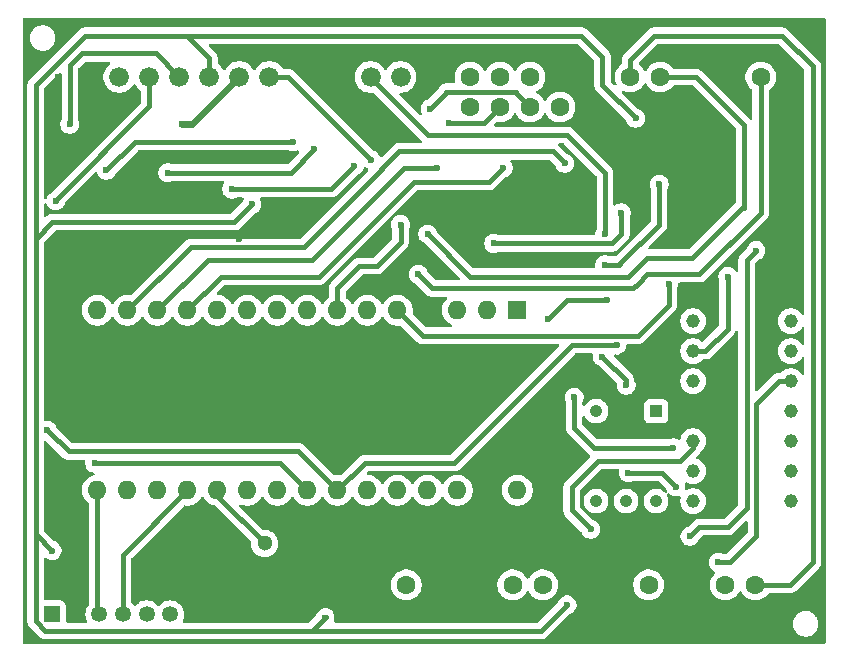
<source format=gbr>
%TF.GenerationSoftware,KiCad,Pcbnew,9.0.6-9.0.6~ubuntu24.04.1*%
%TF.CreationDate,2025-12-25T14:11:02+01:00*%
%TF.ProjectId,controller_board,636f6e74-726f-46c6-9c65-725f626f6172,rev?*%
%TF.SameCoordinates,Original*%
%TF.FileFunction,Copper,L2,Bot*%
%TF.FilePolarity,Positive*%
%FSLAX46Y46*%
G04 Gerber Fmt 4.6, Leading zero omitted, Abs format (unit mm)*
G04 Created by KiCad (PCBNEW 9.0.6-9.0.6~ubuntu24.04.1) date 2025-12-25 14:11:02*
%MOMM*%
%LPD*%
G01*
G04 APERTURE LIST*
%TA.AperFunction,ComponentPad*%
%ADD10C,1.600000*%
%TD*%
%TA.AperFunction,ComponentPad*%
%ADD11C,1.168400*%
%TD*%
%TA.AperFunction,ComponentPad*%
%ADD12C,1.676400*%
%TD*%
%TA.AperFunction,ComponentPad*%
%ADD13R,1.350000X1.350000*%
%TD*%
%TA.AperFunction,ComponentPad*%
%ADD14C,1.350000*%
%TD*%
%TA.AperFunction,ComponentPad*%
%ADD15R,1.070000X1.070000*%
%TD*%
%TA.AperFunction,ComponentPad*%
%ADD16C,1.070000*%
%TD*%
%TA.AperFunction,ComponentPad*%
%ADD17C,1.300000*%
%TD*%
%TA.AperFunction,ComponentPad*%
%ADD18R,1.600000X1.600000*%
%TD*%
%TA.AperFunction,ComponentPad*%
%ADD19O,1.600000X1.600000*%
%TD*%
%TA.AperFunction,ViaPad*%
%ADD20C,0.600000*%
%TD*%
%TA.AperFunction,Conductor*%
%ADD21C,0.400000*%
%TD*%
%TA.AperFunction,Conductor*%
%ADD22C,0.600000*%
%TD*%
G04 APERTURE END LIST*
D10*
%TO.P,CN5,1,1*%
%TO.N,Net-(Q2-D)*%
X111000000Y-111500000D03*
%TO.P,CN5,2,2*%
%TO.N,12V*%
X113540000Y-111500000D03*
%TD*%
D11*
%TO.P,U2,1,OSCILLATOR_CAP*%
%TO.N,Net-(C4-Pad2)*%
X134527500Y-104420000D03*
%TO.P,U2,2*%
%TO.N,unconnected-(U2-Pad2)*%
X134527500Y-101880000D03*
%TO.P,U2,3*%
%TO.N,unconnected-(U2-Pad3)*%
X134527500Y-99340000D03*
%TO.P,U2,4*%
%TO.N,unconnected-(U2-Pad4)*%
X134527500Y-96800000D03*
%TO.P,U2,5,OSCILLATOR_OUT*%
%TO.N,Net-(U2-OSCILLATOR_OUT)*%
X134527500Y-94260000D03*
%TO.P,U2,6*%
%TO.N,unconnected-(U2-Pad6)*%
X134527500Y-91720000D03*
%TO.P,U2,7,OSCILLATOR_CAP*%
%TO.N,Net-(C4-Pad1)*%
X134527500Y-89180000D03*
%TO.P,U2,8*%
%TO.N,unconnected-(U2-Pad8)*%
X126272500Y-89180000D03*
%TO.P,U2,9,FILTER_CAP*%
%TO.N,Net-(U2-FILTER_CAP)*%
X126272500Y-91720000D03*
%TO.P,U2,10,DETECTOR_IN*%
%TO.N,LM1830_IN*%
X126272500Y-94260000D03*
%TO.P,U2,11,GND*%
%TO.N,GND*%
X126272500Y-96800000D03*
%TO.P,U2,12,OUTPUT*%
%TO.N,D1*%
X126272500Y-99340000D03*
%TO.P,U2,13,OSC_OUT*%
%TO.N,Net-(U2-OSC_OUT)*%
X126272500Y-101880000D03*
%TO.P,U2,14,VCC*%
%TO.N,12V*%
X126272500Y-104420000D03*
%TD*%
D12*
%TO.P,J5,1,1*%
%TO.N,GND*%
X75150000Y-68500000D03*
%TO.P,J5,2,2*%
%TO.N,A5{slash}SCL*%
X77690000Y-68500000D03*
%TO.P,J5,3,3*%
%TO.N,A4{slash}SDA*%
X80230000Y-68500000D03*
%TO.P,J5,4,4*%
%TO.N,D12*%
X82770000Y-68500000D03*
%TO.P,J5,5,5*%
%TO.N,3.3V*%
X85310000Y-68500000D03*
%TO.P,J5,6,6*%
%TO.N,12V*%
X87850000Y-68500000D03*
%TO.P,J5,7,7*%
%TO.N,D4*%
X90390000Y-68500000D03*
%TD*%
D10*
%TO.P,CN6,1,1*%
%TO.N,GND*%
X115000000Y-68499999D03*
%TO.P,CN6,2,2*%
%TO.N,Net-(CN6-Pad2)*%
X112460000Y-68499999D03*
%TO.P,CN6,3,3*%
%TO.N,Net-(CN6-Pad3)*%
X109920000Y-68499999D03*
%TO.P,CN6,4,4*%
%TO.N,Net-(CN6-Pad4)*%
X107380000Y-68499999D03*
%TO.P,CN6,5,5*%
%TO.N,12V*%
X115000000Y-71039999D03*
%TO.P,CN6,6,6*%
%TO.N,Net-(CN6-Pad6)*%
X112460000Y-71039999D03*
%TO.P,CN6,7,7*%
%TO.N,Net-(CN6-Pad7)*%
X109920000Y-71039999D03*
%TO.P,CN6,8,8*%
%TO.N,Net-(CN6-Pad8)*%
X107380000Y-71039999D03*
%TD*%
D13*
%TO.P,J2,1,Pin_1*%
%TO.N,12V*%
X72000000Y-114000000D03*
D14*
%TO.P,J2,2,Pin_2*%
%TO.N,GND*%
X74000000Y-114000000D03*
%TO.P,J2,3,Pin_3*%
%TO.N,D13*%
X76000000Y-114000000D03*
%TO.P,J2,4,Pin_4*%
%TO.N,A0*%
X78000000Y-114000000D03*
%TO.P,J2,5,Pin_5*%
%TO.N,Net-(J2-Pin_5)*%
X80000000Y-114000000D03*
%TO.P,J2,6,Pin_6*%
%TO.N,Net-(J2-Pin_6)*%
X82000000Y-114000000D03*
%TD*%
D10*
%TO.P,CN7,1,1*%
%TO.N,A6*%
X102000000Y-111500000D03*
%TO.P,CN7,2,2*%
%TO.N,GND*%
X104540000Y-111500000D03*
%TD*%
D15*
%TO.P,IC1,1,A*%
%TO.N,Net-(IC1-A)*%
X123140000Y-96790000D03*
D16*
%TO.P,IC1,2,K*%
%TO.N,GND*%
X120600000Y-96790000D03*
%TO.P,IC1,3,NC*%
%TO.N,unconnected-(IC1-NC-Pad3)*%
X118060000Y-96790000D03*
%TO.P,IC1,4,D_1*%
%TO.N,LM1830_OUT*%
X118060000Y-104410000D03*
%TO.P,IC1,5,S*%
%TO.N,unconnected-(IC1-S-Pad5)*%
X120600000Y-104410000D03*
%TO.P,IC1,6,D_2*%
%TO.N,LM1830_IN*%
X123140000Y-104410000D03*
%TD*%
D17*
%TO.P,U3,1,1*%
%TO.N,A1*%
X90000000Y-108000000D03*
%TO.P,U3,2,2*%
%TO.N,GND*%
X90000000Y-113000000D03*
%TD*%
D10*
%TO.P,CN4,1,1*%
%TO.N,Net-(CN4-Pad1)*%
X123500000Y-68499999D03*
%TO.P,CN4,2,2*%
%TO.N,3V*%
X120960000Y-68499999D03*
%TD*%
D12*
%TO.P,J4,1,1*%
%TO.N,12V*%
X101500000Y-68500000D03*
%TO.P,J4,2,2*%
%TO.N,Net-(J4-Pad2)*%
X98960000Y-68500000D03*
%TO.P,J4,3,3*%
%TO.N,GND*%
X96420000Y-68500000D03*
%TD*%
D10*
%TO.P,CN2,1,1*%
%TO.N,Net-(CN2-Pad1)*%
X132000000Y-68500000D03*
%TO.P,CN2,2,2*%
%TO.N,GND*%
X129460000Y-68500000D03*
%TD*%
%TO.P,CN1,1,1*%
%TO.N,GND*%
X119960000Y-111500000D03*
%TO.P,CN1,2,2*%
%TO.N,LM1830_OUT*%
X122500000Y-111500000D03*
%TD*%
D18*
%TO.P,A1,1,D1/TX*%
%TO.N,D1*%
X111400000Y-88260000D03*
D19*
%TO.P,A1,2,D0/RX*%
%TO.N,D0*%
X108860000Y-88260000D03*
%TO.P,A1,3,~{RESET}*%
%TO.N,unconnected-(A1-~{RESET}-Pad3)*%
X106320000Y-88260000D03*
%TO.P,A1,4,GND*%
%TO.N,GND*%
X103780000Y-88260000D03*
%TO.P,A1,5,D2*%
%TO.N,D2*%
X101240000Y-88260000D03*
%TO.P,A1,6,D3*%
%TO.N,D3*%
X98700000Y-88260000D03*
%TO.P,A1,7,D4*%
%TO.N,D4*%
X96160000Y-88260000D03*
%TO.P,A1,8,D5*%
%TO.N,D5*%
X93620000Y-88260000D03*
%TO.P,A1,9,D6*%
%TO.N,D6*%
X91080000Y-88260000D03*
%TO.P,A1,10,D7*%
%TO.N,D7*%
X88540000Y-88260000D03*
%TO.P,A1,11,D8*%
%TO.N,D8*%
X86000000Y-88260000D03*
%TO.P,A1,12,D9*%
%TO.N,D9*%
X83460000Y-88260000D03*
%TO.P,A1,13,D10/CS*%
%TO.N,D10*%
X80920000Y-88260000D03*
%TO.P,A1,14,D11/COPI*%
%TO.N,D11*%
X78380000Y-88260000D03*
%TO.P,A1,15,D12/CIPO*%
%TO.N,D12*%
X75840000Y-88260000D03*
%TO.P,A1,16,D13/SCK*%
%TO.N,D13*%
X75840000Y-103500000D03*
%TO.P,A1,17,3V3*%
%TO.N,3.3V*%
X78380000Y-103500000D03*
%TO.P,A1,18,B0*%
%TO.N,unconnected-(A1-B0-Pad18)*%
X80920000Y-103500000D03*
%TO.P,A1,19,A0*%
%TO.N,A0*%
X83460000Y-103500000D03*
%TO.P,A1,20,A1*%
%TO.N,A1*%
X86000000Y-103500000D03*
%TO.P,A1,21,A2*%
%TO.N,A2*%
X88540000Y-103500000D03*
%TO.P,A1,22,A3*%
%TO.N,A3*%
X91080000Y-103500000D03*
%TO.P,A1,23,SDA/A4*%
%TO.N,A4{slash}SDA*%
X93620000Y-103500000D03*
%TO.P,A1,24,SCL/A5*%
%TO.N,A5{slash}SCL*%
X96160000Y-103500000D03*
%TO.P,A1,25,A6*%
%TO.N,A6*%
X98700000Y-103500000D03*
%TO.P,A1,26,A7*%
%TO.N,A7*%
X101240000Y-103500000D03*
%TO.P,A1,27,VUSB/5V*%
%TO.N,unconnected-(A1-VUSB{slash}5V-Pad27)*%
X103780000Y-103500000D03*
%TO.P,A1,28,B1*%
%TO.N,unconnected-(A1-B1-Pad28)*%
X106320000Y-103500000D03*
%TO.P,A1,29,GND*%
%TO.N,GND*%
X108860000Y-103500000D03*
%TO.P,A1,30,VIN*%
%TO.N,12V*%
X111400000Y-103500000D03*
%TD*%
D10*
%TO.P,CN3,1,1*%
%TO.N,Net-(CN3-Pad1)*%
X129000000Y-111500000D03*
%TO.P,CN3,2,2*%
%TO.N,3V*%
X131540000Y-111500000D03*
%TD*%
D20*
%TO.N,D1*%
X117600000Y-106800000D03*
%TO.N,12V*%
X83000000Y-72500000D03*
%TO.N,3.3V*%
X72000000Y-108600000D03*
X115600000Y-113200000D03*
X88900000Y-79300000D03*
X95100000Y-114300000D03*
X121400000Y-72000000D03*
%TO.N,GND*%
X87600000Y-79200000D03*
X72200000Y-111600000D03*
X93500000Y-93000000D03*
X72500000Y-68500000D03*
X114000000Y-84000000D03*
X94500000Y-98000000D03*
X73600000Y-97200000D03*
X77000000Y-72000000D03*
X129400000Y-84200000D03*
X128800000Y-79400000D03*
X73000000Y-103200000D03*
X120000000Y-78800000D03*
X104200000Y-79400000D03*
X98800000Y-106200000D03*
X101500000Y-96000000D03*
X122600000Y-75200000D03*
X114400000Y-78800000D03*
X103200000Y-106400000D03*
X106400000Y-106400000D03*
X128000000Y-74800000D03*
X82800000Y-78600000D03*
X98800000Y-110000000D03*
X87800000Y-82200000D03*
X77500000Y-78000000D03*
X109200000Y-80000000D03*
%TO.N,Net-(R11-Pad2)*%
X120200000Y-80000000D03*
X109400000Y-82600000D03*
%TO.N,Net-(CN6-Pad6)*%
X104000000Y-71200000D03*
%TO.N,Net-(CN3-Pad1)*%
X131600000Y-83200000D03*
X126000000Y-107400000D03*
%TO.N,Net-(U2-OSC_OUT)*%
X124600000Y-99890000D03*
X116200000Y-95600000D03*
%TO.N,Net-(U2-FILTER_CAP)*%
X129200000Y-85400000D03*
%TO.N,Net-(C6-Pad2)*%
X120800000Y-102000000D03*
X124800000Y-103200000D03*
%TO.N,Net-(CN2-Pad1)*%
X103000000Y-85200000D03*
%TO.N,Net-(CN4-Pad1)*%
X103800000Y-81800000D03*
%TO.N,Net-(IC1-A)*%
X120600000Y-94600000D03*
X118600000Y-92200000D03*
%TO.N,D2*%
X124200000Y-86000000D03*
%TO.N,D4*%
X101500000Y-81000000D03*
X99000000Y-75500000D03*
%TO.N,D9*%
X110200000Y-76200000D03*
%TO.N,D10*%
X104600000Y-76200000D03*
%TO.N,D11*%
X115400000Y-75800000D03*
%TO.N,A4{slash}SDA*%
X119000000Y-87400000D03*
X75600000Y-101200000D03*
X123400000Y-77600000D03*
X114000000Y-89000000D03*
X72300000Y-79000000D03*
X118800000Y-84400000D03*
%TO.N,Net-(Q1-D)*%
X94200000Y-74600000D03*
X81800000Y-76600000D03*
%TO.N,Net-(Q3-D)*%
X87200000Y-78000000D03*
X97600000Y-76000000D03*
%TO.N,Net-(Q4-D)*%
X92400000Y-74000000D03*
X76600000Y-76400000D03*
%TO.N,Net-(U2-OSCILLATOR_OUT)*%
X128400000Y-109600000D03*
%TO.N,A5{slash}SCL*%
X71600000Y-98400000D03*
X119800000Y-91200000D03*
%TO.N,D12*%
X73500000Y-72500000D03*
%TO.N,Net-(J4-Pad2)*%
X118800000Y-81800000D03*
%TO.N,Net-(CN6-Pad7)*%
X105600000Y-72400000D03*
%TD*%
D21*
%TO.N,D1*%
X117600000Y-106800000D02*
X116000000Y-105200000D01*
X118200000Y-101000000D02*
X125200000Y-101000000D01*
X116000000Y-103200000D02*
X118200000Y-101000000D01*
X116000000Y-105200000D02*
X116000000Y-103200000D01*
X126272500Y-99927500D02*
X126272500Y-99340000D01*
X125200000Y-101000000D02*
X126272500Y-99927500D01*
D22*
%TO.N,12V*%
X83850000Y-72500000D02*
X83000000Y-72500000D01*
X87850000Y-68500000D02*
X83850000Y-72500000D01*
D21*
%TO.N,3.3V*%
X121400000Y-72000000D02*
X118600000Y-69200000D01*
X70600000Y-107000000D02*
X70600000Y-82200000D01*
X118600000Y-66800000D02*
X116800000Y-65000000D01*
X118600000Y-69200000D02*
X118600000Y-66800000D01*
X83400000Y-65000000D02*
X116600000Y-65000000D01*
X70600000Y-82200000D02*
X70600000Y-69200000D01*
X74800000Y-115400000D02*
X94000000Y-115400000D01*
X87400000Y-80800000D02*
X72000000Y-80800000D01*
X113400000Y-115400000D02*
X94000000Y-115400000D01*
X85310000Y-68500000D02*
X85310000Y-66910000D01*
X70600000Y-109800000D02*
X70600000Y-114400000D01*
X85310000Y-66910000D02*
X83400000Y-65000000D01*
X70600000Y-114400000D02*
X70600000Y-114600000D01*
X70600000Y-114600000D02*
X71400000Y-115400000D01*
X74800000Y-65000000D02*
X83400000Y-65000000D01*
X70600000Y-69200000D02*
X74800000Y-65000000D01*
X71400000Y-115400000D02*
X74800000Y-115400000D01*
X70600000Y-107200000D02*
X70600000Y-107000000D01*
X72000000Y-80800000D02*
X70600000Y-82200000D01*
X88900000Y-79300000D02*
X87400000Y-80800000D01*
X95100000Y-114300000D02*
X95200000Y-114200000D01*
X70600000Y-109800000D02*
X70600000Y-107000000D01*
X94000000Y-115400000D02*
X95100000Y-114300000D01*
X72000000Y-108600000D02*
X70600000Y-107200000D01*
X115600000Y-113200000D02*
X113400000Y-115400000D01*
X116800000Y-65000000D02*
X116600000Y-65000000D01*
%TO.N,Net-(R11-Pad2)*%
X120200000Y-81800000D02*
X120200000Y-80000000D01*
X109400000Y-82600000D02*
X119400000Y-82600000D01*
X119400000Y-82600000D02*
X120200000Y-81800000D01*
%TO.N,Net-(CN6-Pad6)*%
X105361001Y-69750000D02*
X111259000Y-69750000D01*
X104000000Y-71200000D02*
X105361001Y-69838999D01*
X111259000Y-69838999D02*
X112460000Y-71039999D01*
%TO.N,Net-(CN3-Pad1)*%
X129800000Y-106000000D02*
X130800000Y-105000000D01*
X130800000Y-105000000D02*
X130800000Y-104800000D01*
X126800000Y-106600000D02*
X129200000Y-106600000D01*
X130800000Y-104800000D02*
X130800000Y-84000000D01*
X130800000Y-84000000D02*
X131600000Y-83200000D01*
X126000000Y-107400000D02*
X126800000Y-106600000D01*
X129200000Y-106600000D02*
X129800000Y-106000000D01*
%TO.N,Net-(U2-OSC_OUT)*%
X124600000Y-99890000D02*
X117890000Y-99890000D01*
X117890000Y-99890000D02*
X116200000Y-98200000D01*
X116200000Y-98200000D02*
X116200000Y-95600000D01*
%TO.N,Net-(U2-FILTER_CAP)*%
X126272500Y-91720000D02*
X127280000Y-91720000D01*
X129200000Y-85400000D02*
X129200000Y-89800000D01*
X129200000Y-89800000D02*
X127280000Y-91720000D01*
%TO.N,Net-(C6-Pad2)*%
X124800000Y-103200000D02*
X123600000Y-102000000D01*
X123600000Y-102000000D02*
X120800000Y-102000000D01*
%TO.N,Net-(CN2-Pad1)*%
X121600000Y-86000000D02*
X121200000Y-86400000D01*
X121200000Y-86400000D02*
X105200000Y-86400000D01*
X103000000Y-85200000D02*
X104200000Y-86400000D01*
X104200000Y-86400000D02*
X105200000Y-86400000D01*
X132000000Y-68500000D02*
X132000000Y-80000000D01*
X132000000Y-80000000D02*
X126800000Y-85200000D01*
X122400000Y-85200000D02*
X121600000Y-86000000D01*
X126800000Y-85200000D02*
X122400000Y-85200000D01*
%TO.N,Net-(CN4-Pad1)*%
X130600000Y-72600000D02*
X130600000Y-79600000D01*
X130600000Y-79600000D02*
X130400000Y-79600000D01*
X130400000Y-79600000D02*
X126200000Y-83800000D01*
X122400000Y-83800000D02*
X120800000Y-85400000D01*
X120800000Y-85400000D02*
X107400000Y-85400000D01*
X123500000Y-68499999D02*
X126499999Y-68499999D01*
X126200000Y-83800000D02*
X122400000Y-83800000D01*
X107400000Y-85400000D02*
X103800000Y-81800000D01*
X126499999Y-68499999D02*
X130600000Y-72600000D01*
%TO.N,3V*%
X136400000Y-67600000D02*
X133800000Y-65000000D01*
X120960000Y-67040000D02*
X120960000Y-68499999D01*
X136400000Y-109600000D02*
X136400000Y-67600000D01*
X131540000Y-111500000D02*
X134500000Y-111500000D01*
X123000000Y-65000000D02*
X120960000Y-67040000D01*
X134500000Y-111500000D02*
X136400000Y-109600000D01*
X133800000Y-65000000D02*
X123000000Y-65000000D01*
%TO.N,Net-(IC1-A)*%
X120600000Y-94200000D02*
X120600000Y-94600000D01*
X118600000Y-92200000D02*
X120600000Y-94200000D01*
%TO.N,D2*%
X121600000Y-90400000D02*
X103380000Y-90400000D01*
X124200000Y-87800000D02*
X121600000Y-90400000D01*
X103380000Y-90400000D02*
X101240000Y-88260000D01*
X124200000Y-86000000D02*
X124200000Y-87800000D01*
%TO.N,D4*%
X92000000Y-68500000D02*
X99000000Y-75500000D01*
X96160000Y-86340000D02*
X96160000Y-88260000D01*
X90390000Y-68500000D02*
X92000000Y-68500000D01*
X98000000Y-84500000D02*
X96160000Y-86340000D01*
X101500000Y-82500000D02*
X99500000Y-84500000D01*
X101500000Y-81000000D02*
X101500000Y-82500000D01*
X99500000Y-84500000D02*
X98000000Y-84500000D01*
%TO.N,D13*%
X75840000Y-103500000D02*
X75840000Y-113840000D01*
X75840000Y-113840000D02*
X76000000Y-114000000D01*
%TO.N,D9*%
X94600000Y-85400000D02*
X100000000Y-80000000D01*
X86320000Y-85400000D02*
X87400000Y-85400000D01*
X102600000Y-77400000D02*
X106800000Y-77400000D01*
X100000000Y-80000000D02*
X102600000Y-77400000D01*
X87400000Y-85400000D02*
X94600000Y-85400000D01*
X106800000Y-77400000D02*
X109000000Y-77400000D01*
X83460000Y-88260000D02*
X86320000Y-85400000D01*
X109000000Y-77400000D02*
X110200000Y-76200000D01*
%TO.N,D10*%
X101800000Y-76200000D02*
X104600000Y-76200000D01*
X85180000Y-84000000D02*
X94000000Y-84000000D01*
X94000000Y-84000000D02*
X99300000Y-78700000D01*
X80920000Y-88260000D02*
X85180000Y-84000000D01*
X99300000Y-78700000D02*
X101800000Y-76200000D01*
%TO.N,D11*%
X78380000Y-88260000D02*
X83739000Y-82901000D01*
X114400000Y-74800000D02*
X115400000Y-75800000D01*
X101400000Y-74800000D02*
X111400000Y-74800000D01*
X98400000Y-77800000D02*
X101400000Y-74800000D01*
X111400000Y-74800000D02*
X114400000Y-74800000D01*
X83739000Y-82901000D02*
X93299000Y-82901000D01*
X93299000Y-82901000D02*
X98400000Y-77800000D01*
%TO.N,A1*%
X86000000Y-104000000D02*
X86000000Y-103500000D01*
X90000000Y-108000000D02*
X86000000Y-104000000D01*
%TO.N,A0*%
X83460000Y-103500000D02*
X78000000Y-108960000D01*
X78000000Y-108960000D02*
X78000000Y-114000000D01*
%TO.N,A4{slash}SDA*%
X93620000Y-103500000D02*
X91320000Y-101200000D01*
X123400000Y-81000000D02*
X120200000Y-84200000D01*
X72300000Y-78900000D02*
X80230000Y-70970000D01*
X78200000Y-101200000D02*
X75600000Y-101200000D01*
X119000000Y-87400000D02*
X115600000Y-87400000D01*
X80230000Y-70970000D02*
X80230000Y-68500000D01*
X120000000Y-84400000D02*
X118800000Y-84400000D01*
X91320000Y-101200000D02*
X78200000Y-101200000D01*
X120200000Y-84200000D02*
X120000000Y-84400000D01*
X115600000Y-87400000D02*
X114000000Y-89000000D01*
X72300000Y-79000000D02*
X72300000Y-78900000D01*
X123400000Y-77600000D02*
X123400000Y-81000000D01*
%TO.N,Net-(Q1-D)*%
X92200000Y-76600000D02*
X94200000Y-74600000D01*
X81800000Y-76600000D02*
X92200000Y-76600000D01*
%TO.N,Net-(Q3-D)*%
X87200000Y-78000000D02*
X95600000Y-78000000D01*
X95600000Y-78000000D02*
X97600000Y-76000000D01*
%TO.N,Net-(Q4-D)*%
X79000000Y-74000000D02*
X76600000Y-76400000D01*
X92400000Y-74000000D02*
X79000000Y-74000000D01*
%TO.N,Net-(U2-OSCILLATOR_OUT)*%
X128400000Y-109600000D02*
X129400000Y-109600000D01*
X131600000Y-96200000D02*
X133540000Y-94260000D01*
X133540000Y-94260000D02*
X134527500Y-94260000D01*
X131600000Y-107400000D02*
X131600000Y-96200000D01*
X129400000Y-109600000D02*
X131600000Y-107400000D01*
%TO.N,A5{slash}SCL*%
X106000000Y-101200000D02*
X98460000Y-101200000D01*
X73400000Y-100200000D02*
X92860000Y-100200000D01*
X92860000Y-100200000D02*
X96160000Y-103500000D01*
X116000000Y-91200000D02*
X106000000Y-101200000D01*
X119800000Y-91200000D02*
X116000000Y-91200000D01*
X71600000Y-98400000D02*
X73400000Y-100200000D01*
X98460000Y-101200000D02*
X96160000Y-103500000D01*
%TO.N,D12*%
X73500000Y-67500000D02*
X74500000Y-66500000D01*
X73500000Y-72500000D02*
X73500000Y-67500000D01*
X74500000Y-66500000D02*
X80770000Y-66500000D01*
X80770000Y-66500000D02*
X82770000Y-68500000D01*
%TO.N,Net-(J4-Pad2)*%
X118800000Y-81800000D02*
X118800000Y-76600000D01*
X115600000Y-73400000D02*
X103800000Y-73400000D01*
X118800000Y-76600000D02*
X115600000Y-73400000D01*
X103800000Y-73400000D02*
X98960000Y-68560000D01*
X98960000Y-68560000D02*
X98960000Y-68499999D01*
%TO.N,Net-(CN6-Pad7)*%
X108559999Y-72400000D02*
X109920000Y-71039999D01*
X105600000Y-72400000D02*
X108559999Y-72400000D01*
%TD*%
%TA.AperFunction,Conductor*%
%TO.N,GND*%
G36*
X71505703Y-99296805D02*
G01*
X71512181Y-99302837D01*
X72855886Y-100646542D01*
X72951374Y-100742030D01*
X72953459Y-100744115D01*
X73068182Y-100820771D01*
X73068186Y-100820773D01*
X73068189Y-100820775D01*
X73142866Y-100851707D01*
X73195671Y-100873580D01*
X73201649Y-100874769D01*
X73302887Y-100894906D01*
X73331005Y-100900500D01*
X73331007Y-100900500D01*
X74692297Y-100900500D01*
X74759336Y-100920185D01*
X74805091Y-100972989D01*
X74815035Y-101042147D01*
X74813914Y-101048691D01*
X74799500Y-101121153D01*
X74799500Y-101278846D01*
X74830261Y-101433489D01*
X74830264Y-101433501D01*
X74890602Y-101579172D01*
X74890609Y-101579185D01*
X74978210Y-101710288D01*
X74978213Y-101710292D01*
X75089707Y-101821786D01*
X75089711Y-101821789D01*
X75220814Y-101909390D01*
X75220827Y-101909397D01*
X75355953Y-101965367D01*
X75366503Y-101969737D01*
X75431780Y-101982721D01*
X75504993Y-101997285D01*
X75566904Y-102029670D01*
X75601478Y-102090386D01*
X75597739Y-102160155D01*
X75556872Y-102216827D01*
X75519121Y-102236833D01*
X75340776Y-102294781D01*
X75158386Y-102387715D01*
X74992786Y-102508028D01*
X74848028Y-102652786D01*
X74727715Y-102818386D01*
X74634781Y-103000776D01*
X74571522Y-103195465D01*
X74539500Y-103397648D01*
X74539500Y-103602351D01*
X74571522Y-103804534D01*
X74634781Y-103999223D01*
X74690182Y-104107951D01*
X74719756Y-104165994D01*
X74727715Y-104181613D01*
X74848028Y-104347213D01*
X74992784Y-104491969D01*
X75088385Y-104561426D01*
X75131051Y-104616755D01*
X75139500Y-104661744D01*
X75139500Y-113146730D01*
X75119815Y-113213769D01*
X75106414Y-113230398D01*
X75106543Y-113230509D01*
X75103382Y-113234210D01*
X75103379Y-113234213D01*
X75065093Y-113286909D01*
X74994622Y-113383903D01*
X74910620Y-113548764D01*
X74910619Y-113548767D01*
X74853445Y-113724734D01*
X74841149Y-113802367D01*
X74824500Y-113907486D01*
X74824500Y-114092514D01*
X74830597Y-114131006D01*
X74853445Y-114275265D01*
X74910619Y-114451232D01*
X74910623Y-114451240D01*
X74945253Y-114519206D01*
X74958149Y-114587875D01*
X74931872Y-114652615D01*
X74874766Y-114692872D01*
X74834768Y-114699500D01*
X73299500Y-114699500D01*
X73232461Y-114679815D01*
X73186706Y-114627011D01*
X73175500Y-114575500D01*
X73175499Y-113277129D01*
X73175498Y-113277123D01*
X73174321Y-113266177D01*
X73169091Y-113217517D01*
X73133151Y-113121158D01*
X73118797Y-113082671D01*
X73118793Y-113082664D01*
X73032547Y-112967455D01*
X73032544Y-112967452D01*
X72917335Y-112881206D01*
X72917328Y-112881202D01*
X72782482Y-112830908D01*
X72782483Y-112830908D01*
X72722883Y-112824501D01*
X72722881Y-112824500D01*
X72722873Y-112824500D01*
X72722865Y-112824500D01*
X71424500Y-112824500D01*
X71357461Y-112804815D01*
X71311706Y-112752011D01*
X71300500Y-112700500D01*
X71300500Y-109327350D01*
X71320185Y-109260311D01*
X71372989Y-109214556D01*
X71442147Y-109204612D01*
X71493391Y-109224248D01*
X71620814Y-109309390D01*
X71620827Y-109309397D01*
X71709587Y-109346162D01*
X71766503Y-109369737D01*
X71921153Y-109400499D01*
X71921156Y-109400500D01*
X71921158Y-109400500D01*
X72078844Y-109400500D01*
X72078845Y-109400499D01*
X72233497Y-109369737D01*
X72379179Y-109309394D01*
X72510289Y-109221789D01*
X72621789Y-109110289D01*
X72709394Y-108979179D01*
X72769737Y-108833497D01*
X72800500Y-108678842D01*
X72800500Y-108521158D01*
X72800500Y-108521155D01*
X72800499Y-108521153D01*
X72798967Y-108513453D01*
X72769737Y-108366503D01*
X72729520Y-108269409D01*
X72709397Y-108220827D01*
X72709390Y-108220814D01*
X72621789Y-108089711D01*
X72621786Y-108089707D01*
X72510292Y-107978213D01*
X72510288Y-107978210D01*
X72379185Y-107890609D01*
X72379172Y-107890602D01*
X72234814Y-107830808D01*
X72194585Y-107803928D01*
X71336819Y-106946162D01*
X71303334Y-106884839D01*
X71300500Y-106858481D01*
X71300500Y-99390518D01*
X71320185Y-99323479D01*
X71372989Y-99277724D01*
X71442147Y-99267780D01*
X71505703Y-99296805D01*
G37*
%TD.AperFunction*%
%TA.AperFunction,Conductor*%
G36*
X98491734Y-76150123D02*
G01*
X98511902Y-76148227D01*
X98537463Y-76157115D01*
X98540775Y-76157622D01*
X98543763Y-76159306D01*
X98545238Y-76159819D01*
X98551391Y-76163002D01*
X98620821Y-76209394D01*
X98722314Y-76251433D01*
X98726979Y-76253847D01*
X98748579Y-76274503D01*
X98771855Y-76293259D01*
X98773564Y-76298395D01*
X98777476Y-76302136D01*
X98784480Y-76331190D01*
X98793920Y-76359553D01*
X98792581Y-76364797D01*
X98793850Y-76370060D01*
X98784032Y-76398294D01*
X98776641Y-76427253D01*
X98772679Y-76430940D01*
X98770902Y-76436054D01*
X98757680Y-76451661D01*
X97855886Y-77353457D01*
X93045162Y-82164181D01*
X92983839Y-82197666D01*
X92957481Y-82200500D01*
X83670005Y-82200500D01*
X83574718Y-82219454D01*
X83574715Y-82219454D01*
X83567847Y-82220821D01*
X83534671Y-82227420D01*
X83488507Y-82246542D01*
X83483725Y-82248522D01*
X83483724Y-82248523D01*
X83407192Y-82280223D01*
X83362194Y-82310290D01*
X83292457Y-82356886D01*
X83292453Y-82356889D01*
X78706147Y-86943194D01*
X78644824Y-86976679D01*
X78599068Y-86977986D01*
X78549969Y-86970209D01*
X78482352Y-86959500D01*
X78277648Y-86959500D01*
X78253329Y-86963351D01*
X78075465Y-86991522D01*
X77880776Y-87054781D01*
X77698386Y-87147715D01*
X77532786Y-87268028D01*
X77388028Y-87412786D01*
X77267715Y-87578386D01*
X77220485Y-87671080D01*
X77172510Y-87721876D01*
X77104689Y-87738671D01*
X77038554Y-87716134D01*
X76999515Y-87671080D01*
X76998883Y-87669840D01*
X76952287Y-87578390D01*
X76913875Y-87525520D01*
X76831971Y-87412786D01*
X76687213Y-87268028D01*
X76521613Y-87147715D01*
X76521612Y-87147714D01*
X76521610Y-87147713D01*
X76464653Y-87118691D01*
X76339223Y-87054781D01*
X76144534Y-86991522D01*
X75969995Y-86963878D01*
X75942352Y-86959500D01*
X75737648Y-86959500D01*
X75713329Y-86963351D01*
X75535465Y-86991522D01*
X75340776Y-87054781D01*
X75158386Y-87147715D01*
X74992786Y-87268028D01*
X74848028Y-87412786D01*
X74727715Y-87578386D01*
X74634781Y-87760776D01*
X74571522Y-87955465D01*
X74539500Y-88157648D01*
X74539500Y-88362351D01*
X74571522Y-88564534D01*
X74634781Y-88759223D01*
X74698691Y-88884653D01*
X74719756Y-88925994D01*
X74727715Y-88941613D01*
X74848028Y-89107213D01*
X74992786Y-89251971D01*
X75147749Y-89364556D01*
X75158390Y-89372287D01*
X75247212Y-89417544D01*
X75340776Y-89465218D01*
X75340778Y-89465218D01*
X75340781Y-89465220D01*
X75374679Y-89476234D01*
X75535465Y-89528477D01*
X75636557Y-89544488D01*
X75737648Y-89560500D01*
X75737649Y-89560500D01*
X75942351Y-89560500D01*
X75942352Y-89560500D01*
X76144534Y-89528477D01*
X76339219Y-89465220D01*
X76521610Y-89372287D01*
X76668773Y-89265368D01*
X76687213Y-89251971D01*
X76687215Y-89251968D01*
X76687219Y-89251966D01*
X76831966Y-89107219D01*
X76831968Y-89107215D01*
X76831971Y-89107213D01*
X76952284Y-88941614D01*
X76952285Y-88941613D01*
X76952287Y-88941610D01*
X76999516Y-88848917D01*
X77047489Y-88798123D01*
X77115310Y-88781328D01*
X77181445Y-88803865D01*
X77220485Y-88848919D01*
X77267715Y-88941614D01*
X77388028Y-89107213D01*
X77532786Y-89251971D01*
X77687749Y-89364556D01*
X77698390Y-89372287D01*
X77787212Y-89417544D01*
X77880776Y-89465218D01*
X77880778Y-89465218D01*
X77880781Y-89465220D01*
X77914679Y-89476234D01*
X78075465Y-89528477D01*
X78176557Y-89544488D01*
X78277648Y-89560500D01*
X78277649Y-89560500D01*
X78482351Y-89560500D01*
X78482352Y-89560500D01*
X78684534Y-89528477D01*
X78879219Y-89465220D01*
X79061610Y-89372287D01*
X79208773Y-89265368D01*
X79227213Y-89251971D01*
X79227215Y-89251968D01*
X79227219Y-89251966D01*
X79371966Y-89107219D01*
X79371968Y-89107215D01*
X79371971Y-89107213D01*
X79492284Y-88941614D01*
X79492285Y-88941613D01*
X79492287Y-88941610D01*
X79539516Y-88848917D01*
X79587489Y-88798123D01*
X79655310Y-88781328D01*
X79721445Y-88803865D01*
X79760485Y-88848919D01*
X79807715Y-88941614D01*
X79928028Y-89107213D01*
X80072786Y-89251971D01*
X80227749Y-89364556D01*
X80238390Y-89372287D01*
X80327212Y-89417544D01*
X80420776Y-89465218D01*
X80420778Y-89465218D01*
X80420781Y-89465220D01*
X80454679Y-89476234D01*
X80615465Y-89528477D01*
X80716557Y-89544488D01*
X80817648Y-89560500D01*
X80817649Y-89560500D01*
X81022351Y-89560500D01*
X81022352Y-89560500D01*
X81224534Y-89528477D01*
X81419219Y-89465220D01*
X81601610Y-89372287D01*
X81748773Y-89265368D01*
X81767213Y-89251971D01*
X81767215Y-89251968D01*
X81767219Y-89251966D01*
X81911966Y-89107219D01*
X81911968Y-89107215D01*
X81911971Y-89107213D01*
X82032284Y-88941614D01*
X82032285Y-88941613D01*
X82032287Y-88941610D01*
X82079516Y-88848917D01*
X82127489Y-88798123D01*
X82195310Y-88781328D01*
X82261445Y-88803865D01*
X82300485Y-88848919D01*
X82347715Y-88941614D01*
X82468028Y-89107213D01*
X82612786Y-89251971D01*
X82767749Y-89364556D01*
X82778390Y-89372287D01*
X82867212Y-89417544D01*
X82960776Y-89465218D01*
X82960778Y-89465218D01*
X82960781Y-89465220D01*
X82994679Y-89476234D01*
X83155465Y-89528477D01*
X83256557Y-89544488D01*
X83357648Y-89560500D01*
X83357649Y-89560500D01*
X83562351Y-89560500D01*
X83562352Y-89560500D01*
X83764534Y-89528477D01*
X83959219Y-89465220D01*
X84141610Y-89372287D01*
X84288773Y-89265368D01*
X84307213Y-89251971D01*
X84307215Y-89251968D01*
X84307219Y-89251966D01*
X84451966Y-89107219D01*
X84451968Y-89107215D01*
X84451971Y-89107213D01*
X84572284Y-88941614D01*
X84572285Y-88941613D01*
X84572287Y-88941610D01*
X84619516Y-88848917D01*
X84667489Y-88798123D01*
X84735310Y-88781328D01*
X84801445Y-88803865D01*
X84840485Y-88848919D01*
X84887715Y-88941614D01*
X85008028Y-89107213D01*
X85152786Y-89251971D01*
X85307749Y-89364556D01*
X85318390Y-89372287D01*
X85407212Y-89417544D01*
X85500776Y-89465218D01*
X85500778Y-89465218D01*
X85500781Y-89465220D01*
X85534679Y-89476234D01*
X85695465Y-89528477D01*
X85796557Y-89544488D01*
X85897648Y-89560500D01*
X85897649Y-89560500D01*
X86102351Y-89560500D01*
X86102352Y-89560500D01*
X86304534Y-89528477D01*
X86499219Y-89465220D01*
X86681610Y-89372287D01*
X86828773Y-89265368D01*
X86847213Y-89251971D01*
X86847215Y-89251968D01*
X86847219Y-89251966D01*
X86991966Y-89107219D01*
X86991968Y-89107215D01*
X86991971Y-89107213D01*
X87112284Y-88941614D01*
X87112285Y-88941613D01*
X87112287Y-88941610D01*
X87159516Y-88848917D01*
X87207489Y-88798123D01*
X87275310Y-88781328D01*
X87341445Y-88803865D01*
X87380485Y-88848919D01*
X87427715Y-88941614D01*
X87548028Y-89107213D01*
X87692786Y-89251971D01*
X87847749Y-89364556D01*
X87858390Y-89372287D01*
X87947212Y-89417544D01*
X88040776Y-89465218D01*
X88040778Y-89465218D01*
X88040781Y-89465220D01*
X88074679Y-89476234D01*
X88235465Y-89528477D01*
X88336557Y-89544488D01*
X88437648Y-89560500D01*
X88437649Y-89560500D01*
X88642351Y-89560500D01*
X88642352Y-89560500D01*
X88844534Y-89528477D01*
X89039219Y-89465220D01*
X89221610Y-89372287D01*
X89368773Y-89265368D01*
X89387213Y-89251971D01*
X89387215Y-89251968D01*
X89387219Y-89251966D01*
X89531966Y-89107219D01*
X89531968Y-89107215D01*
X89531971Y-89107213D01*
X89652284Y-88941614D01*
X89652285Y-88941613D01*
X89652287Y-88941610D01*
X89699516Y-88848917D01*
X89747489Y-88798123D01*
X89815310Y-88781328D01*
X89881445Y-88803865D01*
X89920485Y-88848919D01*
X89967715Y-88941614D01*
X90088028Y-89107213D01*
X90232786Y-89251971D01*
X90387749Y-89364556D01*
X90398390Y-89372287D01*
X90487212Y-89417544D01*
X90580776Y-89465218D01*
X90580778Y-89465218D01*
X90580781Y-89465220D01*
X90614679Y-89476234D01*
X90775465Y-89528477D01*
X90876557Y-89544488D01*
X90977648Y-89560500D01*
X90977649Y-89560500D01*
X91182351Y-89560500D01*
X91182352Y-89560500D01*
X91384534Y-89528477D01*
X91579219Y-89465220D01*
X91761610Y-89372287D01*
X91908773Y-89265368D01*
X91927213Y-89251971D01*
X91927215Y-89251968D01*
X91927219Y-89251966D01*
X92071966Y-89107219D01*
X92071968Y-89107215D01*
X92071971Y-89107213D01*
X92192284Y-88941614D01*
X92192285Y-88941613D01*
X92192287Y-88941610D01*
X92239516Y-88848917D01*
X92287489Y-88798123D01*
X92355310Y-88781328D01*
X92421445Y-88803865D01*
X92460485Y-88848919D01*
X92507715Y-88941614D01*
X92628028Y-89107213D01*
X92772786Y-89251971D01*
X92927749Y-89364556D01*
X92938390Y-89372287D01*
X93027212Y-89417544D01*
X93120776Y-89465218D01*
X93120778Y-89465218D01*
X93120781Y-89465220D01*
X93154679Y-89476234D01*
X93315465Y-89528477D01*
X93416557Y-89544488D01*
X93517648Y-89560500D01*
X93517649Y-89560500D01*
X93722351Y-89560500D01*
X93722352Y-89560500D01*
X93924534Y-89528477D01*
X94119219Y-89465220D01*
X94301610Y-89372287D01*
X94448773Y-89265368D01*
X94467213Y-89251971D01*
X94467215Y-89251968D01*
X94467219Y-89251966D01*
X94611966Y-89107219D01*
X94611968Y-89107215D01*
X94611971Y-89107213D01*
X94732284Y-88941614D01*
X94732285Y-88941613D01*
X94732287Y-88941610D01*
X94779516Y-88848917D01*
X94827489Y-88798123D01*
X94895310Y-88781328D01*
X94961445Y-88803865D01*
X95000485Y-88848919D01*
X95047715Y-88941614D01*
X95168028Y-89107213D01*
X95312786Y-89251971D01*
X95467749Y-89364556D01*
X95478390Y-89372287D01*
X95567212Y-89417544D01*
X95660776Y-89465218D01*
X95660778Y-89465218D01*
X95660781Y-89465220D01*
X95694679Y-89476234D01*
X95855465Y-89528477D01*
X95956557Y-89544488D01*
X96057648Y-89560500D01*
X96057649Y-89560500D01*
X96262351Y-89560500D01*
X96262352Y-89560500D01*
X96464534Y-89528477D01*
X96659219Y-89465220D01*
X96841610Y-89372287D01*
X96988773Y-89265368D01*
X97007213Y-89251971D01*
X97007215Y-89251968D01*
X97007219Y-89251966D01*
X97151966Y-89107219D01*
X97151968Y-89107215D01*
X97151971Y-89107213D01*
X97272284Y-88941614D01*
X97272285Y-88941613D01*
X97272287Y-88941610D01*
X97319516Y-88848917D01*
X97367489Y-88798123D01*
X97435310Y-88781328D01*
X97501445Y-88803865D01*
X97540485Y-88848919D01*
X97587715Y-88941614D01*
X97708028Y-89107213D01*
X97852786Y-89251971D01*
X98007749Y-89364556D01*
X98018390Y-89372287D01*
X98107212Y-89417544D01*
X98200776Y-89465218D01*
X98200778Y-89465218D01*
X98200781Y-89465220D01*
X98234679Y-89476234D01*
X98395465Y-89528477D01*
X98496557Y-89544488D01*
X98597648Y-89560500D01*
X98597649Y-89560500D01*
X98802351Y-89560500D01*
X98802352Y-89560500D01*
X99004534Y-89528477D01*
X99199219Y-89465220D01*
X99381610Y-89372287D01*
X99528773Y-89265368D01*
X99547213Y-89251971D01*
X99547215Y-89251968D01*
X99547219Y-89251966D01*
X99691966Y-89107219D01*
X99691968Y-89107215D01*
X99691971Y-89107213D01*
X99812284Y-88941614D01*
X99812285Y-88941613D01*
X99812287Y-88941610D01*
X99859516Y-88848917D01*
X99907489Y-88798123D01*
X99975310Y-88781328D01*
X100041445Y-88803865D01*
X100080485Y-88848919D01*
X100127715Y-88941614D01*
X100248028Y-89107213D01*
X100392786Y-89251971D01*
X100547749Y-89364556D01*
X100558390Y-89372287D01*
X100647212Y-89417544D01*
X100740776Y-89465218D01*
X100740778Y-89465218D01*
X100740781Y-89465220D01*
X100774679Y-89476234D01*
X100935465Y-89528477D01*
X101036557Y-89544488D01*
X101137648Y-89560500D01*
X101137649Y-89560500D01*
X101342350Y-89560500D01*
X101342352Y-89560500D01*
X101459068Y-89542013D01*
X101528362Y-89550967D01*
X101566148Y-89576805D01*
X102933453Y-90944111D01*
X102933454Y-90944112D01*
X103048192Y-91020777D01*
X103175667Y-91073578D01*
X103175672Y-91073580D01*
X103175676Y-91073580D01*
X103175677Y-91073581D01*
X103311003Y-91100500D01*
X103311006Y-91100500D01*
X103311007Y-91100500D01*
X114809481Y-91100500D01*
X114876520Y-91120185D01*
X114922275Y-91172989D01*
X114932219Y-91242147D01*
X114903194Y-91305703D01*
X114897162Y-91312181D01*
X105746162Y-100463181D01*
X105684839Y-100496666D01*
X105658481Y-100499500D01*
X98391003Y-100499500D01*
X98282590Y-100521065D01*
X98282589Y-100521065D01*
X98255671Y-100526420D01*
X98128190Y-100579224D01*
X98013454Y-100655887D01*
X96486147Y-102183194D01*
X96424824Y-102216679D01*
X96379068Y-102217986D01*
X96322528Y-102209031D01*
X96262352Y-102199500D01*
X96057648Y-102199500D01*
X95940929Y-102217986D01*
X95871636Y-102209031D01*
X95833851Y-102183194D01*
X93306546Y-99655888D01*
X93306545Y-99655887D01*
X93191807Y-99579222D01*
X93064332Y-99526421D01*
X93064322Y-99526418D01*
X92928996Y-99499500D01*
X92928994Y-99499500D01*
X92928993Y-99499500D01*
X73741518Y-99499500D01*
X73674479Y-99479815D01*
X73653837Y-99463181D01*
X72396072Y-98205416D01*
X72369192Y-98165187D01*
X72309397Y-98020827D01*
X72309390Y-98020814D01*
X72221789Y-97889711D01*
X72221786Y-97889707D01*
X72110292Y-97778213D01*
X72110288Y-97778210D01*
X71979185Y-97690609D01*
X71979172Y-97690602D01*
X71833501Y-97630264D01*
X71833489Y-97630261D01*
X71678845Y-97599500D01*
X71678842Y-97599500D01*
X71521158Y-97599500D01*
X71521155Y-97599500D01*
X71448691Y-97613914D01*
X71379100Y-97607687D01*
X71323922Y-97564824D01*
X71300678Y-97498934D01*
X71300500Y-97492297D01*
X71300500Y-82541519D01*
X71320185Y-82474480D01*
X71336819Y-82453838D01*
X72253838Y-81536819D01*
X72315161Y-81503334D01*
X72341519Y-81500500D01*
X87468996Y-81500500D01*
X87560040Y-81482389D01*
X87604328Y-81473580D01*
X87669604Y-81446542D01*
X87731807Y-81420777D01*
X87731808Y-81420776D01*
X87731811Y-81420775D01*
X87846543Y-81344114D01*
X89094587Y-80096068D01*
X89134808Y-80069193D01*
X89279179Y-80009394D01*
X89410289Y-79921789D01*
X89521789Y-79810289D01*
X89609394Y-79679179D01*
X89669737Y-79533497D01*
X89700500Y-79378842D01*
X89700500Y-79221158D01*
X89700500Y-79221155D01*
X89700499Y-79221153D01*
X89678358Y-79109843D01*
X89669737Y-79066503D01*
X89609534Y-78921158D01*
X89609397Y-78920827D01*
X89609389Y-78920812D01*
X89591067Y-78893392D01*
X89570188Y-78826715D01*
X89588672Y-78759334D01*
X89640650Y-78712644D01*
X89694168Y-78700500D01*
X95668996Y-78700500D01*
X95760040Y-78682389D01*
X95804328Y-78673580D01*
X95868069Y-78647177D01*
X95931807Y-78620777D01*
X95931808Y-78620776D01*
X95931811Y-78620775D01*
X96046543Y-78544114D01*
X97794586Y-76796069D01*
X97834810Y-76769192D01*
X97889435Y-76746566D01*
X97979173Y-76709397D01*
X97979176Y-76709395D01*
X97979179Y-76709394D01*
X98110289Y-76621789D01*
X98221789Y-76510289D01*
X98309394Y-76379179D01*
X98337929Y-76310289D01*
X98372068Y-76227870D01*
X98373262Y-76228364D01*
X98380700Y-76217013D01*
X98387355Y-76197878D01*
X98399462Y-76188385D01*
X98407895Y-76175518D01*
X98426397Y-76167267D01*
X98442339Y-76154768D01*
X98457655Y-76153327D01*
X98471708Y-76147061D01*
X98491734Y-76150123D01*
G37*
%TD.AperFunction*%
%TA.AperFunction,Conductor*%
G36*
X116525520Y-65720185D02*
G01*
X116546162Y-65736819D01*
X117863181Y-67053837D01*
X117896666Y-67115160D01*
X117899500Y-67141518D01*
X117899500Y-69131006D01*
X117899500Y-69268994D01*
X117899500Y-69268996D01*
X117899499Y-69268996D01*
X117926418Y-69404322D01*
X117926421Y-69404332D01*
X117979222Y-69531807D01*
X118055887Y-69646545D01*
X118055888Y-69646546D01*
X120603928Y-72194585D01*
X120630808Y-72234814D01*
X120690602Y-72379172D01*
X120690609Y-72379185D01*
X120778210Y-72510288D01*
X120778213Y-72510292D01*
X120889707Y-72621786D01*
X120889711Y-72621789D01*
X121020814Y-72709390D01*
X121020827Y-72709397D01*
X121166498Y-72769735D01*
X121166503Y-72769737D01*
X121321153Y-72800499D01*
X121321156Y-72800500D01*
X121321158Y-72800500D01*
X121478844Y-72800500D01*
X121478845Y-72800499D01*
X121633497Y-72769737D01*
X121779179Y-72709394D01*
X121910289Y-72621789D01*
X122021789Y-72510289D01*
X122109394Y-72379179D01*
X122169737Y-72233497D01*
X122200500Y-72078842D01*
X122200500Y-71921158D01*
X122200500Y-71921155D01*
X122200499Y-71921153D01*
X122180734Y-71821789D01*
X122169737Y-71766503D01*
X122169735Y-71766498D01*
X122109397Y-71620827D01*
X122109390Y-71620814D01*
X122021789Y-71489711D01*
X122021786Y-71489707D01*
X121910292Y-71378213D01*
X121910288Y-71378210D01*
X121779185Y-71290609D01*
X121779172Y-71290602D01*
X121634814Y-71230808D01*
X121594585Y-71203928D01*
X120270394Y-69879737D01*
X120236909Y-69818414D01*
X120241893Y-69748722D01*
X120283765Y-69692789D01*
X120349229Y-69668372D01*
X120414371Y-69681572D01*
X120460774Y-69705216D01*
X120460777Y-69705216D01*
X120460781Y-69705219D01*
X120594669Y-69748722D01*
X120655465Y-69768476D01*
X120674697Y-69771522D01*
X120857648Y-69800499D01*
X120857649Y-69800499D01*
X121062351Y-69800499D01*
X121062352Y-69800499D01*
X121264534Y-69768476D01*
X121459219Y-69705219D01*
X121641610Y-69612286D01*
X121765096Y-69522569D01*
X121807213Y-69491970D01*
X121807215Y-69491967D01*
X121807219Y-69491965D01*
X121951966Y-69347218D01*
X121951970Y-69347213D01*
X121951971Y-69347212D01*
X122072284Y-69181613D01*
X122072286Y-69181610D01*
X122072287Y-69181609D01*
X122119516Y-69088916D01*
X122167489Y-69038122D01*
X122235310Y-69021327D01*
X122301445Y-69043864D01*
X122340483Y-69088916D01*
X122361930Y-69131007D01*
X122387715Y-69181613D01*
X122508028Y-69347212D01*
X122652786Y-69491970D01*
X122799500Y-69598562D01*
X122818390Y-69612286D01*
X122911080Y-69659514D01*
X123000776Y-69705217D01*
X123000778Y-69705217D01*
X123000781Y-69705219D01*
X123105137Y-69739126D01*
X123195465Y-69768476D01*
X123214697Y-69771522D01*
X123397648Y-69800499D01*
X123397649Y-69800499D01*
X123602351Y-69800499D01*
X123602352Y-69800499D01*
X123804534Y-69768476D01*
X123999219Y-69705219D01*
X124181610Y-69612286D01*
X124305096Y-69522569D01*
X124347213Y-69491970D01*
X124347215Y-69491967D01*
X124347219Y-69491965D01*
X124491966Y-69347218D01*
X124561425Y-69251614D01*
X124616755Y-69208948D01*
X124661744Y-69200499D01*
X126158480Y-69200499D01*
X126225519Y-69220184D01*
X126246161Y-69236818D01*
X129863181Y-72853838D01*
X129896666Y-72915161D01*
X129899500Y-72941519D01*
X129899500Y-79058481D01*
X129879815Y-79125520D01*
X129863181Y-79146162D01*
X125946162Y-83063181D01*
X125884839Y-83096666D01*
X125858481Y-83099500D01*
X122590517Y-83099500D01*
X122523478Y-83079815D01*
X122477723Y-83027011D01*
X122467779Y-82957853D01*
X122496804Y-82894297D01*
X122502836Y-82887819D01*
X123142133Y-82248523D01*
X123944113Y-81446543D01*
X123989125Y-81379179D01*
X123990004Y-81377864D01*
X124020774Y-81331813D01*
X124020774Y-81331812D01*
X124020775Y-81331811D01*
X124056094Y-81246543D01*
X124073580Y-81204329D01*
X124084486Y-81149500D01*
X124089824Y-81122664D01*
X124100500Y-81068995D01*
X124100500Y-78025316D01*
X124109939Y-77977864D01*
X124169735Y-77833501D01*
X124169737Y-77833497D01*
X124200500Y-77678842D01*
X124200500Y-77521158D01*
X124200500Y-77521155D01*
X124200499Y-77521153D01*
X124194245Y-77489711D01*
X124169737Y-77366503D01*
X124133830Y-77279815D01*
X124109397Y-77220827D01*
X124109390Y-77220814D01*
X124021789Y-77089711D01*
X124021786Y-77089707D01*
X123910292Y-76978213D01*
X123910288Y-76978210D01*
X123779185Y-76890609D01*
X123779172Y-76890602D01*
X123633501Y-76830264D01*
X123633489Y-76830261D01*
X123478845Y-76799500D01*
X123478842Y-76799500D01*
X123321158Y-76799500D01*
X123321155Y-76799500D01*
X123166510Y-76830261D01*
X123166498Y-76830264D01*
X123020827Y-76890602D01*
X123020814Y-76890609D01*
X122889711Y-76978210D01*
X122889707Y-76978213D01*
X122778213Y-77089707D01*
X122778210Y-77089711D01*
X122690609Y-77220814D01*
X122690602Y-77220827D01*
X122630264Y-77366498D01*
X122630261Y-77366510D01*
X122599500Y-77521153D01*
X122599500Y-77678846D01*
X122630261Y-77833489D01*
X122630264Y-77833501D01*
X122690061Y-77977864D01*
X122699500Y-78025316D01*
X122699500Y-80658480D01*
X122679815Y-80725519D01*
X122663181Y-80746161D01*
X119746161Y-83663181D01*
X119684838Y-83696666D01*
X119658480Y-83699500D01*
X119225316Y-83699500D01*
X119177864Y-83690061D01*
X119033501Y-83630264D01*
X119033489Y-83630261D01*
X118878845Y-83599500D01*
X118878842Y-83599500D01*
X118721158Y-83599500D01*
X118721155Y-83599500D01*
X118566510Y-83630261D01*
X118566498Y-83630264D01*
X118420827Y-83690602D01*
X118420814Y-83690609D01*
X118289711Y-83778210D01*
X118289707Y-83778213D01*
X118178213Y-83889707D01*
X118178210Y-83889711D01*
X118090609Y-84020814D01*
X118090602Y-84020827D01*
X118030264Y-84166498D01*
X118030261Y-84166510D01*
X117999500Y-84321153D01*
X117999500Y-84478846D01*
X118013914Y-84551309D01*
X118007687Y-84620900D01*
X117964824Y-84676078D01*
X117898934Y-84699322D01*
X117892297Y-84699500D01*
X107741519Y-84699500D01*
X107674480Y-84679815D01*
X107653838Y-84663181D01*
X104596071Y-81605414D01*
X104569191Y-81565185D01*
X104509397Y-81420827D01*
X104509390Y-81420814D01*
X104421789Y-81289711D01*
X104421786Y-81289707D01*
X104310292Y-81178213D01*
X104310288Y-81178210D01*
X104179185Y-81090609D01*
X104179172Y-81090602D01*
X104033501Y-81030264D01*
X104033489Y-81030261D01*
X103878845Y-80999500D01*
X103878842Y-80999500D01*
X103721158Y-80999500D01*
X103721155Y-80999500D01*
X103566510Y-81030261D01*
X103566498Y-81030264D01*
X103420827Y-81090602D01*
X103420814Y-81090609D01*
X103289711Y-81178210D01*
X103289707Y-81178213D01*
X103178213Y-81289707D01*
X103178210Y-81289711D01*
X103090609Y-81420814D01*
X103090602Y-81420827D01*
X103030264Y-81566498D01*
X103030261Y-81566510D01*
X102999500Y-81721153D01*
X102999500Y-81878846D01*
X103030261Y-82033489D01*
X103030264Y-82033501D01*
X103090602Y-82179172D01*
X103090609Y-82179185D01*
X103178210Y-82310288D01*
X103178213Y-82310292D01*
X103289707Y-82421786D01*
X103289711Y-82421789D01*
X103420814Y-82509390D01*
X103420827Y-82509397D01*
X103565185Y-82569191D01*
X103605414Y-82596071D01*
X106497162Y-85487819D01*
X106530647Y-85549142D01*
X106525663Y-85618834D01*
X106483791Y-85674767D01*
X106418327Y-85699184D01*
X106409481Y-85699500D01*
X104541519Y-85699500D01*
X104474480Y-85679815D01*
X104453838Y-85663181D01*
X103796071Y-85005414D01*
X103769191Y-84965185D01*
X103709397Y-84820827D01*
X103709390Y-84820814D01*
X103621789Y-84689711D01*
X103621786Y-84689707D01*
X103510292Y-84578213D01*
X103510288Y-84578210D01*
X103379185Y-84490609D01*
X103379172Y-84490602D01*
X103233501Y-84430264D01*
X103233489Y-84430261D01*
X103078845Y-84399500D01*
X103078842Y-84399500D01*
X102921158Y-84399500D01*
X102921155Y-84399500D01*
X102766510Y-84430261D01*
X102766498Y-84430264D01*
X102620827Y-84490602D01*
X102620814Y-84490609D01*
X102489711Y-84578210D01*
X102489707Y-84578213D01*
X102378213Y-84689707D01*
X102378210Y-84689711D01*
X102290609Y-84820814D01*
X102290602Y-84820827D01*
X102230264Y-84966498D01*
X102230261Y-84966510D01*
X102199500Y-85121153D01*
X102199500Y-85278846D01*
X102230261Y-85433489D01*
X102230264Y-85433501D01*
X102290602Y-85579172D01*
X102290609Y-85579185D01*
X102378210Y-85710288D01*
X102378213Y-85710292D01*
X102489707Y-85821786D01*
X102489711Y-85821789D01*
X102620814Y-85909390D01*
X102620827Y-85909397D01*
X102765185Y-85969191D01*
X102805414Y-85996071D01*
X103753453Y-86944111D01*
X103753454Y-86944112D01*
X103868190Y-87020776D01*
X103950284Y-87054780D01*
X103995671Y-87073580D01*
X103995672Y-87073580D01*
X103995677Y-87073582D01*
X104022545Y-87078925D01*
X104022551Y-87078926D01*
X104022591Y-87078934D01*
X104112937Y-87096905D01*
X104131006Y-87100500D01*
X104131007Y-87100500D01*
X105131007Y-87100500D01*
X105340953Y-87100500D01*
X105407992Y-87120185D01*
X105453747Y-87172989D01*
X105463691Y-87242147D01*
X105434666Y-87305703D01*
X105428634Y-87312181D01*
X105328032Y-87412782D01*
X105328028Y-87412786D01*
X105207715Y-87578386D01*
X105114781Y-87760776D01*
X105051522Y-87955465D01*
X105019500Y-88157648D01*
X105019500Y-88362351D01*
X105051522Y-88564534D01*
X105114781Y-88759223D01*
X105178691Y-88884653D01*
X105199756Y-88925994D01*
X105207715Y-88941613D01*
X105328028Y-89107213D01*
X105472786Y-89251971D01*
X105627749Y-89364556D01*
X105638390Y-89372287D01*
X105759518Y-89434005D01*
X105820378Y-89465015D01*
X105871174Y-89512990D01*
X105887969Y-89580811D01*
X105865431Y-89646946D01*
X105810716Y-89690397D01*
X105764083Y-89699500D01*
X103721519Y-89699500D01*
X103654480Y-89679815D01*
X103633838Y-89663181D01*
X102556805Y-88586148D01*
X102523320Y-88524825D01*
X102522013Y-88479068D01*
X102540500Y-88362352D01*
X102540500Y-88157648D01*
X102531897Y-88103334D01*
X102508477Y-87955465D01*
X102451198Y-87779179D01*
X102445220Y-87760781D01*
X102445218Y-87760778D01*
X102445218Y-87760776D01*
X102399515Y-87671080D01*
X102352287Y-87578390D01*
X102313875Y-87525520D01*
X102231971Y-87412786D01*
X102087213Y-87268028D01*
X101921613Y-87147715D01*
X101921612Y-87147714D01*
X101921610Y-87147713D01*
X101864653Y-87118691D01*
X101739223Y-87054781D01*
X101544534Y-86991522D01*
X101369995Y-86963878D01*
X101342352Y-86959500D01*
X101137648Y-86959500D01*
X101113329Y-86963351D01*
X100935465Y-86991522D01*
X100740776Y-87054781D01*
X100558386Y-87147715D01*
X100392786Y-87268028D01*
X100248028Y-87412786D01*
X100127715Y-87578386D01*
X100080485Y-87671080D01*
X100032510Y-87721876D01*
X99964689Y-87738671D01*
X99898554Y-87716134D01*
X99859515Y-87671080D01*
X99858883Y-87669840D01*
X99812287Y-87578390D01*
X99773875Y-87525520D01*
X99691971Y-87412786D01*
X99547213Y-87268028D01*
X99381613Y-87147715D01*
X99381612Y-87147714D01*
X99381610Y-87147713D01*
X99324653Y-87118691D01*
X99199223Y-87054781D01*
X99004534Y-86991522D01*
X98829995Y-86963878D01*
X98802352Y-86959500D01*
X98597648Y-86959500D01*
X98573329Y-86963351D01*
X98395465Y-86991522D01*
X98200776Y-87054781D01*
X98018386Y-87147715D01*
X97852786Y-87268028D01*
X97708028Y-87412786D01*
X97587715Y-87578386D01*
X97540485Y-87671080D01*
X97492510Y-87721876D01*
X97424689Y-87738671D01*
X97358554Y-87716134D01*
X97319515Y-87671080D01*
X97318883Y-87669840D01*
X97272287Y-87578390D01*
X97233875Y-87525520D01*
X97151971Y-87412786D01*
X97007217Y-87268032D01*
X97007212Y-87268028D01*
X96911615Y-87198573D01*
X96868949Y-87143243D01*
X96860500Y-87098255D01*
X96860500Y-86681519D01*
X96880185Y-86614480D01*
X96896819Y-86593838D01*
X98253838Y-85236819D01*
X98315161Y-85203334D01*
X98341519Y-85200500D01*
X99568996Y-85200500D01*
X99660040Y-85182389D01*
X99704328Y-85173580D01*
X99768069Y-85147177D01*
X99831807Y-85120777D01*
X99831808Y-85120776D01*
X99831811Y-85120775D01*
X99946543Y-85044114D01*
X102044114Y-82946543D01*
X102120775Y-82831811D01*
X102173580Y-82704328D01*
X102175489Y-82694728D01*
X102175490Y-82694728D01*
X102175490Y-82694724D01*
X102200500Y-82568993D01*
X102200500Y-81425316D01*
X102209939Y-81377864D01*
X102238478Y-81308963D01*
X102269737Y-81233497D01*
X102300500Y-81078842D01*
X102300500Y-80921158D01*
X102300500Y-80921155D01*
X102300499Y-80921153D01*
X102269738Y-80766510D01*
X102269737Y-80766503D01*
X102224993Y-80658480D01*
X102209397Y-80620827D01*
X102209390Y-80620814D01*
X102121789Y-80489711D01*
X102121786Y-80489707D01*
X102010292Y-80378213D01*
X102010288Y-80378210D01*
X101879185Y-80290609D01*
X101879172Y-80290602D01*
X101733501Y-80230264D01*
X101733489Y-80230261D01*
X101578845Y-80199500D01*
X101578842Y-80199500D01*
X101421158Y-80199500D01*
X101421155Y-80199500D01*
X101266510Y-80230261D01*
X101266498Y-80230264D01*
X101120827Y-80290602D01*
X101120814Y-80290609D01*
X100989711Y-80378210D01*
X100989707Y-80378213D01*
X100878213Y-80489707D01*
X100878210Y-80489711D01*
X100790609Y-80620814D01*
X100790602Y-80620827D01*
X100730264Y-80766498D01*
X100730261Y-80766510D01*
X100699500Y-80921153D01*
X100699500Y-81078846D01*
X100730261Y-81233489D01*
X100730264Y-81233501D01*
X100790061Y-81377864D01*
X100799500Y-81425316D01*
X100799500Y-82158481D01*
X100779815Y-82225520D01*
X100763181Y-82246162D01*
X99246162Y-83763181D01*
X99184839Y-83796666D01*
X99158481Y-83799500D01*
X97931004Y-83799500D01*
X97795677Y-83826418D01*
X97795667Y-83826421D01*
X97668192Y-83879222D01*
X97553454Y-83955887D01*
X95615889Y-85893452D01*
X95603002Y-85912740D01*
X95576088Y-85953021D01*
X95575797Y-85953456D01*
X95575796Y-85953457D01*
X95539223Y-86008191D01*
X95539222Y-86008193D01*
X95486421Y-86135667D01*
X95486418Y-86135677D01*
X95459500Y-86271004D01*
X95459500Y-87098255D01*
X95439815Y-87165294D01*
X95408385Y-87198573D01*
X95312787Y-87268028D01*
X95312782Y-87268032D01*
X95168028Y-87412786D01*
X95047715Y-87578386D01*
X95000485Y-87671080D01*
X94952510Y-87721876D01*
X94884689Y-87738671D01*
X94818554Y-87716134D01*
X94779515Y-87671080D01*
X94778883Y-87669840D01*
X94732287Y-87578390D01*
X94693875Y-87525520D01*
X94611971Y-87412786D01*
X94467213Y-87268028D01*
X94301613Y-87147715D01*
X94301612Y-87147714D01*
X94301610Y-87147713D01*
X94244653Y-87118691D01*
X94119223Y-87054781D01*
X93924534Y-86991522D01*
X93749995Y-86963878D01*
X93722352Y-86959500D01*
X93517648Y-86959500D01*
X93493329Y-86963351D01*
X93315465Y-86991522D01*
X93120776Y-87054781D01*
X92938386Y-87147715D01*
X92772786Y-87268028D01*
X92628028Y-87412786D01*
X92507715Y-87578386D01*
X92460485Y-87671080D01*
X92412510Y-87721876D01*
X92344689Y-87738671D01*
X92278554Y-87716134D01*
X92239515Y-87671080D01*
X92238883Y-87669840D01*
X92192287Y-87578390D01*
X92153875Y-87525520D01*
X92071971Y-87412786D01*
X91927213Y-87268028D01*
X91761613Y-87147715D01*
X91761612Y-87147714D01*
X91761610Y-87147713D01*
X91704653Y-87118691D01*
X91579223Y-87054781D01*
X91384534Y-86991522D01*
X91209995Y-86963878D01*
X91182352Y-86959500D01*
X90977648Y-86959500D01*
X90953329Y-86963351D01*
X90775465Y-86991522D01*
X90580776Y-87054781D01*
X90398386Y-87147715D01*
X90232786Y-87268028D01*
X90088028Y-87412786D01*
X89967715Y-87578386D01*
X89920485Y-87671080D01*
X89872510Y-87721876D01*
X89804689Y-87738671D01*
X89738554Y-87716134D01*
X89699515Y-87671080D01*
X89698883Y-87669840D01*
X89652287Y-87578390D01*
X89613875Y-87525520D01*
X89531971Y-87412786D01*
X89387213Y-87268028D01*
X89221613Y-87147715D01*
X89221612Y-87147714D01*
X89221610Y-87147713D01*
X89164653Y-87118691D01*
X89039223Y-87054781D01*
X88844534Y-86991522D01*
X88669995Y-86963878D01*
X88642352Y-86959500D01*
X88437648Y-86959500D01*
X88413329Y-86963351D01*
X88235465Y-86991522D01*
X88040776Y-87054781D01*
X87858386Y-87147715D01*
X87692786Y-87268028D01*
X87548028Y-87412786D01*
X87427715Y-87578386D01*
X87380485Y-87671080D01*
X87332510Y-87721876D01*
X87264689Y-87738671D01*
X87198554Y-87716134D01*
X87159515Y-87671080D01*
X87158883Y-87669840D01*
X87112287Y-87578390D01*
X87073875Y-87525520D01*
X86991971Y-87412786D01*
X86847213Y-87268028D01*
X86681613Y-87147715D01*
X86681612Y-87147714D01*
X86681610Y-87147713D01*
X86624653Y-87118691D01*
X86499223Y-87054781D01*
X86304534Y-86991522D01*
X86129995Y-86963878D01*
X86102352Y-86959500D01*
X86050518Y-86959500D01*
X85983479Y-86939815D01*
X85937724Y-86887011D01*
X85927780Y-86817853D01*
X85956805Y-86754297D01*
X85962837Y-86747819D01*
X86573838Y-86136819D01*
X86635161Y-86103334D01*
X86661519Y-86100500D01*
X94668996Y-86100500D01*
X94777864Y-86078844D01*
X94804328Y-86073580D01*
X94868069Y-86047177D01*
X94931807Y-86020777D01*
X94931808Y-86020776D01*
X94931811Y-86020775D01*
X95046543Y-85944114D01*
X100544114Y-80446543D01*
X100544115Y-80446542D01*
X102853838Y-78136819D01*
X102915161Y-78103334D01*
X102941519Y-78100500D01*
X109068996Y-78100500D01*
X109177854Y-78078846D01*
X109204328Y-78073580D01*
X109268069Y-78047177D01*
X109331807Y-78020777D01*
X109331808Y-78020776D01*
X109331811Y-78020775D01*
X109446543Y-77944114D01*
X110394586Y-76996069D01*
X110434810Y-76969192D01*
X110501624Y-76941518D01*
X110579173Y-76909397D01*
X110579176Y-76909395D01*
X110579179Y-76909394D01*
X110710289Y-76821789D01*
X110821789Y-76710289D01*
X110909394Y-76579179D01*
X110969737Y-76433497D01*
X111000500Y-76278842D01*
X111000500Y-76121158D01*
X111000500Y-76121155D01*
X111000499Y-76121153D01*
X110987517Y-76055887D01*
X110969737Y-75966503D01*
X110926940Y-75863181D01*
X110909397Y-75820827D01*
X110909390Y-75820814D01*
X110824248Y-75693391D01*
X110803370Y-75626714D01*
X110821854Y-75559334D01*
X110873833Y-75512643D01*
X110927350Y-75500500D01*
X111331007Y-75500500D01*
X114058481Y-75500500D01*
X114125520Y-75520185D01*
X114146162Y-75536819D01*
X114603928Y-75994585D01*
X114630808Y-76034814D01*
X114690602Y-76179172D01*
X114690609Y-76179185D01*
X114778210Y-76310288D01*
X114778213Y-76310292D01*
X114889707Y-76421786D01*
X114889711Y-76421789D01*
X115020814Y-76509390D01*
X115020827Y-76509397D01*
X115137812Y-76557853D01*
X115166503Y-76569737D01*
X115321153Y-76600499D01*
X115321156Y-76600500D01*
X115321158Y-76600500D01*
X115478844Y-76600500D01*
X115478845Y-76600499D01*
X115633497Y-76569737D01*
X115779179Y-76509394D01*
X115910289Y-76421789D01*
X116021789Y-76310289D01*
X116109394Y-76179179D01*
X116110911Y-76175518D01*
X116123067Y-76146166D01*
X116169737Y-76033497D01*
X116200500Y-75878842D01*
X116200500Y-75721158D01*
X116200500Y-75721155D01*
X116200499Y-75721153D01*
X116186993Y-75653253D01*
X116169737Y-75566503D01*
X116143584Y-75503363D01*
X116109397Y-75420827D01*
X116109390Y-75420814D01*
X116021789Y-75289711D01*
X116021786Y-75289707D01*
X115910292Y-75178213D01*
X115910288Y-75178210D01*
X115779185Y-75090609D01*
X115779172Y-75090602D01*
X115634814Y-75030808D01*
X115594585Y-75003928D01*
X114902839Y-74312181D01*
X114869354Y-74250858D01*
X114874338Y-74181166D01*
X114916210Y-74125233D01*
X114981674Y-74100816D01*
X114990520Y-74100500D01*
X115258481Y-74100500D01*
X115325520Y-74120185D01*
X115346162Y-74136819D01*
X118063181Y-76853837D01*
X118096666Y-76915160D01*
X118099500Y-76941518D01*
X118099500Y-81374684D01*
X118090061Y-81422136D01*
X118030264Y-81566498D01*
X118030261Y-81566510D01*
X117999500Y-81721153D01*
X117999500Y-81775500D01*
X117979815Y-81842539D01*
X117927011Y-81888294D01*
X117875500Y-81899500D01*
X109825316Y-81899500D01*
X109777864Y-81890061D01*
X109633501Y-81830264D01*
X109633489Y-81830261D01*
X109478845Y-81799500D01*
X109478842Y-81799500D01*
X109321158Y-81799500D01*
X109321155Y-81799500D01*
X109166510Y-81830261D01*
X109166498Y-81830264D01*
X109020827Y-81890602D01*
X109020814Y-81890609D01*
X108889711Y-81978210D01*
X108889707Y-81978213D01*
X108778213Y-82089707D01*
X108778210Y-82089711D01*
X108690609Y-82220814D01*
X108690602Y-82220827D01*
X108630264Y-82366498D01*
X108630261Y-82366510D01*
X108599500Y-82521153D01*
X108599500Y-82678846D01*
X108630261Y-82833489D01*
X108630264Y-82833501D01*
X108690602Y-82979172D01*
X108690609Y-82979185D01*
X108778210Y-83110288D01*
X108778213Y-83110292D01*
X108889707Y-83221786D01*
X108889711Y-83221789D01*
X109020814Y-83309390D01*
X109020827Y-83309397D01*
X109166498Y-83369735D01*
X109166503Y-83369737D01*
X109321153Y-83400499D01*
X109321156Y-83400500D01*
X109321158Y-83400500D01*
X109478844Y-83400500D01*
X109478845Y-83400499D01*
X109633497Y-83369737D01*
X109708963Y-83338478D01*
X109777864Y-83309939D01*
X109825316Y-83300500D01*
X119468996Y-83300500D01*
X119577864Y-83278844D01*
X119604328Y-83273580D01*
X119668069Y-83247177D01*
X119731807Y-83220777D01*
X119731808Y-83220776D01*
X119731811Y-83220775D01*
X119846543Y-83144114D01*
X120744114Y-82246543D01*
X120761306Y-82220814D01*
X120789125Y-82179179D01*
X120820775Y-82131811D01*
X120821109Y-82131006D01*
X120873578Y-82004332D01*
X120873580Y-82004328D01*
X120894432Y-81899500D01*
X120900500Y-81868996D01*
X120900500Y-80425316D01*
X120909939Y-80377864D01*
X120946082Y-80290605D01*
X120969737Y-80233497D01*
X121000500Y-80078842D01*
X121000500Y-79921158D01*
X121000500Y-79921155D01*
X121000499Y-79921153D01*
X120978447Y-79810292D01*
X120969737Y-79766503D01*
X120933569Y-79679185D01*
X120909397Y-79620827D01*
X120909390Y-79620814D01*
X120821789Y-79489711D01*
X120821786Y-79489707D01*
X120710292Y-79378213D01*
X120710288Y-79378210D01*
X120579185Y-79290609D01*
X120579172Y-79290602D01*
X120433501Y-79230264D01*
X120433489Y-79230261D01*
X120278845Y-79199500D01*
X120278842Y-79199500D01*
X120121158Y-79199500D01*
X120121155Y-79199500D01*
X119966510Y-79230261D01*
X119966498Y-79230264D01*
X119820827Y-79290602D01*
X119820814Y-79290609D01*
X119693391Y-79375751D01*
X119626713Y-79396629D01*
X119559333Y-79378144D01*
X119512643Y-79326165D01*
X119500500Y-79272649D01*
X119500500Y-76531004D01*
X119500499Y-76531002D01*
X119498540Y-76521153D01*
X119473580Y-76395672D01*
X119466748Y-76379179D01*
X119461500Y-76366510D01*
X119447128Y-76331811D01*
X119420778Y-76268194D01*
X119420771Y-76268182D01*
X119344115Y-76153459D01*
X119311809Y-76121153D01*
X119246542Y-76055886D01*
X118448336Y-75257680D01*
X116046546Y-72855888D01*
X116046545Y-72855887D01*
X115931807Y-72779222D01*
X115804332Y-72726421D01*
X115804322Y-72726418D01*
X115668996Y-72699500D01*
X115668994Y-72699500D01*
X115668993Y-72699500D01*
X109550517Y-72699500D01*
X109483478Y-72679815D01*
X109437723Y-72627011D01*
X109427779Y-72557853D01*
X109456804Y-72494297D01*
X109462836Y-72487819D01*
X109593851Y-72356804D01*
X109655174Y-72323319D01*
X109700930Y-72322012D01*
X109817648Y-72340499D01*
X109817649Y-72340499D01*
X110022351Y-72340499D01*
X110022352Y-72340499D01*
X110224534Y-72308476D01*
X110419219Y-72245219D01*
X110601610Y-72152286D01*
X110708421Y-72074684D01*
X110767213Y-72031970D01*
X110767215Y-72031967D01*
X110767219Y-72031965D01*
X110911966Y-71887218D01*
X110911968Y-71887214D01*
X110911971Y-71887212D01*
X111025999Y-71730264D01*
X111032287Y-71721609D01*
X111079516Y-71628916D01*
X111127489Y-71578122D01*
X111195310Y-71561327D01*
X111261445Y-71583864D01*
X111300483Y-71628916D01*
X111331914Y-71690602D01*
X111347715Y-71721613D01*
X111468028Y-71887212D01*
X111612786Y-72031970D01*
X111767749Y-72144555D01*
X111778390Y-72152286D01*
X111894607Y-72211502D01*
X111960776Y-72245217D01*
X111960778Y-72245217D01*
X111960781Y-72245219D01*
X112065137Y-72279126D01*
X112155465Y-72308476D01*
X112256557Y-72324487D01*
X112357648Y-72340499D01*
X112357649Y-72340499D01*
X112562351Y-72340499D01*
X112562352Y-72340499D01*
X112764534Y-72308476D01*
X112959219Y-72245219D01*
X113141610Y-72152286D01*
X113248421Y-72074684D01*
X113307213Y-72031970D01*
X113307215Y-72031967D01*
X113307219Y-72031965D01*
X113451966Y-71887218D01*
X113451968Y-71887214D01*
X113451971Y-71887212D01*
X113565999Y-71730264D01*
X113572287Y-71721609D01*
X113619516Y-71628916D01*
X113667489Y-71578122D01*
X113735310Y-71561327D01*
X113801445Y-71583864D01*
X113840483Y-71628916D01*
X113871914Y-71690602D01*
X113887715Y-71721613D01*
X114008028Y-71887212D01*
X114152786Y-72031970D01*
X114307749Y-72144555D01*
X114318390Y-72152286D01*
X114434607Y-72211502D01*
X114500776Y-72245217D01*
X114500778Y-72245217D01*
X114500781Y-72245219D01*
X114605137Y-72279126D01*
X114695465Y-72308476D01*
X114796557Y-72324487D01*
X114897648Y-72340499D01*
X114897649Y-72340499D01*
X115102351Y-72340499D01*
X115102352Y-72340499D01*
X115304534Y-72308476D01*
X115499219Y-72245219D01*
X115681610Y-72152286D01*
X115788421Y-72074684D01*
X115847213Y-72031970D01*
X115847215Y-72031967D01*
X115847219Y-72031965D01*
X115991966Y-71887218D01*
X115991968Y-71887214D01*
X115991971Y-71887212D01*
X116071162Y-71778213D01*
X116112287Y-71721609D01*
X116205220Y-71539218D01*
X116268477Y-71344533D01*
X116300500Y-71142351D01*
X116300500Y-70937647D01*
X116268477Y-70735465D01*
X116268476Y-70735463D01*
X116233715Y-70628480D01*
X116205220Y-70540780D01*
X116205218Y-70540777D01*
X116205218Y-70540775D01*
X116149187Y-70430809D01*
X116112287Y-70358389D01*
X116104556Y-70347748D01*
X115991971Y-70192785D01*
X115847213Y-70048027D01*
X115681613Y-69927714D01*
X115681612Y-69927713D01*
X115681610Y-69927712D01*
X115624653Y-69898690D01*
X115499223Y-69834780D01*
X115304534Y-69771521D01*
X115129995Y-69743877D01*
X115102352Y-69739499D01*
X114897648Y-69739499D01*
X114890558Y-69740622D01*
X114695465Y-69771521D01*
X114500776Y-69834780D01*
X114318386Y-69927714D01*
X114152786Y-70048027D01*
X114008028Y-70192785D01*
X113887715Y-70358385D01*
X113840485Y-70451079D01*
X113792510Y-70501875D01*
X113724689Y-70518670D01*
X113658554Y-70496133D01*
X113619515Y-70451079D01*
X113609187Y-70430809D01*
X113572287Y-70358389D01*
X113564556Y-70347748D01*
X113451971Y-70192785D01*
X113307213Y-70048027D01*
X113141614Y-69927714D01*
X113114190Y-69913741D01*
X113048917Y-69880482D01*
X112998123Y-69832510D01*
X112981328Y-69764689D01*
X113003865Y-69698554D01*
X113048917Y-69659515D01*
X113141610Y-69612286D01*
X113165808Y-69594705D01*
X113307213Y-69491970D01*
X113307215Y-69491967D01*
X113307219Y-69491965D01*
X113451966Y-69347218D01*
X113451970Y-69347213D01*
X113451971Y-69347212D01*
X113532175Y-69236819D01*
X113572287Y-69181609D01*
X113665220Y-68999218D01*
X113728477Y-68804533D01*
X113760500Y-68602351D01*
X113760500Y-68397647D01*
X113728477Y-68195465D01*
X113725570Y-68186519D01*
X113665218Y-68000775D01*
X113619515Y-67911079D01*
X113572287Y-67818389D01*
X113564556Y-67807748D01*
X113451971Y-67652785D01*
X113307213Y-67508027D01*
X113141613Y-67387714D01*
X113141612Y-67387713D01*
X113141610Y-67387712D01*
X113052184Y-67342147D01*
X112959223Y-67294780D01*
X112764534Y-67231521D01*
X112586565Y-67203334D01*
X112562352Y-67199499D01*
X112357648Y-67199499D01*
X112333435Y-67203334D01*
X112155465Y-67231521D01*
X111960776Y-67294780D01*
X111778386Y-67387714D01*
X111612786Y-67508027D01*
X111468028Y-67652785D01*
X111347715Y-67818385D01*
X111300485Y-67911079D01*
X111252510Y-67961875D01*
X111184689Y-67978670D01*
X111118554Y-67956133D01*
X111079515Y-67911079D01*
X111071081Y-67894526D01*
X111032287Y-67818389D01*
X111024556Y-67807748D01*
X110911971Y-67652785D01*
X110767213Y-67508027D01*
X110601613Y-67387714D01*
X110601612Y-67387713D01*
X110601610Y-67387712D01*
X110512184Y-67342147D01*
X110419223Y-67294780D01*
X110224534Y-67231521D01*
X110046565Y-67203334D01*
X110022352Y-67199499D01*
X109817648Y-67199499D01*
X109793435Y-67203334D01*
X109615465Y-67231521D01*
X109420776Y-67294780D01*
X109238386Y-67387714D01*
X109072786Y-67508027D01*
X108928028Y-67652785D01*
X108807715Y-67818385D01*
X108760485Y-67911079D01*
X108712510Y-67961875D01*
X108644689Y-67978670D01*
X108578554Y-67956133D01*
X108539515Y-67911079D01*
X108531081Y-67894526D01*
X108492287Y-67818389D01*
X108484556Y-67807748D01*
X108371971Y-67652785D01*
X108227213Y-67508027D01*
X108061613Y-67387714D01*
X108061612Y-67387713D01*
X108061610Y-67387712D01*
X107972184Y-67342147D01*
X107879223Y-67294780D01*
X107684534Y-67231521D01*
X107506565Y-67203334D01*
X107482352Y-67199499D01*
X107277648Y-67199499D01*
X107253435Y-67203334D01*
X107075465Y-67231521D01*
X106880776Y-67294780D01*
X106698386Y-67387714D01*
X106532786Y-67508027D01*
X106388028Y-67652785D01*
X106267715Y-67818385D01*
X106174781Y-68000775D01*
X106111522Y-68195464D01*
X106079500Y-68397647D01*
X106079500Y-68602350D01*
X106111522Y-68804533D01*
X106138377Y-68887181D01*
X106140372Y-68957023D01*
X106104292Y-69016856D01*
X106041591Y-69047684D01*
X106020446Y-69049500D01*
X105292006Y-69049500D01*
X105156678Y-69076418D01*
X105156668Y-69076421D01*
X105029196Y-69129221D01*
X105029183Y-69129228D01*
X104914459Y-69205885D01*
X104914455Y-69205888D01*
X104816889Y-69303454D01*
X104816883Y-69303462D01*
X104740227Y-69418186D01*
X104740222Y-69418195D01*
X104713651Y-69482342D01*
X104686772Y-69522569D01*
X103805412Y-70403929D01*
X103765184Y-70430809D01*
X103620823Y-70490604D01*
X103620814Y-70490609D01*
X103489711Y-70578210D01*
X103489707Y-70578213D01*
X103378213Y-70689707D01*
X103378210Y-70689711D01*
X103290609Y-70820814D01*
X103290602Y-70820827D01*
X103230264Y-70966498D01*
X103230261Y-70966510D01*
X103199500Y-71121153D01*
X103199500Y-71278846D01*
X103230261Y-71433489D01*
X103230264Y-71433501D01*
X103278863Y-71550831D01*
X103286332Y-71620301D01*
X103255056Y-71682780D01*
X103194967Y-71718431D01*
X103125142Y-71715937D01*
X103076621Y-71685964D01*
X101441038Y-70050381D01*
X101407553Y-69989058D01*
X101412537Y-69919366D01*
X101454409Y-69863433D01*
X101519873Y-69839016D01*
X101528719Y-69838700D01*
X101605363Y-69838700D01*
X101813480Y-69805737D01*
X101829601Y-69800499D01*
X102013883Y-69740622D01*
X102201632Y-69644959D01*
X102316606Y-69561426D01*
X102372099Y-69521109D01*
X102372101Y-69521106D01*
X102372105Y-69521104D01*
X102521104Y-69372105D01*
X102521106Y-69372101D01*
X102521109Y-69372099D01*
X102575420Y-69297344D01*
X102644959Y-69201632D01*
X102740622Y-69013883D01*
X102805737Y-68813480D01*
X102815244Y-68753454D01*
X102838700Y-68605363D01*
X102838700Y-68394636D01*
X102805737Y-68186519D01*
X102770000Y-68076533D01*
X102740622Y-67986117D01*
X102740620Y-67986114D01*
X102740620Y-67986112D01*
X102691728Y-67890157D01*
X102644959Y-67798368D01*
X102631479Y-67779814D01*
X102521109Y-67627900D01*
X102372099Y-67478890D01*
X102201635Y-67355043D01*
X102201634Y-67355042D01*
X102201632Y-67355041D01*
X102143001Y-67325167D01*
X102013887Y-67259379D01*
X101813480Y-67194262D01*
X101605363Y-67161300D01*
X101605358Y-67161300D01*
X101394642Y-67161300D01*
X101394637Y-67161300D01*
X101186519Y-67194262D01*
X100986112Y-67259379D01*
X100798364Y-67355043D01*
X100627900Y-67478890D01*
X100478890Y-67627900D01*
X100355041Y-67798366D01*
X100340484Y-67826936D01*
X100292509Y-67877732D01*
X100224688Y-67894526D01*
X100158553Y-67871988D01*
X100119516Y-67826936D01*
X100104958Y-67798366D01*
X99981109Y-67627900D01*
X99832099Y-67478890D01*
X99661635Y-67355043D01*
X99661634Y-67355042D01*
X99661632Y-67355041D01*
X99603001Y-67325167D01*
X99473887Y-67259379D01*
X99273480Y-67194262D01*
X99065363Y-67161300D01*
X99065358Y-67161300D01*
X98854642Y-67161300D01*
X98854637Y-67161300D01*
X98646519Y-67194262D01*
X98446112Y-67259379D01*
X98258364Y-67355043D01*
X98087900Y-67478890D01*
X97938890Y-67627900D01*
X97815043Y-67798364D01*
X97719379Y-67986112D01*
X97654262Y-68186519D01*
X97621300Y-68394636D01*
X97621300Y-68605363D01*
X97654263Y-68813480D01*
X97654262Y-68813480D01*
X97719379Y-69013887D01*
X97774603Y-69122268D01*
X97814464Y-69200500D01*
X97815043Y-69201635D01*
X97938890Y-69372099D01*
X98087900Y-69521109D01*
X98208384Y-69608644D01*
X98258368Y-69644959D01*
X98352240Y-69692789D01*
X98446112Y-69740620D01*
X98446114Y-69740620D01*
X98446117Y-69740622D01*
X98531843Y-69768476D01*
X98646519Y-69805737D01*
X98854637Y-69838700D01*
X98854642Y-69838700D01*
X99065355Y-69838700D01*
X99065358Y-69838700D01*
X99160663Y-69823604D01*
X99229952Y-69832558D01*
X99267739Y-69858396D01*
X103297161Y-73887819D01*
X103330646Y-73949142D01*
X103325662Y-74018834D01*
X103283790Y-74074767D01*
X103218326Y-74099184D01*
X103209480Y-74099500D01*
X101331004Y-74099500D01*
X101195677Y-74126418D01*
X101195667Y-74126421D01*
X101068192Y-74179222D01*
X100953454Y-74255887D01*
X99951661Y-75257680D01*
X99890338Y-75291165D01*
X99820646Y-75286181D01*
X99764713Y-75244309D01*
X99749419Y-75217451D01*
X99709397Y-75120826D01*
X99709390Y-75120814D01*
X99621789Y-74989711D01*
X99621786Y-74989707D01*
X99510292Y-74878213D01*
X99510288Y-74878210D01*
X99379185Y-74790609D01*
X99379172Y-74790602D01*
X99234814Y-74730808D01*
X99194585Y-74703928D01*
X92446546Y-67955888D01*
X92446545Y-67955887D01*
X92331807Y-67879222D01*
X92204332Y-67826421D01*
X92204322Y-67826418D01*
X92068996Y-67799500D01*
X92068994Y-67799500D01*
X92068993Y-67799500D01*
X91598963Y-67799500D01*
X91531924Y-67779815D01*
X91498644Y-67748385D01*
X91429187Y-67652785D01*
X91411104Y-67627895D01*
X91262105Y-67478896D01*
X91262099Y-67478890D01*
X91091635Y-67355043D01*
X91091634Y-67355042D01*
X91091632Y-67355041D01*
X91033001Y-67325167D01*
X90903887Y-67259379D01*
X90703480Y-67194262D01*
X90495363Y-67161300D01*
X90495358Y-67161300D01*
X90284642Y-67161300D01*
X90284637Y-67161300D01*
X90076519Y-67194262D01*
X89876112Y-67259379D01*
X89688364Y-67355043D01*
X89517900Y-67478890D01*
X89368890Y-67627900D01*
X89245041Y-67798366D01*
X89230484Y-67826936D01*
X89182509Y-67877732D01*
X89114688Y-67894526D01*
X89048553Y-67871988D01*
X89009516Y-67826936D01*
X88994958Y-67798366D01*
X88871109Y-67627900D01*
X88722099Y-67478890D01*
X88551635Y-67355043D01*
X88551634Y-67355042D01*
X88551632Y-67355041D01*
X88493001Y-67325167D01*
X88363887Y-67259379D01*
X88163480Y-67194262D01*
X87955363Y-67161300D01*
X87955358Y-67161300D01*
X87744642Y-67161300D01*
X87744637Y-67161300D01*
X87536519Y-67194262D01*
X87336112Y-67259379D01*
X87148364Y-67355043D01*
X86977900Y-67478890D01*
X86828890Y-67627900D01*
X86705041Y-67798366D01*
X86690484Y-67826936D01*
X86642509Y-67877732D01*
X86574688Y-67894526D01*
X86508553Y-67871988D01*
X86469516Y-67826936D01*
X86454958Y-67798366D01*
X86331109Y-67627900D01*
X86182105Y-67478896D01*
X86107672Y-67424818D01*
X86061614Y-67391354D01*
X86018949Y-67336026D01*
X86010500Y-67291037D01*
X86010500Y-66841010D01*
X86010500Y-66841007D01*
X86007598Y-66826420D01*
X85983580Y-66705672D01*
X85983023Y-66704328D01*
X85930776Y-66578190D01*
X85930775Y-66578189D01*
X85854112Y-66463454D01*
X85854111Y-66463453D01*
X85302838Y-65912181D01*
X85269353Y-65850858D01*
X85274337Y-65781167D01*
X85316208Y-65725233D01*
X85381673Y-65700816D01*
X85390519Y-65700500D01*
X116458481Y-65700500D01*
X116525520Y-65720185D01*
G37*
%TD.AperFunction*%
%TA.AperFunction,Conductor*%
G36*
X91982860Y-74702126D02*
G01*
X91987939Y-74701210D01*
X92022136Y-74709939D01*
X92072519Y-74730808D01*
X92166503Y-74769737D01*
X92321153Y-74800499D01*
X92321156Y-74800500D01*
X92321158Y-74800500D01*
X92478844Y-74800500D01*
X92478845Y-74800499D01*
X92633497Y-74769737D01*
X92750831Y-74721135D01*
X92820298Y-74713667D01*
X92882778Y-74744942D01*
X92918430Y-74805031D01*
X92915936Y-74874856D01*
X92885963Y-74923378D01*
X91946162Y-75863181D01*
X91884839Y-75896666D01*
X91858481Y-75899500D01*
X82225316Y-75899500D01*
X82177864Y-75890061D01*
X82033501Y-75830264D01*
X82033489Y-75830261D01*
X81878845Y-75799500D01*
X81878842Y-75799500D01*
X81721158Y-75799500D01*
X81721155Y-75799500D01*
X81566510Y-75830261D01*
X81566498Y-75830264D01*
X81420827Y-75890602D01*
X81420814Y-75890609D01*
X81289711Y-75978210D01*
X81289707Y-75978213D01*
X81178213Y-76089707D01*
X81178210Y-76089711D01*
X81090609Y-76220814D01*
X81090602Y-76220827D01*
X81030264Y-76366498D01*
X81030261Y-76366510D01*
X80999500Y-76521153D01*
X80999500Y-76678846D01*
X81030261Y-76833489D01*
X81030264Y-76833501D01*
X81090602Y-76979172D01*
X81090609Y-76979185D01*
X81178210Y-77110288D01*
X81178213Y-77110292D01*
X81289707Y-77221786D01*
X81289711Y-77221789D01*
X81420814Y-77309390D01*
X81420827Y-77309397D01*
X81527199Y-77353457D01*
X81566503Y-77369737D01*
X81721153Y-77400499D01*
X81721156Y-77400500D01*
X81721158Y-77400500D01*
X81878844Y-77400500D01*
X81878845Y-77400499D01*
X82033497Y-77369737D01*
X82108963Y-77338478D01*
X82177864Y-77309939D01*
X82225316Y-77300500D01*
X86472650Y-77300500D01*
X86539689Y-77320185D01*
X86585444Y-77372989D01*
X86595388Y-77442147D01*
X86575752Y-77493391D01*
X86490609Y-77620814D01*
X86490602Y-77620827D01*
X86430264Y-77766498D01*
X86430261Y-77766510D01*
X86399500Y-77921153D01*
X86399500Y-78078846D01*
X86430261Y-78233489D01*
X86430264Y-78233501D01*
X86490602Y-78379172D01*
X86490609Y-78379185D01*
X86578210Y-78510288D01*
X86578213Y-78510292D01*
X86689707Y-78621786D01*
X86689711Y-78621789D01*
X86820814Y-78709390D01*
X86820827Y-78709397D01*
X86958695Y-78766503D01*
X86966503Y-78769737D01*
X87116960Y-78799665D01*
X87121153Y-78800499D01*
X87121156Y-78800500D01*
X87121158Y-78800500D01*
X87278844Y-78800500D01*
X87278845Y-78800499D01*
X87433497Y-78769737D01*
X87508963Y-78738478D01*
X87577864Y-78709939D01*
X87625316Y-78700500D01*
X88105832Y-78700500D01*
X88172871Y-78720185D01*
X88218626Y-78772989D01*
X88228570Y-78842147D01*
X88218330Y-78876656D01*
X88214282Y-78885387D01*
X88190606Y-78920821D01*
X88130263Y-79066503D01*
X88130224Y-79066696D01*
X88128745Y-79069888D01*
X88124203Y-79075068D01*
X88103928Y-79105413D01*
X87146162Y-80063181D01*
X87084839Y-80096666D01*
X87058481Y-80099500D01*
X71931004Y-80099500D01*
X71795677Y-80126418D01*
X71795667Y-80126421D01*
X71668192Y-80179222D01*
X71553454Y-80255887D01*
X71553453Y-80255888D01*
X71512181Y-80297161D01*
X71450858Y-80330646D01*
X71381166Y-80325662D01*
X71325233Y-80283790D01*
X71300816Y-80218326D01*
X71300500Y-80209480D01*
X71300500Y-79302190D01*
X71320185Y-79235151D01*
X71372989Y-79189396D01*
X71442147Y-79179452D01*
X71505703Y-79208477D01*
X71539061Y-79254738D01*
X71590602Y-79379172D01*
X71590609Y-79379185D01*
X71678210Y-79510288D01*
X71678213Y-79510292D01*
X71789707Y-79621786D01*
X71789711Y-79621789D01*
X71920814Y-79709390D01*
X71920827Y-79709397D01*
X72058683Y-79766498D01*
X72066503Y-79769737D01*
X72221153Y-79800499D01*
X72221156Y-79800500D01*
X72221158Y-79800500D01*
X72378844Y-79800500D01*
X72378845Y-79800499D01*
X72533497Y-79769737D01*
X72679179Y-79709394D01*
X72810289Y-79621789D01*
X72921789Y-79510289D01*
X73009394Y-79379179D01*
X73069737Y-79233497D01*
X73090352Y-79129854D01*
X73122735Y-79067948D01*
X73124231Y-79066424D01*
X75620914Y-76569742D01*
X75682235Y-76536259D01*
X75751927Y-76541243D01*
X75807860Y-76583115D01*
X75827819Y-76627869D01*
X75828494Y-76627665D01*
X75830123Y-76633035D01*
X75830210Y-76633230D01*
X75830262Y-76633495D01*
X75830264Y-76633501D01*
X75890602Y-76779172D01*
X75890609Y-76779185D01*
X75978210Y-76910288D01*
X75978213Y-76910292D01*
X76089707Y-77021786D01*
X76089711Y-77021789D01*
X76220814Y-77109390D01*
X76220827Y-77109397D01*
X76304643Y-77144114D01*
X76366503Y-77169737D01*
X76521153Y-77200499D01*
X76521156Y-77200500D01*
X76521158Y-77200500D01*
X76678844Y-77200500D01*
X76678845Y-77200499D01*
X76833497Y-77169737D01*
X76979179Y-77109394D01*
X77110289Y-77021789D01*
X77221789Y-76910289D01*
X77309394Y-76779179D01*
X77309395Y-76779176D01*
X77309397Y-76779173D01*
X77350955Y-76678842D01*
X77369192Y-76634810D01*
X77396069Y-76594586D01*
X79253838Y-74736819D01*
X79315161Y-74703334D01*
X79341519Y-74700500D01*
X91974684Y-74700500D01*
X91982860Y-74702126D01*
G37*
%TD.AperFunction*%
%TA.AperFunction,Conductor*%
G36*
X76886480Y-67220185D02*
G01*
X76932235Y-67272989D01*
X76942179Y-67342147D01*
X76913154Y-67405703D01*
X76892326Y-67424818D01*
X76817901Y-67478890D01*
X76817896Y-67478894D01*
X76668890Y-67627900D01*
X76545043Y-67798364D01*
X76449379Y-67986112D01*
X76384262Y-68186519D01*
X76351300Y-68394636D01*
X76351300Y-68605363D01*
X76384263Y-68813480D01*
X76384262Y-68813480D01*
X76449379Y-69013887D01*
X76504603Y-69122268D01*
X76544464Y-69200500D01*
X76545043Y-69201635D01*
X76668890Y-69372099D01*
X76817900Y-69521109D01*
X76938384Y-69608644D01*
X76988368Y-69644959D01*
X77082240Y-69692789D01*
X77176112Y-69740620D01*
X77176114Y-69740620D01*
X77176117Y-69740622D01*
X77261843Y-69768476D01*
X77376519Y-69805737D01*
X77584637Y-69838700D01*
X77584642Y-69838700D01*
X77795363Y-69838700D01*
X78003480Y-69805737D01*
X78019601Y-69800499D01*
X78203883Y-69740622D01*
X78391632Y-69644959D01*
X78506606Y-69561426D01*
X78562099Y-69521109D01*
X78562101Y-69521106D01*
X78562105Y-69521104D01*
X78711104Y-69372105D01*
X78711106Y-69372101D01*
X78711109Y-69372099D01*
X78834956Y-69201636D01*
X78834957Y-69201635D01*
X78834959Y-69201632D01*
X78849515Y-69173063D01*
X78897490Y-69122268D01*
X78965311Y-69105473D01*
X79031446Y-69128010D01*
X79070485Y-69173064D01*
X79085043Y-69201636D01*
X79208890Y-69372099D01*
X79208896Y-69372105D01*
X79357895Y-69521104D01*
X79478385Y-69608645D01*
X79521051Y-69663974D01*
X79529500Y-69708963D01*
X79529500Y-70628480D01*
X79509815Y-70695519D01*
X79493181Y-70716161D01*
X71923176Y-78286165D01*
X71904386Y-78301586D01*
X71789711Y-78378210D01*
X71789707Y-78378213D01*
X71678213Y-78489707D01*
X71678210Y-78489711D01*
X71590609Y-78620814D01*
X71590602Y-78620827D01*
X71539061Y-78745261D01*
X71495220Y-78799665D01*
X71428926Y-78821730D01*
X71361227Y-78804451D01*
X71313616Y-78753314D01*
X71300500Y-78697809D01*
X71300500Y-69541519D01*
X71320185Y-69474480D01*
X71336819Y-69453838D01*
X72587819Y-68202838D01*
X72649142Y-68169353D01*
X72718834Y-68174337D01*
X72774767Y-68216209D01*
X72799184Y-68281673D01*
X72799500Y-68290519D01*
X72799500Y-72074684D01*
X72790061Y-72122136D01*
X72730264Y-72266498D01*
X72730261Y-72266510D01*
X72699500Y-72421153D01*
X72699500Y-72578846D01*
X72730261Y-72733489D01*
X72730264Y-72733501D01*
X72790602Y-72879172D01*
X72790609Y-72879185D01*
X72878210Y-73010288D01*
X72878213Y-73010292D01*
X72989707Y-73121786D01*
X72989711Y-73121789D01*
X73120814Y-73209390D01*
X73120827Y-73209397D01*
X73266498Y-73269735D01*
X73266503Y-73269737D01*
X73414542Y-73299184D01*
X73421153Y-73300499D01*
X73421156Y-73300500D01*
X73421158Y-73300500D01*
X73578844Y-73300500D01*
X73578845Y-73300499D01*
X73733497Y-73269737D01*
X73879179Y-73209394D01*
X74010289Y-73121789D01*
X74121789Y-73010289D01*
X74209394Y-72879179D01*
X74269737Y-72733497D01*
X74300500Y-72578842D01*
X74300500Y-72421158D01*
X74300500Y-72421155D01*
X74300499Y-72421153D01*
X74281038Y-72323319D01*
X74269737Y-72266503D01*
X74256062Y-72233489D01*
X74209939Y-72122136D01*
X74200500Y-72074684D01*
X74200500Y-67841519D01*
X74220185Y-67774480D01*
X74236819Y-67753838D01*
X74753838Y-67236819D01*
X74815161Y-67203334D01*
X74841519Y-67200500D01*
X76819441Y-67200500D01*
X76886480Y-67220185D01*
G37*
%TD.AperFunction*%
%TA.AperFunction,Conductor*%
G36*
X137442539Y-63520185D02*
G01*
X137488294Y-63572989D01*
X137499500Y-63624500D01*
X137499500Y-116375500D01*
X137479815Y-116442539D01*
X137427011Y-116488294D01*
X137375500Y-116499500D01*
X69624500Y-116499500D01*
X69557461Y-116479815D01*
X69511706Y-116427011D01*
X69500500Y-116375500D01*
X69500500Y-114668996D01*
X69899499Y-114668996D01*
X69926418Y-114804322D01*
X69926421Y-114804332D01*
X69979222Y-114931807D01*
X70055887Y-115046545D01*
X70953454Y-115944112D01*
X71068192Y-116020777D01*
X71195667Y-116073578D01*
X71195672Y-116073580D01*
X71195676Y-116073580D01*
X71195677Y-116073581D01*
X71331003Y-116100500D01*
X71331006Y-116100500D01*
X113468996Y-116100500D01*
X113560040Y-116082389D01*
X113604328Y-116073580D01*
X113668069Y-116047177D01*
X113731807Y-116020777D01*
X113731808Y-116020776D01*
X113731811Y-116020775D01*
X113846543Y-115944114D01*
X115075384Y-114715272D01*
X134723500Y-114715272D01*
X134723500Y-114884727D01*
X134750007Y-115052082D01*
X134802366Y-115213230D01*
X134802367Y-115213233D01*
X134879294Y-115364209D01*
X134978892Y-115501293D01*
X135098707Y-115621108D01*
X135235791Y-115720706D01*
X135309840Y-115758435D01*
X135386766Y-115797632D01*
X135386769Y-115797633D01*
X135467343Y-115823812D01*
X135547919Y-115849993D01*
X135625429Y-115862269D01*
X135715273Y-115876500D01*
X135715278Y-115876500D01*
X135884727Y-115876500D01*
X135965858Y-115863649D01*
X136052081Y-115849993D01*
X136213233Y-115797632D01*
X136364209Y-115720706D01*
X136501293Y-115621108D01*
X136621108Y-115501293D01*
X136720706Y-115364209D01*
X136797632Y-115213233D01*
X136849993Y-115052081D01*
X136869042Y-114931811D01*
X136876500Y-114884727D01*
X136876500Y-114715272D01*
X136851566Y-114557853D01*
X136849993Y-114547919D01*
X136797632Y-114386767D01*
X136797632Y-114386766D01*
X136720705Y-114235790D01*
X136710070Y-114221152D01*
X136621108Y-114098707D01*
X136501293Y-113978892D01*
X136364209Y-113879294D01*
X136342414Y-113868189D01*
X136213233Y-113802367D01*
X136213230Y-113802366D01*
X136052082Y-113750007D01*
X135884727Y-113723500D01*
X135884722Y-113723500D01*
X135715278Y-113723500D01*
X135715273Y-113723500D01*
X135547917Y-113750007D01*
X135386769Y-113802366D01*
X135386766Y-113802367D01*
X135235790Y-113879294D01*
X135098705Y-113978893D01*
X134978893Y-114098705D01*
X134879294Y-114235790D01*
X134802367Y-114386766D01*
X134802366Y-114386769D01*
X134750007Y-114547917D01*
X134723500Y-114715272D01*
X115075384Y-114715272D01*
X115794586Y-113996069D01*
X115834810Y-113969192D01*
X115889435Y-113946566D01*
X115979173Y-113909397D01*
X115979176Y-113909395D01*
X115979179Y-113909394D01*
X116110289Y-113821789D01*
X116221789Y-113710289D01*
X116309394Y-113579179D01*
X116369737Y-113433497D01*
X116400500Y-113278842D01*
X116400500Y-113121158D01*
X116400500Y-113121155D01*
X116400499Y-113121153D01*
X116396964Y-113103381D01*
X116369737Y-112966503D01*
X116346590Y-112910620D01*
X116309397Y-112820827D01*
X116309390Y-112820814D01*
X116221789Y-112689711D01*
X116221786Y-112689707D01*
X116110292Y-112578213D01*
X116110288Y-112578210D01*
X115979185Y-112490609D01*
X115979172Y-112490602D01*
X115833501Y-112430264D01*
X115833489Y-112430261D01*
X115678845Y-112399500D01*
X115678842Y-112399500D01*
X115521158Y-112399500D01*
X115521155Y-112399500D01*
X115366510Y-112430261D01*
X115366498Y-112430264D01*
X115220827Y-112490602D01*
X115220814Y-112490609D01*
X115089711Y-112578210D01*
X115089707Y-112578213D01*
X114978213Y-112689707D01*
X114978210Y-112689711D01*
X114890609Y-112820814D01*
X114890604Y-112820823D01*
X114830809Y-112965184D01*
X114803929Y-113005412D01*
X113146162Y-114663181D01*
X113084839Y-114696666D01*
X113058481Y-114699500D01*
X95986555Y-114699500D01*
X95919516Y-114679815D01*
X95873761Y-114627011D01*
X95863817Y-114557853D01*
X95868840Y-114539588D01*
X95867969Y-114539324D01*
X95869731Y-114533509D01*
X95869737Y-114533497D01*
X95900500Y-114378842D01*
X95900500Y-114221158D01*
X95900500Y-114216048D01*
X95900499Y-114216022D01*
X95900499Y-114131005D01*
X95900498Y-114131001D01*
X95887406Y-114065184D01*
X95873580Y-113995672D01*
X95820774Y-113868189D01*
X95820772Y-113868186D01*
X95820770Y-113868182D01*
X95744113Y-113753456D01*
X95646543Y-113655886D01*
X95531817Y-113579229D01*
X95531807Y-113579224D01*
X95404328Y-113526420D01*
X95404320Y-113526418D01*
X95268998Y-113499501D01*
X95268994Y-113499501D01*
X95184976Y-113499501D01*
X95184956Y-113499500D01*
X95178842Y-113499500D01*
X95021158Y-113499500D01*
X95021155Y-113499500D01*
X94866510Y-113530261D01*
X94866498Y-113530264D01*
X94720827Y-113590602D01*
X94720814Y-113590609D01*
X94589711Y-113678210D01*
X94589707Y-113678213D01*
X94478213Y-113789707D01*
X94478210Y-113789711D01*
X94390609Y-113920814D01*
X94390604Y-113920823D01*
X94330809Y-114065184D01*
X94303929Y-114105412D01*
X93746162Y-114663181D01*
X93684839Y-114696666D01*
X93658481Y-114699500D01*
X83165232Y-114699500D01*
X83098193Y-114679815D01*
X83052438Y-114627011D01*
X83042494Y-114557853D01*
X83054747Y-114519206D01*
X83089376Y-114451240D01*
X83089379Y-114451235D01*
X83146555Y-114275264D01*
X83175500Y-114092514D01*
X83175500Y-113907486D01*
X83146555Y-113724736D01*
X83102973Y-113590602D01*
X83089380Y-113548767D01*
X83089379Y-113548764D01*
X83005377Y-113383903D01*
X82999999Y-113376501D01*
X82896621Y-113234213D01*
X82765787Y-113103379D01*
X82616096Y-112994622D01*
X82616084Y-112994616D01*
X82451235Y-112910620D01*
X82451232Y-112910619D01*
X82275265Y-112853445D01*
X82132972Y-112830908D01*
X82092514Y-112824500D01*
X81907486Y-112824500D01*
X81867028Y-112830908D01*
X81724734Y-112853445D01*
X81548767Y-112910619D01*
X81548764Y-112910620D01*
X81383903Y-112994622D01*
X81324543Y-113037750D01*
X81234213Y-113103379D01*
X81234211Y-113103381D01*
X81234210Y-113103381D01*
X81103381Y-113234210D01*
X81100314Y-113238432D01*
X81044981Y-113281094D01*
X80975367Y-113287069D01*
X80913574Y-113254459D01*
X80899686Y-113238432D01*
X80896621Y-113234213D01*
X80765787Y-113103379D01*
X80616096Y-112994622D01*
X80616084Y-112994616D01*
X80451235Y-112910620D01*
X80451232Y-112910619D01*
X80275265Y-112853445D01*
X80132972Y-112830908D01*
X80092514Y-112824500D01*
X79907486Y-112824500D01*
X79867028Y-112830908D01*
X79724734Y-112853445D01*
X79548767Y-112910619D01*
X79548764Y-112910620D01*
X79383903Y-112994622D01*
X79324543Y-113037750D01*
X79234213Y-113103379D01*
X79234211Y-113103381D01*
X79234210Y-113103381D01*
X79103381Y-113234210D01*
X79100314Y-113238432D01*
X79044981Y-113281094D01*
X78975367Y-113287069D01*
X78913574Y-113254459D01*
X78913007Y-113253904D01*
X78905703Y-113246713D01*
X78896621Y-113234213D01*
X78765787Y-113103379D01*
X78744114Y-113087632D01*
X78737507Y-113081128D01*
X78724849Y-113058372D01*
X78708948Y-113037750D01*
X78706689Y-113025724D01*
X78703544Y-113020069D01*
X78704071Y-113011782D01*
X78700500Y-112992764D01*
X78700500Y-111397648D01*
X100699500Y-111397648D01*
X100699500Y-111602351D01*
X100731522Y-111804534D01*
X100794781Y-111999223D01*
X100856716Y-112120775D01*
X100883620Y-112173578D01*
X100887715Y-112181613D01*
X101008028Y-112347213D01*
X101152786Y-112491971D01*
X101307749Y-112604556D01*
X101318390Y-112612287D01*
X101434607Y-112671503D01*
X101500776Y-112705218D01*
X101500778Y-112705218D01*
X101500781Y-112705220D01*
X101605137Y-112739127D01*
X101695465Y-112768477D01*
X101796557Y-112784488D01*
X101897648Y-112800500D01*
X101897649Y-112800500D01*
X102102351Y-112800500D01*
X102102352Y-112800500D01*
X102304534Y-112768477D01*
X102499219Y-112705220D01*
X102681610Y-112612287D01*
X102774590Y-112544732D01*
X102847213Y-112491971D01*
X102847215Y-112491968D01*
X102847219Y-112491966D01*
X102991966Y-112347219D01*
X102991968Y-112347215D01*
X102991971Y-112347213D01*
X103092424Y-112208949D01*
X103112287Y-112181610D01*
X103205220Y-111999219D01*
X103268477Y-111804534D01*
X103300500Y-111602352D01*
X103300500Y-111397648D01*
X109699500Y-111397648D01*
X109699500Y-111602351D01*
X109731522Y-111804534D01*
X109794781Y-111999223D01*
X109856716Y-112120775D01*
X109883620Y-112173578D01*
X109887715Y-112181613D01*
X110008028Y-112347213D01*
X110152786Y-112491971D01*
X110307749Y-112604556D01*
X110318390Y-112612287D01*
X110434607Y-112671503D01*
X110500776Y-112705218D01*
X110500778Y-112705218D01*
X110500781Y-112705220D01*
X110605137Y-112739127D01*
X110695465Y-112768477D01*
X110796557Y-112784488D01*
X110897648Y-112800500D01*
X110897649Y-112800500D01*
X111102351Y-112800500D01*
X111102352Y-112800500D01*
X111304534Y-112768477D01*
X111499219Y-112705220D01*
X111681610Y-112612287D01*
X111774590Y-112544732D01*
X111847213Y-112491971D01*
X111847215Y-112491968D01*
X111847219Y-112491966D01*
X111991966Y-112347219D01*
X111991968Y-112347215D01*
X111991971Y-112347213D01*
X112112284Y-112181614D01*
X112112285Y-112181613D01*
X112112287Y-112181610D01*
X112159516Y-112088917D01*
X112207489Y-112038123D01*
X112275310Y-112021328D01*
X112341445Y-112043865D01*
X112380485Y-112088919D01*
X112427715Y-112181614D01*
X112548028Y-112347213D01*
X112692786Y-112491971D01*
X112847749Y-112604556D01*
X112858390Y-112612287D01*
X112974607Y-112671503D01*
X113040776Y-112705218D01*
X113040778Y-112705218D01*
X113040781Y-112705220D01*
X113145137Y-112739127D01*
X113235465Y-112768477D01*
X113336557Y-112784488D01*
X113437648Y-112800500D01*
X113437649Y-112800500D01*
X113642351Y-112800500D01*
X113642352Y-112800500D01*
X113844534Y-112768477D01*
X114039219Y-112705220D01*
X114221610Y-112612287D01*
X114314590Y-112544732D01*
X114387213Y-112491971D01*
X114387215Y-112491968D01*
X114387219Y-112491966D01*
X114531966Y-112347219D01*
X114531968Y-112347215D01*
X114531971Y-112347213D01*
X114632424Y-112208949D01*
X114652287Y-112181610D01*
X114745220Y-111999219D01*
X114808477Y-111804534D01*
X114840500Y-111602352D01*
X114840500Y-111397648D01*
X121199500Y-111397648D01*
X121199500Y-111602351D01*
X121231522Y-111804534D01*
X121294781Y-111999223D01*
X121356716Y-112120775D01*
X121383620Y-112173578D01*
X121387715Y-112181613D01*
X121508028Y-112347213D01*
X121652786Y-112491971D01*
X121807749Y-112604556D01*
X121818390Y-112612287D01*
X121934607Y-112671503D01*
X122000776Y-112705218D01*
X122000778Y-112705218D01*
X122000781Y-112705220D01*
X122105137Y-112739127D01*
X122195465Y-112768477D01*
X122296557Y-112784488D01*
X122397648Y-112800500D01*
X122397649Y-112800500D01*
X122602351Y-112800500D01*
X122602352Y-112800500D01*
X122804534Y-112768477D01*
X122999219Y-112705220D01*
X123181610Y-112612287D01*
X123274590Y-112544732D01*
X123347213Y-112491971D01*
X123347215Y-112491968D01*
X123347219Y-112491966D01*
X123491966Y-112347219D01*
X123491968Y-112347215D01*
X123491971Y-112347213D01*
X123592424Y-112208949D01*
X123612287Y-112181610D01*
X123705220Y-111999219D01*
X123768477Y-111804534D01*
X123800500Y-111602352D01*
X123800500Y-111397648D01*
X123768477Y-111195466D01*
X123705220Y-111000781D01*
X123705218Y-111000778D01*
X123705218Y-111000776D01*
X123659515Y-110911080D01*
X123612287Y-110818390D01*
X123572176Y-110763181D01*
X123491971Y-110652786D01*
X123347213Y-110508028D01*
X123181613Y-110387715D01*
X123181612Y-110387714D01*
X123181610Y-110387713D01*
X123124653Y-110358691D01*
X122999223Y-110294781D01*
X122804534Y-110231522D01*
X122629995Y-110203878D01*
X122602352Y-110199500D01*
X122397648Y-110199500D01*
X122373329Y-110203351D01*
X122195465Y-110231522D01*
X122000776Y-110294781D01*
X121818386Y-110387715D01*
X121652786Y-110508028D01*
X121508028Y-110652786D01*
X121387715Y-110818386D01*
X121294781Y-111000776D01*
X121231522Y-111195465D01*
X121199500Y-111397648D01*
X114840500Y-111397648D01*
X114808477Y-111195466D01*
X114745220Y-111000781D01*
X114745218Y-111000778D01*
X114745218Y-111000776D01*
X114699515Y-110911080D01*
X114652287Y-110818390D01*
X114612176Y-110763181D01*
X114531971Y-110652786D01*
X114387213Y-110508028D01*
X114221613Y-110387715D01*
X114221612Y-110387714D01*
X114221610Y-110387713D01*
X114164653Y-110358691D01*
X114039223Y-110294781D01*
X113844534Y-110231522D01*
X113669995Y-110203878D01*
X113642352Y-110199500D01*
X113437648Y-110199500D01*
X113413329Y-110203351D01*
X113235465Y-110231522D01*
X113040776Y-110294781D01*
X112858386Y-110387715D01*
X112692786Y-110508028D01*
X112548028Y-110652786D01*
X112427715Y-110818386D01*
X112380485Y-110911080D01*
X112332510Y-110961876D01*
X112264689Y-110978671D01*
X112198554Y-110956134D01*
X112159515Y-110911080D01*
X112158883Y-110909840D01*
X112112287Y-110818390D01*
X112072176Y-110763181D01*
X111991971Y-110652786D01*
X111847213Y-110508028D01*
X111681613Y-110387715D01*
X111681612Y-110387714D01*
X111681610Y-110387713D01*
X111624653Y-110358691D01*
X111499223Y-110294781D01*
X111304534Y-110231522D01*
X111129995Y-110203878D01*
X111102352Y-110199500D01*
X110897648Y-110199500D01*
X110873329Y-110203351D01*
X110695465Y-110231522D01*
X110500776Y-110294781D01*
X110318386Y-110387715D01*
X110152786Y-110508028D01*
X110008028Y-110652786D01*
X109887715Y-110818386D01*
X109794781Y-111000776D01*
X109731522Y-111195465D01*
X109699500Y-111397648D01*
X103300500Y-111397648D01*
X103268477Y-111195466D01*
X103205220Y-111000781D01*
X103205218Y-111000778D01*
X103205218Y-111000776D01*
X103159515Y-110911080D01*
X103112287Y-110818390D01*
X103072176Y-110763181D01*
X102991971Y-110652786D01*
X102847213Y-110508028D01*
X102681613Y-110387715D01*
X102681612Y-110387714D01*
X102681610Y-110387713D01*
X102624653Y-110358691D01*
X102499223Y-110294781D01*
X102304534Y-110231522D01*
X102129995Y-110203878D01*
X102102352Y-110199500D01*
X101897648Y-110199500D01*
X101873329Y-110203351D01*
X101695465Y-110231522D01*
X101500776Y-110294781D01*
X101318386Y-110387715D01*
X101152786Y-110508028D01*
X101008028Y-110652786D01*
X100887715Y-110818386D01*
X100794781Y-111000776D01*
X100731522Y-111195465D01*
X100699500Y-111397648D01*
X78700500Y-111397648D01*
X78700500Y-109301518D01*
X78720185Y-109234479D01*
X78736814Y-109213842D01*
X83133852Y-104816803D01*
X83195173Y-104783320D01*
X83240929Y-104782013D01*
X83295395Y-104790639D01*
X83357648Y-104800500D01*
X83357649Y-104800500D01*
X83562351Y-104800500D01*
X83562352Y-104800500D01*
X83764534Y-104768477D01*
X83959219Y-104705220D01*
X84141610Y-104612287D01*
X84234590Y-104544732D01*
X84307213Y-104491971D01*
X84307215Y-104491968D01*
X84307219Y-104491966D01*
X84451966Y-104347219D01*
X84451968Y-104347215D01*
X84451971Y-104347213D01*
X84572284Y-104181614D01*
X84572285Y-104181613D01*
X84572287Y-104181610D01*
X84619516Y-104088917D01*
X84667489Y-104038123D01*
X84735310Y-104021328D01*
X84801445Y-104043865D01*
X84840483Y-104088917D01*
X84850187Y-104107961D01*
X84887715Y-104181614D01*
X85008028Y-104347213D01*
X85152786Y-104491971D01*
X85248385Y-104561426D01*
X85318390Y-104612287D01*
X85409051Y-104658481D01*
X85500776Y-104705218D01*
X85500778Y-104705218D01*
X85500781Y-104705220D01*
X85563258Y-104725520D01*
X85695459Y-104768475D01*
X85695460Y-104768475D01*
X85695466Y-104768477D01*
X85753526Y-104777672D01*
X85816658Y-104807600D01*
X85821807Y-104812464D01*
X88814298Y-107804955D01*
X88847783Y-107866278D01*
X88848882Y-107904514D01*
X88849882Y-107904593D01*
X88849500Y-107909449D01*
X88849500Y-108090551D01*
X88877829Y-108269410D01*
X88933787Y-108441636D01*
X88933788Y-108441639D01*
X89016006Y-108602997D01*
X89122441Y-108749494D01*
X89122445Y-108749499D01*
X89250500Y-108877554D01*
X89250505Y-108877558D01*
X89378287Y-108970396D01*
X89397006Y-108983996D01*
X89502484Y-109037740D01*
X89558360Y-109066211D01*
X89558363Y-109066212D01*
X89630675Y-109089707D01*
X89730591Y-109122171D01*
X89813429Y-109135291D01*
X89909449Y-109150500D01*
X89909454Y-109150500D01*
X90090551Y-109150500D01*
X90177259Y-109136765D01*
X90269409Y-109122171D01*
X90441639Y-109066211D01*
X90602994Y-108983996D01*
X90749501Y-108877553D01*
X90877553Y-108749501D01*
X90983996Y-108602994D01*
X91066211Y-108441639D01*
X91122171Y-108269409D01*
X91137958Y-108169735D01*
X91150500Y-108090551D01*
X91150500Y-107909448D01*
X91133786Y-107803928D01*
X91122171Y-107730591D01*
X91081148Y-107604332D01*
X91066212Y-107558363D01*
X91066211Y-107558360D01*
X91020676Y-107468994D01*
X90983996Y-107397006D01*
X90940267Y-107336818D01*
X90877558Y-107250505D01*
X90877554Y-107250500D01*
X90749499Y-107122445D01*
X90749494Y-107122441D01*
X90602997Y-107016006D01*
X90602996Y-107016005D01*
X90602994Y-107016004D01*
X90551300Y-106989664D01*
X90441639Y-106933788D01*
X90441636Y-106933787D01*
X90269410Y-106877829D01*
X90090551Y-106849500D01*
X90090546Y-106849500D01*
X89909454Y-106849500D01*
X89909449Y-106849500D01*
X89904593Y-106849882D01*
X89904454Y-106848120D01*
X89842699Y-106840117D01*
X89804955Y-106814298D01*
X88259653Y-105268996D01*
X115299499Y-105268996D01*
X115326418Y-105404322D01*
X115326421Y-105404332D01*
X115379222Y-105531807D01*
X115455887Y-105646545D01*
X115455888Y-105646546D01*
X116803928Y-106994585D01*
X116830808Y-107034814D01*
X116890602Y-107179172D01*
X116890609Y-107179185D01*
X116978210Y-107310288D01*
X116978213Y-107310292D01*
X117089707Y-107421786D01*
X117089711Y-107421789D01*
X117220814Y-107509390D01*
X117220827Y-107509397D01*
X117366498Y-107569735D01*
X117366503Y-107569737D01*
X117521153Y-107600499D01*
X117521156Y-107600500D01*
X117521158Y-107600500D01*
X117678844Y-107600500D01*
X117678845Y-107600499D01*
X117833497Y-107569737D01*
X117979179Y-107509394D01*
X118110289Y-107421789D01*
X118221789Y-107310289D01*
X118309394Y-107179179D01*
X118369737Y-107033497D01*
X118400500Y-106878842D01*
X118400500Y-106721158D01*
X118400500Y-106721155D01*
X118400499Y-106721153D01*
X118382420Y-106630263D01*
X118369737Y-106566503D01*
X118369735Y-106566498D01*
X118309397Y-106420827D01*
X118309390Y-106420814D01*
X118221789Y-106289711D01*
X118221786Y-106289707D01*
X118110292Y-106178213D01*
X118110288Y-106178210D01*
X117979185Y-106090609D01*
X117979172Y-106090602D01*
X117834814Y-106030808D01*
X117794585Y-106003928D01*
X116736819Y-104946162D01*
X116703334Y-104884839D01*
X116700500Y-104858481D01*
X116700500Y-104511990D01*
X117024499Y-104511990D01*
X117064292Y-104712038D01*
X117064295Y-104712048D01*
X117142348Y-104900486D01*
X117142355Y-104900499D01*
X117255674Y-105070092D01*
X117255677Y-105070096D01*
X117399903Y-105214322D01*
X117399907Y-105214325D01*
X117569500Y-105327644D01*
X117569513Y-105327651D01*
X117754615Y-105404322D01*
X117757956Y-105405706D01*
X117757960Y-105405706D01*
X117757961Y-105405707D01*
X117958009Y-105445500D01*
X117958012Y-105445500D01*
X118161990Y-105445500D01*
X118296579Y-105418727D01*
X118362044Y-105405706D01*
X118550493Y-105327648D01*
X118720093Y-105214325D01*
X118864325Y-105070093D01*
X118977648Y-104900493D01*
X119055706Y-104712044D01*
X119078279Y-104598562D01*
X119095500Y-104511990D01*
X119564499Y-104511990D01*
X119604292Y-104712038D01*
X119604295Y-104712048D01*
X119682348Y-104900486D01*
X119682355Y-104900499D01*
X119795674Y-105070092D01*
X119795677Y-105070096D01*
X119939903Y-105214322D01*
X119939907Y-105214325D01*
X120109500Y-105327644D01*
X120109513Y-105327651D01*
X120294615Y-105404322D01*
X120297956Y-105405706D01*
X120297960Y-105405706D01*
X120297961Y-105405707D01*
X120498009Y-105445500D01*
X120498012Y-105445500D01*
X120701990Y-105445500D01*
X120836579Y-105418727D01*
X120902044Y-105405706D01*
X121090493Y-105327648D01*
X121260093Y-105214325D01*
X121404325Y-105070093D01*
X121517648Y-104900493D01*
X121595706Y-104712044D01*
X121618279Y-104598562D01*
X121635500Y-104511990D01*
X121635500Y-104308009D01*
X121595707Y-104107961D01*
X121595706Y-104107960D01*
X121595706Y-104107956D01*
X121569159Y-104043865D01*
X121517651Y-103919513D01*
X121517644Y-103919500D01*
X121404325Y-103749907D01*
X121404322Y-103749903D01*
X121260096Y-103605677D01*
X121260092Y-103605674D01*
X121090499Y-103492355D01*
X121090486Y-103492348D01*
X120902048Y-103414295D01*
X120902038Y-103414292D01*
X120701990Y-103374500D01*
X120701988Y-103374500D01*
X120498012Y-103374500D01*
X120498010Y-103374500D01*
X120297961Y-103414292D01*
X120297951Y-103414295D01*
X120109513Y-103492348D01*
X120109500Y-103492355D01*
X119939907Y-103605674D01*
X119939903Y-103605677D01*
X119795677Y-103749903D01*
X119795674Y-103749907D01*
X119682355Y-103919500D01*
X119682348Y-103919513D01*
X119604295Y-104107951D01*
X119604292Y-104107961D01*
X119564500Y-104308009D01*
X119564500Y-104308012D01*
X119564500Y-104511988D01*
X119564500Y-104511990D01*
X119564499Y-104511990D01*
X119095500Y-104511990D01*
X119095500Y-104308009D01*
X119055707Y-104107961D01*
X119055706Y-104107960D01*
X119055706Y-104107956D01*
X119029159Y-104043865D01*
X118977651Y-103919513D01*
X118977644Y-103919500D01*
X118864325Y-103749907D01*
X118864322Y-103749903D01*
X118720096Y-103605677D01*
X118720092Y-103605674D01*
X118550499Y-103492355D01*
X118550486Y-103492348D01*
X118362048Y-103414295D01*
X118362038Y-103414292D01*
X118161990Y-103374500D01*
X118161988Y-103374500D01*
X117958012Y-103374500D01*
X117958010Y-103374500D01*
X117757961Y-103414292D01*
X117757951Y-103414295D01*
X117569513Y-103492348D01*
X117569500Y-103492355D01*
X117399907Y-103605674D01*
X117399903Y-103605677D01*
X117255677Y-103749903D01*
X117255674Y-103749907D01*
X117142355Y-103919500D01*
X117142348Y-103919513D01*
X117064295Y-104107951D01*
X117064292Y-104107961D01*
X117024500Y-104308009D01*
X117024500Y-104308012D01*
X117024500Y-104511988D01*
X117024500Y-104511990D01*
X117024499Y-104511990D01*
X116700500Y-104511990D01*
X116700500Y-103541519D01*
X116720185Y-103474480D01*
X116736819Y-103453838D01*
X118453838Y-101736819D01*
X118515161Y-101703334D01*
X118541519Y-101700500D01*
X119892297Y-101700500D01*
X119959336Y-101720185D01*
X120005091Y-101772989D01*
X120015035Y-101842147D01*
X120013914Y-101848691D01*
X119999500Y-101921153D01*
X119999500Y-102078846D01*
X120030261Y-102233489D01*
X120030264Y-102233501D01*
X120090602Y-102379172D01*
X120090609Y-102379185D01*
X120178210Y-102510288D01*
X120178213Y-102510292D01*
X120289707Y-102621786D01*
X120289711Y-102621789D01*
X120420814Y-102709390D01*
X120420827Y-102709397D01*
X120487031Y-102736819D01*
X120566503Y-102769737D01*
X120721153Y-102800499D01*
X120721156Y-102800500D01*
X120721158Y-102800500D01*
X120878844Y-102800500D01*
X120878845Y-102800499D01*
X121033497Y-102769737D01*
X121112969Y-102736819D01*
X121177864Y-102709939D01*
X121225316Y-102700500D01*
X123258481Y-102700500D01*
X123325520Y-102720185D01*
X123346162Y-102736819D01*
X124003928Y-103394585D01*
X124008559Y-103401516D01*
X124012799Y-103404460D01*
X124030808Y-103434814D01*
X124076203Y-103544409D01*
X124083672Y-103613878D01*
X124052396Y-103676357D01*
X123992307Y-103712009D01*
X123922482Y-103709515D01*
X123873961Y-103679542D01*
X123800096Y-103605677D01*
X123800092Y-103605674D01*
X123630499Y-103492355D01*
X123630486Y-103492348D01*
X123442048Y-103414295D01*
X123442038Y-103414292D01*
X123241990Y-103374500D01*
X123241988Y-103374500D01*
X123038012Y-103374500D01*
X123038010Y-103374500D01*
X122837961Y-103414292D01*
X122837951Y-103414295D01*
X122649513Y-103492348D01*
X122649500Y-103492355D01*
X122479907Y-103605674D01*
X122479903Y-103605677D01*
X122335677Y-103749903D01*
X122335674Y-103749907D01*
X122222355Y-103919500D01*
X122222348Y-103919513D01*
X122144295Y-104107951D01*
X122144292Y-104107961D01*
X122104500Y-104308009D01*
X122104500Y-104308012D01*
X122104500Y-104511988D01*
X122104500Y-104511990D01*
X122104499Y-104511990D01*
X122144292Y-104712038D01*
X122144295Y-104712048D01*
X122222348Y-104900486D01*
X122222355Y-104900499D01*
X122335674Y-105070092D01*
X122335677Y-105070096D01*
X122479903Y-105214322D01*
X122479907Y-105214325D01*
X122649500Y-105327644D01*
X122649513Y-105327651D01*
X122834615Y-105404322D01*
X122837956Y-105405706D01*
X122837960Y-105405706D01*
X122837961Y-105405707D01*
X123038009Y-105445500D01*
X123038012Y-105445500D01*
X123241990Y-105445500D01*
X123376579Y-105418727D01*
X123442044Y-105405706D01*
X123630493Y-105327648D01*
X123800093Y-105214325D01*
X123944325Y-105070093D01*
X124057648Y-104900493D01*
X124135706Y-104712044D01*
X124158279Y-104598562D01*
X124175500Y-104511990D01*
X124175500Y-104308009D01*
X124135707Y-104107961D01*
X124135706Y-104107960D01*
X124135706Y-104107956D01*
X124063018Y-103932473D01*
X124055550Y-103863004D01*
X124086825Y-103800525D01*
X124146914Y-103764873D01*
X124216739Y-103767367D01*
X124265261Y-103797340D01*
X124289707Y-103821786D01*
X124289711Y-103821789D01*
X124420814Y-103909390D01*
X124420827Y-103909397D01*
X124532158Y-103955511D01*
X124566503Y-103969737D01*
X124714718Y-103999219D01*
X124721153Y-104000499D01*
X124721156Y-104000500D01*
X124721158Y-104000500D01*
X124878844Y-104000500D01*
X124878845Y-104000499D01*
X125033497Y-103969737D01*
X125067842Y-103955510D01*
X125137310Y-103948041D01*
X125199790Y-103979315D01*
X125235443Y-104039403D01*
X125233227Y-104108387D01*
X125214509Y-104165997D01*
X125187800Y-104334632D01*
X125187800Y-104505367D01*
X125214509Y-104674002D01*
X125214509Y-104674005D01*
X125267267Y-104836377D01*
X125267269Y-104836380D01*
X125344781Y-104988507D01*
X125445137Y-105126635D01*
X125565865Y-105247363D01*
X125703993Y-105347719D01*
X125856120Y-105425231D01*
X125856122Y-105425232D01*
X126018495Y-105477990D01*
X126018496Y-105477990D01*
X126018499Y-105477991D01*
X126187132Y-105504700D01*
X126187133Y-105504700D01*
X126357867Y-105504700D01*
X126357868Y-105504700D01*
X126526501Y-105477991D01*
X126526504Y-105477990D01*
X126526505Y-105477990D01*
X126688877Y-105425232D01*
X126688877Y-105425231D01*
X126688880Y-105425231D01*
X126841007Y-105347719D01*
X126979135Y-105247363D01*
X127099863Y-105126635D01*
X127200219Y-104988507D01*
X127277731Y-104836380D01*
X127318845Y-104709843D01*
X127330490Y-104674005D01*
X127330490Y-104674004D01*
X127330491Y-104674001D01*
X127357200Y-104505368D01*
X127357200Y-104334632D01*
X127330491Y-104165999D01*
X127330490Y-104165995D01*
X127330490Y-104165994D01*
X127277732Y-104003622D01*
X127277730Y-104003619D01*
X127276141Y-104000499D01*
X127200219Y-103851493D01*
X127099863Y-103713365D01*
X126979135Y-103592637D01*
X126841007Y-103492281D01*
X126688880Y-103414769D01*
X126688877Y-103414767D01*
X126526504Y-103362009D01*
X126400026Y-103341977D01*
X126357868Y-103335300D01*
X126187132Y-103335300D01*
X126130921Y-103344203D01*
X126018497Y-103362009D01*
X126018494Y-103362009D01*
X125856122Y-103414767D01*
X125856114Y-103414771D01*
X125769370Y-103458969D01*
X125700701Y-103471865D01*
X125635961Y-103445588D01*
X125595704Y-103388482D01*
X125591459Y-103324293D01*
X125600500Y-103278842D01*
X125600500Y-103121158D01*
X125600500Y-103121155D01*
X125576554Y-103000776D01*
X125569737Y-102966503D01*
X125569736Y-102966500D01*
X125569324Y-102964429D01*
X125575551Y-102894837D01*
X125618414Y-102839660D01*
X125684303Y-102816415D01*
X125747235Y-102829751D01*
X125856120Y-102885231D01*
X125856122Y-102885232D01*
X126018495Y-102937990D01*
X126018496Y-102937990D01*
X126018499Y-102937991D01*
X126187132Y-102964700D01*
X126187133Y-102964700D01*
X126357867Y-102964700D01*
X126357868Y-102964700D01*
X126526501Y-102937991D01*
X126526504Y-102937990D01*
X126526505Y-102937990D01*
X126688877Y-102885232D01*
X126688877Y-102885231D01*
X126688880Y-102885231D01*
X126841007Y-102807719D01*
X126979135Y-102707363D01*
X127099863Y-102586635D01*
X127200219Y-102448507D01*
X127277731Y-102296380D01*
X127298163Y-102233497D01*
X127330490Y-102134005D01*
X127330490Y-102134004D01*
X127330491Y-102134001D01*
X127357200Y-101965368D01*
X127357200Y-101794632D01*
X127330491Y-101625999D01*
X127330490Y-101625995D01*
X127330490Y-101625994D01*
X127277732Y-101463622D01*
X127277730Y-101463619D01*
X127262385Y-101433501D01*
X127200219Y-101311493D01*
X127099863Y-101173365D01*
X126979135Y-101052637D01*
X126841007Y-100952281D01*
X126688880Y-100874769D01*
X126688877Y-100874767D01*
X126599804Y-100845826D01*
X126542128Y-100806388D01*
X126514930Y-100742030D01*
X126526845Y-100673183D01*
X126550435Y-100640221D01*
X126816614Y-100374043D01*
X126893275Y-100259311D01*
X126897410Y-100249328D01*
X126939087Y-100196459D01*
X126979135Y-100167363D01*
X127099863Y-100046635D01*
X127200219Y-99908507D01*
X127277731Y-99756380D01*
X127310383Y-99655887D01*
X127330490Y-99594005D01*
X127330490Y-99594004D01*
X127330491Y-99594001D01*
X127357200Y-99425368D01*
X127357200Y-99254632D01*
X127330491Y-99085999D01*
X127330490Y-99085995D01*
X127330490Y-99085994D01*
X127277732Y-98923622D01*
X127277730Y-98923619D01*
X127238803Y-98847218D01*
X127200219Y-98771493D01*
X127099863Y-98633365D01*
X126979135Y-98512637D01*
X126841007Y-98412281D01*
X126688880Y-98334769D01*
X126688877Y-98334767D01*
X126526504Y-98282009D01*
X126400026Y-98261977D01*
X126357868Y-98255300D01*
X126187132Y-98255300D01*
X126130921Y-98264203D01*
X126018497Y-98282009D01*
X126018494Y-98282009D01*
X125856122Y-98334767D01*
X125856119Y-98334769D01*
X125703992Y-98412281D01*
X125625185Y-98469538D01*
X125565865Y-98512637D01*
X125565863Y-98512639D01*
X125565862Y-98512639D01*
X125445139Y-98633362D01*
X125445139Y-98633363D01*
X125445137Y-98633365D01*
X125402038Y-98692685D01*
X125344781Y-98771492D01*
X125267269Y-98923619D01*
X125267267Y-98923622D01*
X125214509Y-99085994D01*
X125208739Y-99122425D01*
X125178808Y-99185560D01*
X125119496Y-99222490D01*
X125049633Y-99221490D01*
X125017375Y-99206127D01*
X124979185Y-99180609D01*
X124979172Y-99180602D01*
X124833501Y-99120264D01*
X124833489Y-99120261D01*
X124678845Y-99089500D01*
X124678842Y-99089500D01*
X124521158Y-99089500D01*
X124521155Y-99089500D01*
X124366510Y-99120261D01*
X124366498Y-99120264D01*
X124222136Y-99180061D01*
X124174684Y-99189500D01*
X118231519Y-99189500D01*
X118164480Y-99169815D01*
X118143838Y-99153181D01*
X116936819Y-97946162D01*
X116903334Y-97884839D01*
X116900500Y-97858481D01*
X116900500Y-97320001D01*
X116920185Y-97252962D01*
X116972989Y-97207207D01*
X117042147Y-97197263D01*
X117105703Y-97226288D01*
X117139061Y-97272549D01*
X117142348Y-97280486D01*
X117142355Y-97280499D01*
X117255674Y-97450092D01*
X117255677Y-97450096D01*
X117399903Y-97594322D01*
X117399907Y-97594325D01*
X117569500Y-97707644D01*
X117569513Y-97707651D01*
X117717134Y-97768797D01*
X117757956Y-97785706D01*
X117757960Y-97785706D01*
X117757961Y-97785707D01*
X117958009Y-97825500D01*
X117958012Y-97825500D01*
X118161990Y-97825500D01*
X118296579Y-97798727D01*
X118362044Y-97785706D01*
X118550493Y-97707648D01*
X118720093Y-97594325D01*
X118864325Y-97450093D01*
X118977648Y-97280493D01*
X119055706Y-97092044D01*
X119095500Y-96891988D01*
X119095500Y-96688012D01*
X119095500Y-96688009D01*
X119055707Y-96487961D01*
X119055706Y-96487960D01*
X119055706Y-96487956D01*
X119050124Y-96474479D01*
X118977651Y-96299513D01*
X118977645Y-96299502D01*
X118959734Y-96272696D01*
X118959733Y-96272695D01*
X118915927Y-96207135D01*
X122104500Y-96207135D01*
X122104500Y-97372870D01*
X122104501Y-97372876D01*
X122110908Y-97432483D01*
X122161202Y-97567328D01*
X122161206Y-97567335D01*
X122247452Y-97682544D01*
X122247455Y-97682547D01*
X122362664Y-97768793D01*
X122362671Y-97768797D01*
X122497517Y-97819091D01*
X122497516Y-97819091D01*
X122504444Y-97819835D01*
X122557127Y-97825500D01*
X123722872Y-97825499D01*
X123782483Y-97819091D01*
X123917331Y-97768796D01*
X124032546Y-97682546D01*
X124118796Y-97567331D01*
X124169091Y-97432483D01*
X124175500Y-97372873D01*
X124175499Y-96207128D01*
X124169091Y-96147517D01*
X124162521Y-96129903D01*
X124118797Y-96012671D01*
X124118793Y-96012664D01*
X124032547Y-95897455D01*
X124032544Y-95897452D01*
X123917335Y-95811206D01*
X123917328Y-95811202D01*
X123782482Y-95760908D01*
X123782483Y-95760908D01*
X123722883Y-95754501D01*
X123722881Y-95754500D01*
X123722873Y-95754500D01*
X123722864Y-95754500D01*
X122557129Y-95754500D01*
X122557123Y-95754501D01*
X122497516Y-95760908D01*
X122362671Y-95811202D01*
X122362664Y-95811206D01*
X122247455Y-95897452D01*
X122247452Y-95897455D01*
X122161206Y-96012664D01*
X122161202Y-96012671D01*
X122110908Y-96147517D01*
X122104501Y-96207116D01*
X122104501Y-96207123D01*
X122104500Y-96207135D01*
X118915927Y-96207135D01*
X118864325Y-96129907D01*
X118864322Y-96129903D01*
X118720096Y-95985677D01*
X118720092Y-95985674D01*
X118550499Y-95872355D01*
X118550486Y-95872348D01*
X118362048Y-95794295D01*
X118362038Y-95794292D01*
X118161990Y-95754500D01*
X118161988Y-95754500D01*
X117958012Y-95754500D01*
X117958010Y-95754500D01*
X117757961Y-95794292D01*
X117757951Y-95794295D01*
X117569513Y-95872348D01*
X117569500Y-95872355D01*
X117399907Y-95985674D01*
X117399903Y-95985677D01*
X117255677Y-96129903D01*
X117255674Y-96129907D01*
X117142355Y-96299500D01*
X117142349Y-96299512D01*
X117139060Y-96307453D01*
X117131989Y-96316226D01*
X117128815Y-96327037D01*
X117110460Y-96342941D01*
X117095218Y-96361855D01*
X117084526Y-96365413D01*
X117076011Y-96372792D01*
X117051970Y-96376248D01*
X117028924Y-96383919D01*
X117018006Y-96381132D01*
X117006853Y-96382736D01*
X116984758Y-96372645D01*
X116961225Y-96366639D01*
X116953547Y-96358392D01*
X116943297Y-96353711D01*
X116930164Y-96333276D01*
X116913615Y-96315500D01*
X116910634Y-96302886D01*
X116905523Y-96294933D01*
X116900500Y-96259998D01*
X116900500Y-96025316D01*
X116909939Y-95977864D01*
X116943246Y-95897452D01*
X116969737Y-95833497D01*
X117000500Y-95678842D01*
X117000500Y-95521158D01*
X117000500Y-95521155D01*
X117000499Y-95521153D01*
X116969738Y-95366510D01*
X116969737Y-95366503D01*
X116949643Y-95317991D01*
X116909397Y-95220827D01*
X116909390Y-95220814D01*
X116821789Y-95089711D01*
X116821786Y-95089707D01*
X116710292Y-94978213D01*
X116710288Y-94978210D01*
X116579185Y-94890609D01*
X116579172Y-94890602D01*
X116433501Y-94830264D01*
X116433489Y-94830261D01*
X116278845Y-94799500D01*
X116278842Y-94799500D01*
X116121158Y-94799500D01*
X116121155Y-94799500D01*
X115966510Y-94830261D01*
X115966498Y-94830264D01*
X115820827Y-94890602D01*
X115820814Y-94890609D01*
X115689711Y-94978210D01*
X115689707Y-94978213D01*
X115578213Y-95089707D01*
X115578210Y-95089711D01*
X115490609Y-95220814D01*
X115490602Y-95220827D01*
X115430264Y-95366498D01*
X115430261Y-95366510D01*
X115399500Y-95521153D01*
X115399500Y-95678846D01*
X115430261Y-95833489D01*
X115430264Y-95833501D01*
X115490061Y-95977864D01*
X115499500Y-96025316D01*
X115499500Y-98131006D01*
X115499500Y-98268994D01*
X115499500Y-98268996D01*
X115499499Y-98268996D01*
X115526418Y-98404322D01*
X115526421Y-98404332D01*
X115579222Y-98531807D01*
X115655887Y-98646545D01*
X117443454Y-100434112D01*
X117443457Y-100434114D01*
X117516708Y-100483059D01*
X117561514Y-100536670D01*
X117570221Y-100605995D01*
X117540067Y-100669023D01*
X117535499Y-100673842D01*
X115455887Y-102753454D01*
X115379223Y-102868192D01*
X115326421Y-102995668D01*
X115326418Y-102995680D01*
X115315078Y-103052686D01*
X115315055Y-103052808D01*
X115314926Y-103053458D01*
X115299500Y-103131007D01*
X115299500Y-105131006D01*
X115299500Y-105268994D01*
X115299500Y-105268996D01*
X115299499Y-105268996D01*
X88259653Y-105268996D01*
X87891173Y-104900516D01*
X87857688Y-104839193D01*
X87862672Y-104769501D01*
X87904544Y-104713568D01*
X87970008Y-104689151D01*
X88035151Y-104702351D01*
X88040781Y-104705220D01*
X88166788Y-104746162D01*
X88235465Y-104768477D01*
X88333315Y-104783975D01*
X88437648Y-104800500D01*
X88437649Y-104800500D01*
X88642351Y-104800500D01*
X88642352Y-104800500D01*
X88844534Y-104768477D01*
X89039219Y-104705220D01*
X89221610Y-104612287D01*
X89314590Y-104544732D01*
X89387213Y-104491971D01*
X89387215Y-104491968D01*
X89387219Y-104491966D01*
X89531966Y-104347219D01*
X89531968Y-104347215D01*
X89531971Y-104347213D01*
X89652284Y-104181614D01*
X89652285Y-104181613D01*
X89652287Y-104181610D01*
X89699516Y-104088917D01*
X89747489Y-104038123D01*
X89815310Y-104021328D01*
X89881445Y-104043865D01*
X89920483Y-104088917D01*
X89930187Y-104107961D01*
X89967715Y-104181614D01*
X90088028Y-104347213D01*
X90232786Y-104491971D01*
X90328385Y-104561426D01*
X90398390Y-104612287D01*
X90489051Y-104658481D01*
X90580776Y-104705218D01*
X90580778Y-104705218D01*
X90580781Y-104705220D01*
X90643258Y-104725520D01*
X90775465Y-104768477D01*
X90873315Y-104783975D01*
X90977648Y-104800500D01*
X90977649Y-104800500D01*
X91182351Y-104800500D01*
X91182352Y-104800500D01*
X91384534Y-104768477D01*
X91579219Y-104705220D01*
X91761610Y-104612287D01*
X91854590Y-104544732D01*
X91927213Y-104491971D01*
X91927215Y-104491968D01*
X91927219Y-104491966D01*
X92071966Y-104347219D01*
X92071968Y-104347215D01*
X92071971Y-104347213D01*
X92192284Y-104181614D01*
X92192285Y-104181613D01*
X92192287Y-104181610D01*
X92239516Y-104088917D01*
X92287489Y-104038123D01*
X92355310Y-104021328D01*
X92421445Y-104043865D01*
X92460483Y-104088917D01*
X92470187Y-104107961D01*
X92507715Y-104181614D01*
X92628028Y-104347213D01*
X92772786Y-104491971D01*
X92868385Y-104561426D01*
X92938390Y-104612287D01*
X93029051Y-104658481D01*
X93120776Y-104705218D01*
X93120778Y-104705218D01*
X93120781Y-104705220D01*
X93183258Y-104725520D01*
X93315465Y-104768477D01*
X93413315Y-104783975D01*
X93517648Y-104800500D01*
X93517649Y-104800500D01*
X93722351Y-104800500D01*
X93722352Y-104800500D01*
X93924534Y-104768477D01*
X94119219Y-104705220D01*
X94301610Y-104612287D01*
X94394590Y-104544732D01*
X94467213Y-104491971D01*
X94467215Y-104491968D01*
X94467219Y-104491966D01*
X94611966Y-104347219D01*
X94611968Y-104347215D01*
X94611971Y-104347213D01*
X94732284Y-104181614D01*
X94732285Y-104181613D01*
X94732287Y-104181610D01*
X94779516Y-104088917D01*
X94827489Y-104038123D01*
X94895310Y-104021328D01*
X94961445Y-104043865D01*
X95000483Y-104088917D01*
X95010187Y-104107961D01*
X95047715Y-104181614D01*
X95168028Y-104347213D01*
X95312786Y-104491971D01*
X95408385Y-104561426D01*
X95478390Y-104612287D01*
X95569051Y-104658481D01*
X95660776Y-104705218D01*
X95660778Y-104705218D01*
X95660781Y-104705220D01*
X95723258Y-104725520D01*
X95855465Y-104768477D01*
X95953315Y-104783975D01*
X96057648Y-104800500D01*
X96057649Y-104800500D01*
X96262351Y-104800500D01*
X96262352Y-104800500D01*
X96464534Y-104768477D01*
X96659219Y-104705220D01*
X96841610Y-104612287D01*
X96934590Y-104544732D01*
X97007213Y-104491971D01*
X97007215Y-104491968D01*
X97007219Y-104491966D01*
X97151966Y-104347219D01*
X97151968Y-104347215D01*
X97151971Y-104347213D01*
X97272284Y-104181614D01*
X97272285Y-104181613D01*
X97272287Y-104181610D01*
X97319516Y-104088917D01*
X97367489Y-104038123D01*
X97435310Y-104021328D01*
X97501445Y-104043865D01*
X97540483Y-104088917D01*
X97550187Y-104107961D01*
X97587715Y-104181614D01*
X97708028Y-104347213D01*
X97852786Y-104491971D01*
X97948385Y-104561426D01*
X98018390Y-104612287D01*
X98109051Y-104658481D01*
X98200776Y-104705218D01*
X98200778Y-104705218D01*
X98200781Y-104705220D01*
X98263258Y-104725520D01*
X98395465Y-104768477D01*
X98493315Y-104783975D01*
X98597648Y-104800500D01*
X98597649Y-104800500D01*
X98802351Y-104800500D01*
X98802352Y-104800500D01*
X99004534Y-104768477D01*
X99199219Y-104705220D01*
X99381610Y-104612287D01*
X99474590Y-104544732D01*
X99547213Y-104491971D01*
X99547215Y-104491968D01*
X99547219Y-104491966D01*
X99691966Y-104347219D01*
X99691968Y-104347215D01*
X99691971Y-104347213D01*
X99812284Y-104181614D01*
X99812285Y-104181613D01*
X99812287Y-104181610D01*
X99859516Y-104088917D01*
X99907489Y-104038123D01*
X99975310Y-104021328D01*
X100041445Y-104043865D01*
X100080483Y-104088917D01*
X100090187Y-104107961D01*
X100127715Y-104181614D01*
X100248028Y-104347213D01*
X100392786Y-104491971D01*
X100488385Y-104561426D01*
X100558390Y-104612287D01*
X100649051Y-104658481D01*
X100740776Y-104705218D01*
X100740778Y-104705218D01*
X100740781Y-104705220D01*
X100803258Y-104725520D01*
X100935465Y-104768477D01*
X101033315Y-104783975D01*
X101137648Y-104800500D01*
X101137649Y-104800500D01*
X101342351Y-104800500D01*
X101342352Y-104800500D01*
X101544534Y-104768477D01*
X101739219Y-104705220D01*
X101921610Y-104612287D01*
X102014590Y-104544732D01*
X102087213Y-104491971D01*
X102087215Y-104491968D01*
X102087219Y-104491966D01*
X102231966Y-104347219D01*
X102231968Y-104347215D01*
X102231971Y-104347213D01*
X102352284Y-104181614D01*
X102352285Y-104181613D01*
X102352287Y-104181610D01*
X102399516Y-104088917D01*
X102447489Y-104038123D01*
X102515310Y-104021328D01*
X102581445Y-104043865D01*
X102620483Y-104088917D01*
X102630187Y-104107961D01*
X102667715Y-104181614D01*
X102788028Y-104347213D01*
X102932786Y-104491971D01*
X103028385Y-104561426D01*
X103098390Y-104612287D01*
X103189051Y-104658481D01*
X103280776Y-104705218D01*
X103280778Y-104705218D01*
X103280781Y-104705220D01*
X103343258Y-104725520D01*
X103475465Y-104768477D01*
X103573315Y-104783975D01*
X103677648Y-104800500D01*
X103677649Y-104800500D01*
X103882351Y-104800500D01*
X103882352Y-104800500D01*
X104084534Y-104768477D01*
X104279219Y-104705220D01*
X104461610Y-104612287D01*
X104554590Y-104544732D01*
X104627213Y-104491971D01*
X104627215Y-104491968D01*
X104627219Y-104491966D01*
X104771966Y-104347219D01*
X104771968Y-104347215D01*
X104771971Y-104347213D01*
X104892284Y-104181614D01*
X104892285Y-104181613D01*
X104892287Y-104181610D01*
X104939516Y-104088917D01*
X104987489Y-104038123D01*
X105055310Y-104021328D01*
X105121445Y-104043865D01*
X105160483Y-104088917D01*
X105170187Y-104107961D01*
X105207715Y-104181614D01*
X105328028Y-104347213D01*
X105472786Y-104491971D01*
X105568385Y-104561426D01*
X105638390Y-104612287D01*
X105729051Y-104658481D01*
X105820776Y-104705218D01*
X105820778Y-104705218D01*
X105820781Y-104705220D01*
X105883258Y-104725520D01*
X106015465Y-104768477D01*
X106113315Y-104783975D01*
X106217648Y-104800500D01*
X106217649Y-104800500D01*
X106422351Y-104800500D01*
X106422352Y-104800500D01*
X106624534Y-104768477D01*
X106819219Y-104705220D01*
X107001610Y-104612287D01*
X107094590Y-104544732D01*
X107167213Y-104491971D01*
X107167215Y-104491968D01*
X107167219Y-104491966D01*
X107311966Y-104347219D01*
X107311968Y-104347215D01*
X107311971Y-104347213D01*
X107364732Y-104274590D01*
X107432287Y-104181610D01*
X107525220Y-103999219D01*
X107588477Y-103804534D01*
X107620500Y-103602352D01*
X107620500Y-103397648D01*
X110099500Y-103397648D01*
X110099500Y-103602351D01*
X110131522Y-103804534D01*
X110194781Y-103999223D01*
X110250182Y-104107951D01*
X110279756Y-104165994D01*
X110287715Y-104181613D01*
X110408028Y-104347213D01*
X110552786Y-104491971D01*
X110648385Y-104561426D01*
X110718390Y-104612287D01*
X110809051Y-104658481D01*
X110900776Y-104705218D01*
X110900778Y-104705218D01*
X110900781Y-104705220D01*
X110963258Y-104725520D01*
X111095465Y-104768477D01*
X111193315Y-104783975D01*
X111297648Y-104800500D01*
X111297649Y-104800500D01*
X111502351Y-104800500D01*
X111502352Y-104800500D01*
X111704534Y-104768477D01*
X111899219Y-104705220D01*
X112081610Y-104612287D01*
X112174590Y-104544732D01*
X112247213Y-104491971D01*
X112247215Y-104491968D01*
X112247219Y-104491966D01*
X112391966Y-104347219D01*
X112391968Y-104347215D01*
X112391971Y-104347213D01*
X112444732Y-104274590D01*
X112512287Y-104181610D01*
X112605220Y-103999219D01*
X112668477Y-103804534D01*
X112700500Y-103602352D01*
X112700500Y-103397648D01*
X112668477Y-103195466D01*
X112605220Y-103000781D01*
X112512287Y-102818390D01*
X112476939Y-102769737D01*
X112391971Y-102652786D01*
X112247213Y-102508028D01*
X112081613Y-102387715D01*
X112081612Y-102387714D01*
X112081610Y-102387713D01*
X112024653Y-102358691D01*
X111899223Y-102294781D01*
X111704534Y-102231522D01*
X111529995Y-102203878D01*
X111502352Y-102199500D01*
X111297648Y-102199500D01*
X111273329Y-102203351D01*
X111095465Y-102231522D01*
X110900776Y-102294781D01*
X110718386Y-102387715D01*
X110552786Y-102508028D01*
X110408028Y-102652786D01*
X110287715Y-102818386D01*
X110194781Y-103000776D01*
X110131522Y-103195465D01*
X110099500Y-103397648D01*
X107620500Y-103397648D01*
X107588477Y-103195466D01*
X107525220Y-103000781D01*
X107525218Y-103000778D01*
X107525218Y-103000776D01*
X107479515Y-102911080D01*
X107432287Y-102818390D01*
X107396939Y-102769737D01*
X107311971Y-102652786D01*
X107167213Y-102508028D01*
X107001613Y-102387715D01*
X107001612Y-102387714D01*
X107001610Y-102387713D01*
X106944653Y-102358691D01*
X106819223Y-102294781D01*
X106624534Y-102231522D01*
X106449995Y-102203878D01*
X106422352Y-102199500D01*
X106217648Y-102199500D01*
X106193329Y-102203351D01*
X106015465Y-102231522D01*
X105820776Y-102294781D01*
X105638386Y-102387715D01*
X105472786Y-102508028D01*
X105328028Y-102652786D01*
X105207715Y-102818386D01*
X105160485Y-102911080D01*
X105112510Y-102961876D01*
X105044689Y-102978671D01*
X104978554Y-102956134D01*
X104939515Y-102911080D01*
X104931239Y-102894837D01*
X104892287Y-102818390D01*
X104856939Y-102769737D01*
X104771971Y-102652786D01*
X104627213Y-102508028D01*
X104461613Y-102387715D01*
X104461612Y-102387714D01*
X104461610Y-102387713D01*
X104404653Y-102358691D01*
X104279223Y-102294781D01*
X104084534Y-102231522D01*
X103909995Y-102203878D01*
X103882352Y-102199500D01*
X103677648Y-102199500D01*
X103653329Y-102203351D01*
X103475465Y-102231522D01*
X103280776Y-102294781D01*
X103098386Y-102387715D01*
X102932786Y-102508028D01*
X102788028Y-102652786D01*
X102667715Y-102818386D01*
X102620485Y-102911080D01*
X102572510Y-102961876D01*
X102504689Y-102978671D01*
X102438554Y-102956134D01*
X102399515Y-102911080D01*
X102391239Y-102894837D01*
X102352287Y-102818390D01*
X102316939Y-102769737D01*
X102231971Y-102652786D01*
X102087213Y-102508028D01*
X101921613Y-102387715D01*
X101921612Y-102387714D01*
X101921610Y-102387713D01*
X101864653Y-102358691D01*
X101739223Y-102294781D01*
X101544534Y-102231522D01*
X101369995Y-102203878D01*
X101342352Y-102199500D01*
X101137648Y-102199500D01*
X101113329Y-102203351D01*
X100935465Y-102231522D01*
X100740776Y-102294781D01*
X100558386Y-102387715D01*
X100392786Y-102508028D01*
X100248028Y-102652786D01*
X100127715Y-102818386D01*
X100080485Y-102911080D01*
X100032510Y-102961876D01*
X99964689Y-102978671D01*
X99898554Y-102956134D01*
X99859515Y-102911080D01*
X99851239Y-102894837D01*
X99812287Y-102818390D01*
X99776939Y-102769737D01*
X99691971Y-102652786D01*
X99547213Y-102508028D01*
X99381613Y-102387715D01*
X99381612Y-102387714D01*
X99381610Y-102387713D01*
X99324653Y-102358691D01*
X99199223Y-102294781D01*
X99004534Y-102231522D01*
X98829995Y-102203878D01*
X98802352Y-102199500D01*
X98750519Y-102199500D01*
X98729273Y-102193261D01*
X98707185Y-102191682D01*
X98696401Y-102183609D01*
X98683480Y-102179815D01*
X98668980Y-102163081D01*
X98651252Y-102149810D01*
X98646544Y-102137189D01*
X98637725Y-102127011D01*
X98634573Y-102105093D01*
X98626835Y-102084346D01*
X98629697Y-102071185D01*
X98627781Y-102057853D01*
X98636980Y-102037709D01*
X98641687Y-102016073D01*
X98654955Y-101998347D01*
X98656806Y-101994297D01*
X98662838Y-101987819D01*
X98713838Y-101936819D01*
X98775161Y-101903334D01*
X98801519Y-101900500D01*
X106068996Y-101900500D01*
X106160040Y-101882389D01*
X106204328Y-101873580D01*
X106280214Y-101842147D01*
X106331807Y-101820777D01*
X106331808Y-101820776D01*
X106331811Y-101820775D01*
X106446543Y-101744114D01*
X116253838Y-91936819D01*
X116315161Y-91903334D01*
X116341519Y-91900500D01*
X117692297Y-91900500D01*
X117759336Y-91920185D01*
X117805091Y-91972989D01*
X117815035Y-92042147D01*
X117813914Y-92048691D01*
X117799500Y-92121153D01*
X117799500Y-92278846D01*
X117830261Y-92433489D01*
X117830264Y-92433501D01*
X117890602Y-92579172D01*
X117890609Y-92579185D01*
X117978210Y-92710288D01*
X117978213Y-92710292D01*
X118089707Y-92821786D01*
X118089711Y-92821789D01*
X118220814Y-92909390D01*
X118220827Y-92909397D01*
X118365185Y-92969191D01*
X118405414Y-92996071D01*
X119774367Y-94365024D01*
X119807852Y-94426347D01*
X119808304Y-94476894D01*
X119799500Y-94521158D01*
X119799500Y-94678846D01*
X119830261Y-94833489D01*
X119830264Y-94833501D01*
X119890602Y-94979172D01*
X119890609Y-94979185D01*
X119978210Y-95110288D01*
X119978213Y-95110292D01*
X120089707Y-95221786D01*
X120089711Y-95221789D01*
X120220814Y-95309390D01*
X120220827Y-95309397D01*
X120358683Y-95366498D01*
X120366503Y-95369737D01*
X120521153Y-95400499D01*
X120521156Y-95400500D01*
X120521158Y-95400500D01*
X120678844Y-95400500D01*
X120678845Y-95400499D01*
X120833497Y-95369737D01*
X120979179Y-95309394D01*
X121110289Y-95221789D01*
X121221789Y-95110289D01*
X121309394Y-94979179D01*
X121314590Y-94966636D01*
X121323067Y-94946166D01*
X121369737Y-94833497D01*
X121400500Y-94678842D01*
X121400500Y-94521158D01*
X121400500Y-94521155D01*
X121400499Y-94521153D01*
X121369738Y-94366510D01*
X121369737Y-94366503D01*
X121309939Y-94222136D01*
X121308312Y-94213959D01*
X121305523Y-94209619D01*
X121300500Y-94174684D01*
X121300500Y-94174632D01*
X125187800Y-94174632D01*
X125187800Y-94345368D01*
X125191149Y-94366510D01*
X125214509Y-94514002D01*
X125214509Y-94514005D01*
X125267267Y-94676377D01*
X125267269Y-94676380D01*
X125344781Y-94828507D01*
X125445137Y-94966635D01*
X125565865Y-95087363D01*
X125703993Y-95187719D01*
X125856120Y-95265231D01*
X125856122Y-95265232D01*
X126018495Y-95317990D01*
X126018496Y-95317990D01*
X126018499Y-95317991D01*
X126187132Y-95344700D01*
X126187133Y-95344700D01*
X126357867Y-95344700D01*
X126357868Y-95344700D01*
X126526501Y-95317991D01*
X126526504Y-95317990D01*
X126526505Y-95317990D01*
X126688877Y-95265232D01*
X126688877Y-95265231D01*
X126688880Y-95265231D01*
X126841007Y-95187719D01*
X126979135Y-95087363D01*
X127099863Y-94966635D01*
X127200219Y-94828507D01*
X127277731Y-94676380D01*
X127330491Y-94514001D01*
X127357200Y-94345368D01*
X127357200Y-94174632D01*
X127330491Y-94005999D01*
X127330490Y-94005995D01*
X127330490Y-94005994D01*
X127277732Y-93843622D01*
X127277730Y-93843619D01*
X127238803Y-93767218D01*
X127200219Y-93691493D01*
X127099863Y-93553365D01*
X126979135Y-93432637D01*
X126841007Y-93332281D01*
X126688880Y-93254769D01*
X126688877Y-93254767D01*
X126526504Y-93202009D01*
X126400026Y-93181977D01*
X126357868Y-93175300D01*
X126187132Y-93175300D01*
X126130921Y-93184203D01*
X126018497Y-93202009D01*
X126018494Y-93202009D01*
X125856122Y-93254767D01*
X125856119Y-93254769D01*
X125703992Y-93332281D01*
X125625185Y-93389538D01*
X125565865Y-93432637D01*
X125565863Y-93432639D01*
X125565862Y-93432639D01*
X125445139Y-93553362D01*
X125445139Y-93553363D01*
X125445137Y-93553365D01*
X125442739Y-93556666D01*
X125344781Y-93691492D01*
X125267269Y-93843619D01*
X125267267Y-93843622D01*
X125214509Y-94005994D01*
X125214509Y-94005997D01*
X125187800Y-94174632D01*
X121300500Y-94174632D01*
X121300500Y-94131004D01*
X121273581Y-93995677D01*
X121273580Y-93995676D01*
X121273580Y-93995672D01*
X121220775Y-93868189D01*
X121219657Y-93866516D01*
X121144114Y-93753457D01*
X121144112Y-93753454D01*
X121144111Y-93753453D01*
X119598263Y-92207606D01*
X119564778Y-92146283D01*
X119569762Y-92076591D01*
X119611634Y-92020658D01*
X119677098Y-91996241D01*
X119710136Y-91998308D01*
X119721155Y-92000500D01*
X119721158Y-92000500D01*
X119878844Y-92000500D01*
X119878845Y-92000499D01*
X120033497Y-91969737D01*
X120179179Y-91909394D01*
X120310289Y-91821789D01*
X120421789Y-91710289D01*
X120509394Y-91579179D01*
X120569737Y-91433497D01*
X120600500Y-91278842D01*
X120600500Y-91224500D01*
X120620185Y-91157461D01*
X120672989Y-91111706D01*
X120724500Y-91100500D01*
X121668996Y-91100500D01*
X121760040Y-91082389D01*
X121804328Y-91073580D01*
X121868069Y-91047177D01*
X121931807Y-91020777D01*
X121931808Y-91020776D01*
X121931811Y-91020775D01*
X122046543Y-90944114D01*
X123015001Y-89975656D01*
X123896026Y-89094632D01*
X125187800Y-89094632D01*
X125187800Y-89265367D01*
X125214509Y-89434002D01*
X125214509Y-89434005D01*
X125267267Y-89596377D01*
X125267269Y-89596380D01*
X125344781Y-89748507D01*
X125445137Y-89886635D01*
X125565865Y-90007363D01*
X125703993Y-90107719D01*
X125856120Y-90185231D01*
X125856122Y-90185232D01*
X126018495Y-90237990D01*
X126018496Y-90237990D01*
X126018499Y-90237991D01*
X126187132Y-90264700D01*
X126187133Y-90264700D01*
X126357867Y-90264700D01*
X126357868Y-90264700D01*
X126526501Y-90237991D01*
X126526504Y-90237990D01*
X126526505Y-90237990D01*
X126688877Y-90185232D01*
X126688877Y-90185231D01*
X126688880Y-90185231D01*
X126841007Y-90107719D01*
X126979135Y-90007363D01*
X127099863Y-89886635D01*
X127200219Y-89748507D01*
X127277731Y-89596380D01*
X127290249Y-89557853D01*
X127330490Y-89434005D01*
X127330490Y-89434004D01*
X127330491Y-89434001D01*
X127357200Y-89265368D01*
X127357200Y-89094632D01*
X127330491Y-88925999D01*
X127330490Y-88925995D01*
X127330490Y-88925994D01*
X127277732Y-88763622D01*
X127277730Y-88763619D01*
X127275491Y-88759223D01*
X127200219Y-88611493D01*
X127099863Y-88473365D01*
X126979135Y-88352637D01*
X126841007Y-88252281D01*
X126688880Y-88174769D01*
X126688877Y-88174767D01*
X126526504Y-88122009D01*
X126390699Y-88100500D01*
X126357868Y-88095300D01*
X126187132Y-88095300D01*
X126154301Y-88100500D01*
X126018497Y-88122009D01*
X126018494Y-88122009D01*
X125856122Y-88174767D01*
X125856119Y-88174769D01*
X125703992Y-88252281D01*
X125651246Y-88290604D01*
X125565865Y-88352637D01*
X125565863Y-88352639D01*
X125565862Y-88352639D01*
X125445139Y-88473362D01*
X125445139Y-88473363D01*
X125445137Y-88473365D01*
X125440994Y-88479068D01*
X125344781Y-88611492D01*
X125267269Y-88763619D01*
X125267267Y-88763622D01*
X125214509Y-88925994D01*
X125214509Y-88925997D01*
X125187800Y-89094632D01*
X123896026Y-89094632D01*
X123988579Y-89002079D01*
X124744111Y-88246546D01*
X124744112Y-88246545D01*
X124744114Y-88246543D01*
X124820775Y-88131811D01*
X124873580Y-88004329D01*
X124888725Y-87928189D01*
X124900500Y-87868993D01*
X124900500Y-86425316D01*
X124909939Y-86377864D01*
X124969735Y-86233501D01*
X124969737Y-86233497D01*
X125000500Y-86078842D01*
X125000500Y-86024500D01*
X125020185Y-85957461D01*
X125072989Y-85911706D01*
X125124500Y-85900500D01*
X126868996Y-85900500D01*
X126960040Y-85882389D01*
X127004328Y-85873580D01*
X127068069Y-85847177D01*
X127131807Y-85820777D01*
X127131808Y-85820776D01*
X127131811Y-85820775D01*
X127246543Y-85744114D01*
X132544114Y-80446543D01*
X132620775Y-80331811D01*
X132635128Y-80297161D01*
X132673578Y-80204332D01*
X132673580Y-80204328D01*
X132689077Y-80126420D01*
X132700500Y-80068995D01*
X132700500Y-69661744D01*
X132720185Y-69594705D01*
X132751615Y-69561426D01*
X132847215Y-69491969D01*
X132847215Y-69491968D01*
X132847219Y-69491966D01*
X132991966Y-69347219D01*
X132991970Y-69347214D01*
X132991971Y-69347213D01*
X133067469Y-69243297D01*
X133112287Y-69181610D01*
X133205220Y-68999219D01*
X133268477Y-68804534D01*
X133300500Y-68602352D01*
X133300500Y-68397648D01*
X133282131Y-68281673D01*
X133268477Y-68195465D01*
X133205218Y-68000776D01*
X133143284Y-67879225D01*
X133112287Y-67818390D01*
X133061426Y-67748385D01*
X132991971Y-67652786D01*
X132847213Y-67508028D01*
X132681613Y-67387715D01*
X132681612Y-67387714D01*
X132681610Y-67387713D01*
X132592182Y-67342147D01*
X132499223Y-67294781D01*
X132304534Y-67231522D01*
X132129015Y-67203723D01*
X132102352Y-67199500D01*
X131897648Y-67199500D01*
X131873441Y-67203334D01*
X131695465Y-67231522D01*
X131500776Y-67294781D01*
X131318386Y-67387715D01*
X131152786Y-67508028D01*
X131008028Y-67652786D01*
X130887715Y-67818386D01*
X130794781Y-68000776D01*
X130731522Y-68195465D01*
X130699500Y-68397648D01*
X130699500Y-68602351D01*
X130731522Y-68804534D01*
X130794781Y-68999223D01*
X130819474Y-69047684D01*
X130887712Y-69181609D01*
X130887715Y-69181613D01*
X131008028Y-69347213D01*
X131152784Y-69491969D01*
X131248385Y-69561426D01*
X131291051Y-69616755D01*
X131299500Y-69661744D01*
X131299500Y-72009480D01*
X131279815Y-72076519D01*
X131227011Y-72122274D01*
X131157853Y-72132218D01*
X131094297Y-72103193D01*
X131087819Y-72097161D01*
X126946544Y-67955886D01*
X126831806Y-67879221D01*
X126704331Y-67826420D01*
X126704321Y-67826417D01*
X126568995Y-67799499D01*
X126568993Y-67799499D01*
X126568992Y-67799499D01*
X124661744Y-67799499D01*
X124594705Y-67779814D01*
X124561425Y-67748383D01*
X124491969Y-67652783D01*
X124347213Y-67508027D01*
X124181613Y-67387714D01*
X124181612Y-67387713D01*
X124181610Y-67387712D01*
X124092184Y-67342147D01*
X123999223Y-67294780D01*
X123804534Y-67231521D01*
X123626565Y-67203334D01*
X123602352Y-67199499D01*
X123397648Y-67199499D01*
X123373435Y-67203334D01*
X123195465Y-67231521D01*
X123000776Y-67294780D01*
X122818386Y-67387714D01*
X122652786Y-67508027D01*
X122508028Y-67652785D01*
X122387715Y-67818385D01*
X122340485Y-67911079D01*
X122292510Y-67961875D01*
X122224689Y-67978670D01*
X122158554Y-67956133D01*
X122119515Y-67911079D01*
X122111081Y-67894526D01*
X122072287Y-67818389D01*
X122064556Y-67807748D01*
X121951971Y-67652785D01*
X121807219Y-67508033D01*
X121767107Y-67478890D01*
X121736672Y-67456778D01*
X121694007Y-67401449D01*
X121688028Y-67331836D01*
X121720633Y-67270040D01*
X121721803Y-67268853D01*
X123253838Y-65736819D01*
X123315161Y-65703334D01*
X123341519Y-65700500D01*
X133458481Y-65700500D01*
X133525520Y-65720185D01*
X133546162Y-65736819D01*
X135663181Y-67853838D01*
X135696666Y-67915161D01*
X135699500Y-67941519D01*
X135699500Y-88574424D01*
X135679815Y-88641463D01*
X135627011Y-88687218D01*
X135557853Y-88697162D01*
X135494297Y-88668137D01*
X135465015Y-88630719D01*
X135455218Y-88611492D01*
X135354863Y-88473365D01*
X135234135Y-88352637D01*
X135096007Y-88252281D01*
X134943880Y-88174769D01*
X134943877Y-88174767D01*
X134781504Y-88122009D01*
X134645699Y-88100500D01*
X134612868Y-88095300D01*
X134442132Y-88095300D01*
X134409301Y-88100500D01*
X134273497Y-88122009D01*
X134273494Y-88122009D01*
X134111122Y-88174767D01*
X134111119Y-88174769D01*
X133958992Y-88252281D01*
X133906246Y-88290604D01*
X133820865Y-88352637D01*
X133820863Y-88352639D01*
X133820862Y-88352639D01*
X133700139Y-88473362D01*
X133700139Y-88473363D01*
X133700137Y-88473365D01*
X133695994Y-88479068D01*
X133599781Y-88611492D01*
X133522269Y-88763619D01*
X133522267Y-88763622D01*
X133469509Y-88925994D01*
X133469509Y-88925997D01*
X133442800Y-89094632D01*
X133442800Y-89265367D01*
X133469509Y-89434002D01*
X133469509Y-89434005D01*
X133522267Y-89596377D01*
X133522269Y-89596380D01*
X133599781Y-89748507D01*
X133700137Y-89886635D01*
X133820865Y-90007363D01*
X133958993Y-90107719D01*
X134111120Y-90185231D01*
X134111122Y-90185232D01*
X134273495Y-90237990D01*
X134273496Y-90237990D01*
X134273499Y-90237991D01*
X134442132Y-90264700D01*
X134442133Y-90264700D01*
X134612867Y-90264700D01*
X134612868Y-90264700D01*
X134781501Y-90237991D01*
X134781504Y-90237990D01*
X134781505Y-90237990D01*
X134943877Y-90185232D01*
X134943877Y-90185231D01*
X134943880Y-90185231D01*
X135096007Y-90107719D01*
X135234135Y-90007363D01*
X135354863Y-89886635D01*
X135455219Y-89748507D01*
X135465015Y-89729280D01*
X135512988Y-89678485D01*
X135580808Y-89661689D01*
X135646944Y-89684225D01*
X135690396Y-89738940D01*
X135699500Y-89785575D01*
X135699500Y-91114424D01*
X135679815Y-91181463D01*
X135627011Y-91227218D01*
X135557853Y-91237162D01*
X135494297Y-91208137D01*
X135465015Y-91170719D01*
X135455219Y-91151493D01*
X135354863Y-91013365D01*
X135234135Y-90892637D01*
X135096007Y-90792281D01*
X134943880Y-90714769D01*
X134943877Y-90714767D01*
X134781504Y-90662009D01*
X134655026Y-90641977D01*
X134612868Y-90635300D01*
X134442132Y-90635300D01*
X134385921Y-90644203D01*
X134273497Y-90662009D01*
X134273494Y-90662009D01*
X134111122Y-90714767D01*
X134111119Y-90714769D01*
X133958992Y-90792281D01*
X133880185Y-90849538D01*
X133820865Y-90892637D01*
X133820863Y-90892639D01*
X133820862Y-90892639D01*
X133700139Y-91013362D01*
X133700139Y-91013363D01*
X133700137Y-91013365D01*
X133694752Y-91020777D01*
X133599781Y-91151492D01*
X133522269Y-91303619D01*
X133522267Y-91303622D01*
X133469509Y-91465994D01*
X133469509Y-91465997D01*
X133442800Y-91634632D01*
X133442800Y-91805367D01*
X133469509Y-91974002D01*
X133469509Y-91974005D01*
X133522267Y-92136377D01*
X133522269Y-92136380D01*
X133599781Y-92288507D01*
X133700137Y-92426635D01*
X133820865Y-92547363D01*
X133958993Y-92647719D01*
X134111120Y-92725231D01*
X134111122Y-92725232D01*
X134273495Y-92777990D01*
X134273496Y-92777990D01*
X134273499Y-92777991D01*
X134442132Y-92804700D01*
X134442133Y-92804700D01*
X134612867Y-92804700D01*
X134612868Y-92804700D01*
X134781501Y-92777991D01*
X134781504Y-92777990D01*
X134781505Y-92777990D01*
X134943877Y-92725232D01*
X134943877Y-92725231D01*
X134943880Y-92725231D01*
X135096007Y-92647719D01*
X135234135Y-92547363D01*
X135354863Y-92426635D01*
X135455219Y-92288507D01*
X135465015Y-92269280D01*
X135512988Y-92218485D01*
X135580808Y-92201689D01*
X135646944Y-92224225D01*
X135690396Y-92278940D01*
X135699500Y-92325575D01*
X135699500Y-93654424D01*
X135679815Y-93721463D01*
X135627011Y-93767218D01*
X135557853Y-93777162D01*
X135494297Y-93748137D01*
X135465015Y-93710719D01*
X135455218Y-93691492D01*
X135354863Y-93553365D01*
X135234135Y-93432637D01*
X135096007Y-93332281D01*
X134943880Y-93254769D01*
X134943877Y-93254767D01*
X134781504Y-93202009D01*
X134655026Y-93181977D01*
X134612868Y-93175300D01*
X134442132Y-93175300D01*
X134385921Y-93184203D01*
X134273497Y-93202009D01*
X134273494Y-93202009D01*
X134111122Y-93254767D01*
X134111119Y-93254769D01*
X133958992Y-93332281D01*
X133880185Y-93389538D01*
X133820865Y-93432637D01*
X133820863Y-93432639D01*
X133820862Y-93432639D01*
X133730321Y-93523181D01*
X133668998Y-93556666D01*
X133642640Y-93559500D01*
X133471003Y-93559500D01*
X133362590Y-93581065D01*
X133362589Y-93581065D01*
X133349131Y-93583742D01*
X133335673Y-93586419D01*
X133298330Y-93601887D01*
X133208191Y-93639223D01*
X133129965Y-93691493D01*
X133129964Y-93691493D01*
X133093461Y-93715883D01*
X133093453Y-93715889D01*
X131712181Y-95097162D01*
X131650858Y-95130647D01*
X131581166Y-95125663D01*
X131525233Y-95083791D01*
X131500816Y-95018327D01*
X131500500Y-95009481D01*
X131500500Y-84341518D01*
X131520185Y-84274479D01*
X131536815Y-84253841D01*
X131794586Y-83996069D01*
X131834810Y-83969192D01*
X131889435Y-83946566D01*
X131979173Y-83909397D01*
X131979176Y-83909395D01*
X131979179Y-83909394D01*
X132110289Y-83821789D01*
X132221789Y-83710289D01*
X132309394Y-83579179D01*
X132369737Y-83433497D01*
X132400500Y-83278842D01*
X132400500Y-83121158D01*
X132400500Y-83121155D01*
X132400499Y-83121153D01*
X132392276Y-83079815D01*
X132369737Y-82966503D01*
X132339829Y-82894297D01*
X132309397Y-82820827D01*
X132309390Y-82820814D01*
X132221789Y-82689711D01*
X132221786Y-82689707D01*
X132110292Y-82578213D01*
X132110288Y-82578210D01*
X131979185Y-82490609D01*
X131979172Y-82490602D01*
X131833501Y-82430264D01*
X131833489Y-82430261D01*
X131678845Y-82399500D01*
X131678842Y-82399500D01*
X131521158Y-82399500D01*
X131521155Y-82399500D01*
X131366510Y-82430261D01*
X131366498Y-82430264D01*
X131220827Y-82490602D01*
X131220814Y-82490609D01*
X131089711Y-82578210D01*
X131089707Y-82578213D01*
X130978213Y-82689707D01*
X130978210Y-82689711D01*
X130890609Y-82820814D01*
X130890604Y-82820823D01*
X130830809Y-82965184D01*
X130803929Y-83005412D01*
X130255887Y-83553454D01*
X130223785Y-83601500D01*
X130179223Y-83668191D01*
X130126421Y-83795667D01*
X130126418Y-83795677D01*
X130099500Y-83931004D01*
X130099500Y-84896560D01*
X130079815Y-84963599D01*
X130027011Y-85009354D01*
X129957853Y-85019298D01*
X129894297Y-84990273D01*
X129872398Y-84965451D01*
X129821789Y-84889711D01*
X129821786Y-84889707D01*
X129710292Y-84778213D01*
X129710288Y-84778210D01*
X129579185Y-84690609D01*
X129579172Y-84690602D01*
X129433501Y-84630264D01*
X129433489Y-84630261D01*
X129278845Y-84599500D01*
X129278842Y-84599500D01*
X129121158Y-84599500D01*
X129121155Y-84599500D01*
X128966510Y-84630261D01*
X128966498Y-84630264D01*
X128820827Y-84690602D01*
X128820814Y-84690609D01*
X128689711Y-84778210D01*
X128689707Y-84778213D01*
X128578213Y-84889707D01*
X128578210Y-84889711D01*
X128490609Y-85020814D01*
X128490602Y-85020827D01*
X128430264Y-85166498D01*
X128430261Y-85166510D01*
X128399500Y-85321153D01*
X128399500Y-85478846D01*
X128430261Y-85633489D01*
X128430264Y-85633501D01*
X128490061Y-85777864D01*
X128499500Y-85825316D01*
X128499500Y-89458480D01*
X128479815Y-89525519D01*
X128463181Y-89546161D01*
X127133701Y-90875640D01*
X127072378Y-90909125D01*
X127002686Y-90904141D01*
X126973135Y-90888277D01*
X126841010Y-90792283D01*
X126841009Y-90792282D01*
X126841007Y-90792281D01*
X126688880Y-90714769D01*
X126688877Y-90714767D01*
X126526504Y-90662009D01*
X126400026Y-90641977D01*
X126357868Y-90635300D01*
X126187132Y-90635300D01*
X126130921Y-90644203D01*
X126018497Y-90662009D01*
X126018494Y-90662009D01*
X125856122Y-90714767D01*
X125856119Y-90714769D01*
X125703992Y-90792281D01*
X125625185Y-90849538D01*
X125565865Y-90892637D01*
X125565863Y-90892639D01*
X125565862Y-90892639D01*
X125445139Y-91013362D01*
X125445139Y-91013363D01*
X125445137Y-91013365D01*
X125439752Y-91020777D01*
X125344781Y-91151492D01*
X125267269Y-91303619D01*
X125267267Y-91303622D01*
X125214509Y-91465994D01*
X125214509Y-91465997D01*
X125187800Y-91634632D01*
X125187800Y-91805367D01*
X125214509Y-91974002D01*
X125214509Y-91974005D01*
X125267267Y-92136377D01*
X125267269Y-92136380D01*
X125344781Y-92288507D01*
X125445137Y-92426635D01*
X125565865Y-92547363D01*
X125703993Y-92647719D01*
X125856120Y-92725231D01*
X125856122Y-92725232D01*
X126018495Y-92777990D01*
X126018496Y-92777990D01*
X126018499Y-92777991D01*
X126187132Y-92804700D01*
X126187133Y-92804700D01*
X126357867Y-92804700D01*
X126357868Y-92804700D01*
X126526501Y-92777991D01*
X126526504Y-92777990D01*
X126526505Y-92777990D01*
X126688877Y-92725232D01*
X126688877Y-92725231D01*
X126688880Y-92725231D01*
X126841007Y-92647719D01*
X126979135Y-92547363D01*
X127069679Y-92456819D01*
X127131002Y-92423334D01*
X127157360Y-92420500D01*
X127348996Y-92420500D01*
X127440040Y-92402389D01*
X127484328Y-92393580D01*
X127548069Y-92367177D01*
X127611807Y-92340777D01*
X127611808Y-92340776D01*
X127611811Y-92340775D01*
X127726543Y-92264114D01*
X129744114Y-90246543D01*
X129820775Y-90131811D01*
X129860939Y-90034845D01*
X129904779Y-89980442D01*
X129971073Y-89958377D01*
X130038773Y-89975656D01*
X130086384Y-90026793D01*
X130099500Y-90082298D01*
X130099500Y-104658481D01*
X130079815Y-104725520D01*
X130063181Y-104746162D01*
X128946162Y-105863181D01*
X128884839Y-105896666D01*
X128858481Y-105899500D01*
X126731004Y-105899500D01*
X126595677Y-105926418D01*
X126595667Y-105926421D01*
X126468192Y-105979222D01*
X126353454Y-106055887D01*
X125805412Y-106603929D01*
X125765184Y-106630809D01*
X125620823Y-106690604D01*
X125620814Y-106690609D01*
X125489711Y-106778210D01*
X125489707Y-106778213D01*
X125378213Y-106889707D01*
X125378210Y-106889711D01*
X125290609Y-107020814D01*
X125290602Y-107020827D01*
X125230264Y-107166498D01*
X125230261Y-107166510D01*
X125199500Y-107321153D01*
X125199500Y-107478846D01*
X125230261Y-107633489D01*
X125230264Y-107633501D01*
X125290602Y-107779172D01*
X125290609Y-107779185D01*
X125378210Y-107910288D01*
X125378213Y-107910292D01*
X125489707Y-108021786D01*
X125489711Y-108021789D01*
X125620814Y-108109390D01*
X125620827Y-108109397D01*
X125766498Y-108169735D01*
X125766503Y-108169737D01*
X125921153Y-108200499D01*
X125921156Y-108200500D01*
X125921158Y-108200500D01*
X126078844Y-108200500D01*
X126078845Y-108200499D01*
X126233497Y-108169737D01*
X126379179Y-108109394D01*
X126510289Y-108021789D01*
X126621789Y-107910289D01*
X126709394Y-107779179D01*
X126709395Y-107779176D01*
X126709397Y-107779173D01*
X126769192Y-107634812D01*
X126796067Y-107594588D01*
X127053839Y-107336816D01*
X127115161Y-107303334D01*
X127141519Y-107300500D01*
X129268996Y-107300500D01*
X129360040Y-107282389D01*
X129404328Y-107273580D01*
X129468069Y-107247177D01*
X129531807Y-107220777D01*
X129531808Y-107220776D01*
X129531811Y-107220775D01*
X129646543Y-107144114D01*
X130344114Y-106446543D01*
X130687819Y-106102838D01*
X130749142Y-106069353D01*
X130818834Y-106074337D01*
X130874767Y-106116209D01*
X130899184Y-106181673D01*
X130899500Y-106190519D01*
X130899500Y-107058481D01*
X130879815Y-107125520D01*
X130863181Y-107146162D01*
X129146162Y-108863181D01*
X129119234Y-108877884D01*
X129093416Y-108894477D01*
X129087215Y-108895368D01*
X129084839Y-108896666D01*
X129058481Y-108899500D01*
X128825316Y-108899500D01*
X128777864Y-108890061D01*
X128633501Y-108830264D01*
X128633489Y-108830261D01*
X128478845Y-108799500D01*
X128478842Y-108799500D01*
X128321158Y-108799500D01*
X128321155Y-108799500D01*
X128166510Y-108830261D01*
X128166498Y-108830264D01*
X128020827Y-108890602D01*
X128020814Y-108890609D01*
X127889711Y-108978210D01*
X127889707Y-108978213D01*
X127778213Y-109089707D01*
X127778210Y-109089711D01*
X127690609Y-109220814D01*
X127690602Y-109220827D01*
X127630264Y-109366498D01*
X127630261Y-109366510D01*
X127599500Y-109521153D01*
X127599500Y-109678846D01*
X127630261Y-109833489D01*
X127630264Y-109833501D01*
X127690602Y-109979172D01*
X127690609Y-109979185D01*
X127778210Y-110110288D01*
X127778213Y-110110292D01*
X127889707Y-110221786D01*
X127889711Y-110221789D01*
X128020814Y-110309390D01*
X128020818Y-110309392D01*
X128020821Y-110309394D01*
X128083139Y-110335206D01*
X128137541Y-110379046D01*
X128159606Y-110445340D01*
X128142327Y-110513039D01*
X128123367Y-110537448D01*
X128008027Y-110652788D01*
X127887715Y-110818386D01*
X127794781Y-111000776D01*
X127731522Y-111195465D01*
X127699500Y-111397648D01*
X127699500Y-111602351D01*
X127731522Y-111804534D01*
X127794781Y-111999223D01*
X127856716Y-112120775D01*
X127883620Y-112173578D01*
X127887715Y-112181613D01*
X128008028Y-112347213D01*
X128152786Y-112491971D01*
X128307749Y-112604556D01*
X128318390Y-112612287D01*
X128434607Y-112671503D01*
X128500776Y-112705218D01*
X128500778Y-112705218D01*
X128500781Y-112705220D01*
X128605137Y-112739127D01*
X128695465Y-112768477D01*
X128796557Y-112784488D01*
X128897648Y-112800500D01*
X128897649Y-112800500D01*
X129102351Y-112800500D01*
X129102352Y-112800500D01*
X129304534Y-112768477D01*
X129499219Y-112705220D01*
X129681610Y-112612287D01*
X129774590Y-112544732D01*
X129847213Y-112491971D01*
X129847215Y-112491968D01*
X129847219Y-112491966D01*
X129991966Y-112347219D01*
X129991968Y-112347215D01*
X129991971Y-112347213D01*
X130112284Y-112181614D01*
X130112285Y-112181613D01*
X130112287Y-112181610D01*
X130159516Y-112088917D01*
X130207489Y-112038123D01*
X130275310Y-112021328D01*
X130341445Y-112043865D01*
X130380485Y-112088919D01*
X130427715Y-112181614D01*
X130548028Y-112347213D01*
X130692786Y-112491971D01*
X130847749Y-112604556D01*
X130858390Y-112612287D01*
X130974607Y-112671503D01*
X131040776Y-112705218D01*
X131040778Y-112705218D01*
X131040781Y-112705220D01*
X131145137Y-112739127D01*
X131235465Y-112768477D01*
X131336557Y-112784488D01*
X131437648Y-112800500D01*
X131437649Y-112800500D01*
X131642351Y-112800500D01*
X131642352Y-112800500D01*
X131844534Y-112768477D01*
X132039219Y-112705220D01*
X132221610Y-112612287D01*
X132314590Y-112544732D01*
X132387213Y-112491971D01*
X132387215Y-112491968D01*
X132387219Y-112491966D01*
X132531966Y-112347219D01*
X132601425Y-112251615D01*
X132656755Y-112208949D01*
X132701744Y-112200500D01*
X134568996Y-112200500D01*
X134663959Y-112181610D01*
X134704328Y-112173580D01*
X134768069Y-112147177D01*
X134831807Y-112120777D01*
X134831808Y-112120776D01*
X134831811Y-112120775D01*
X134946543Y-112044114D01*
X136944114Y-110046543D01*
X137020775Y-109931811D01*
X137073580Y-109804328D01*
X137088165Y-109731007D01*
X137100500Y-109668996D01*
X137100500Y-67531004D01*
X137100499Y-67531002D01*
X137073582Y-67395679D01*
X137073579Y-67395670D01*
X137070298Y-67387748D01*
X137070283Y-67387713D01*
X137020775Y-67268189D01*
X136944114Y-67153457D01*
X136944112Y-67153454D01*
X134246545Y-64455887D01*
X134131807Y-64379222D01*
X134004332Y-64326421D01*
X134004322Y-64326418D01*
X133868996Y-64299500D01*
X133868994Y-64299500D01*
X133868993Y-64299500D01*
X123068994Y-64299500D01*
X122931006Y-64299500D01*
X122931004Y-64299500D01*
X122795677Y-64326418D01*
X122795667Y-64326421D01*
X122668192Y-64379222D01*
X122553454Y-64455887D01*
X120415887Y-66593454D01*
X120341808Y-66704324D01*
X120341806Y-66704326D01*
X120339227Y-66708184D01*
X120339221Y-66708196D01*
X120286421Y-66835667D01*
X120286418Y-66835677D01*
X120259500Y-66971004D01*
X120259500Y-67338254D01*
X120239815Y-67405293D01*
X120208385Y-67438572D01*
X120112787Y-67508027D01*
X120112782Y-67508031D01*
X119968028Y-67652785D01*
X119847715Y-67818385D01*
X119754781Y-68000775D01*
X119691522Y-68195464D01*
X119659500Y-68397647D01*
X119659500Y-68602350D01*
X119691522Y-68804533D01*
X119754781Y-68999222D01*
X119778427Y-69045628D01*
X119791323Y-69114297D01*
X119765047Y-69179038D01*
X119707940Y-69219295D01*
X119638135Y-69222287D01*
X119580261Y-69189604D01*
X119336819Y-68946162D01*
X119303334Y-68884839D01*
X119300500Y-68858481D01*
X119300500Y-66731004D01*
X119273581Y-66595676D01*
X119273578Y-66595666D01*
X119266340Y-66578195D01*
X119266338Y-66578189D01*
X119232247Y-66495886D01*
X119220775Y-66468189D01*
X119217611Y-66463454D01*
X119144115Y-66353459D01*
X119144114Y-66353458D01*
X119046542Y-66255886D01*
X118617076Y-65826420D01*
X117246546Y-64455888D01*
X117246545Y-64455887D01*
X117131807Y-64379222D01*
X117004332Y-64326421D01*
X117004322Y-64326418D01*
X116868996Y-64299500D01*
X116868994Y-64299500D01*
X116868993Y-64299500D01*
X116668993Y-64299500D01*
X83468994Y-64299500D01*
X83468993Y-64299500D01*
X74868994Y-64299500D01*
X74731006Y-64299500D01*
X74731004Y-64299500D01*
X74595677Y-64326418D01*
X74595667Y-64326421D01*
X74468192Y-64379222D01*
X74353454Y-64455887D01*
X70055887Y-68753454D01*
X70035788Y-68783534D01*
X70015780Y-68813480D01*
X69997439Y-68840928D01*
X69979223Y-68868191D01*
X69926421Y-68995667D01*
X69926418Y-68995677D01*
X69899500Y-69131004D01*
X69899500Y-69131006D01*
X69899500Y-69131007D01*
X69899500Y-82131006D01*
X69899500Y-82131007D01*
X69899500Y-106931007D01*
X69899500Y-109731007D01*
X69899500Y-114331007D01*
X69899500Y-114531006D01*
X69899500Y-114668994D01*
X69899500Y-114668996D01*
X69899499Y-114668996D01*
X69500500Y-114668996D01*
X69500500Y-65115272D01*
X70123500Y-65115272D01*
X70123500Y-65284727D01*
X70150007Y-65452082D01*
X70202366Y-65613230D01*
X70202367Y-65613233D01*
X70279294Y-65764209D01*
X70378892Y-65901293D01*
X70498707Y-66021108D01*
X70635791Y-66120706D01*
X70709840Y-66158435D01*
X70786766Y-66197632D01*
X70786769Y-66197633D01*
X70867343Y-66223812D01*
X70947919Y-66249993D01*
X71025429Y-66262269D01*
X71115273Y-66276500D01*
X71115278Y-66276500D01*
X71284727Y-66276500D01*
X71365858Y-66263649D01*
X71452081Y-66249993D01*
X71613233Y-66197632D01*
X71764209Y-66120706D01*
X71901293Y-66021108D01*
X72021108Y-65901293D01*
X72120706Y-65764209D01*
X72197632Y-65613233D01*
X72249993Y-65452081D01*
X72263649Y-65365858D01*
X72276500Y-65284727D01*
X72276500Y-65115272D01*
X72261079Y-65017913D01*
X72249993Y-64947919D01*
X72197632Y-64786767D01*
X72197632Y-64786766D01*
X72120705Y-64635790D01*
X72021108Y-64498707D01*
X71901293Y-64378892D01*
X71764209Y-64279294D01*
X71613233Y-64202367D01*
X71613230Y-64202366D01*
X71452082Y-64150007D01*
X71284727Y-64123500D01*
X71284722Y-64123500D01*
X71115278Y-64123500D01*
X71115273Y-64123500D01*
X70947917Y-64150007D01*
X70786769Y-64202366D01*
X70786766Y-64202367D01*
X70635790Y-64279294D01*
X70498705Y-64378893D01*
X70378893Y-64498705D01*
X70279294Y-64635790D01*
X70202367Y-64786766D01*
X70202366Y-64786769D01*
X70150007Y-64947917D01*
X70123500Y-65115272D01*
X69500500Y-65115272D01*
X69500500Y-63624500D01*
X69520185Y-63557461D01*
X69572989Y-63511706D01*
X69624500Y-63500500D01*
X137375500Y-63500500D01*
X137442539Y-63520185D01*
G37*
%TD.AperFunction*%
%TD*%
M02*

</source>
